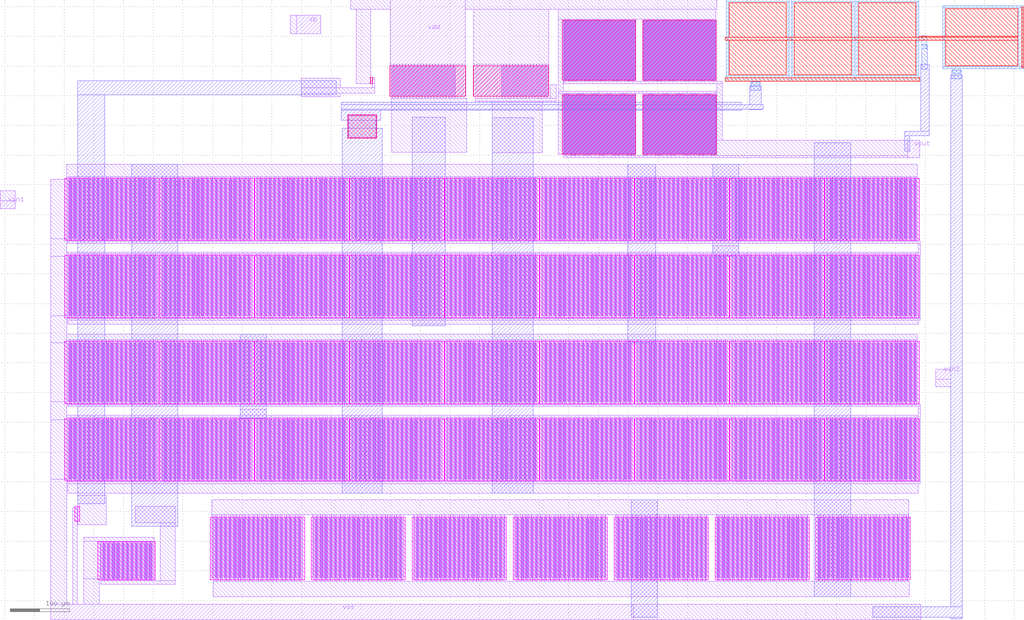
<source format=lef>
VERSION 5.7 ;
  NOWIREEXTENSIONATPIN ON ;
  DIVIDERCHAR "/" ;
  BUSBITCHARS "[]" ;
MACRO OTA_2stage
  CLASS BLOCK ;
  FOREIGN OTA_2stage ;
  ORIGIN 71.065 70.155 ;
  SIZE 45.950 BY 36.350 ;
  PIN vin1
    DIRECTION INPUT ;
    USE SIGNAL ;
    PORT
      LAYER Metal1 ;
        RECT -657.770 -190.455 -632.000 -176.505 ;
    END
  END vin1
  PIN vp
    DIRECTION INPUT ;
    USE SIGNAL ;
    PORT
      LAYER Metal1 ;
        RECT -157.970 104.405 -118.000 135.960 ;
    END
  END vp
  PIN vin2
    DIRECTION INPUT ;
    USE SIGNAL ;
    PORT
      LAYER Metal1 ;
        RECT 917.630 -477.530 943.025 -460.295 ;
    END
  END vin2
  PIN vout
    DIRECTION OUTPUT ;
    USE SIGNAL ;
    PORT
      LAYER Metal1 ;
        RECT 870.620 -104.375 890.710 -74.875 ;
    END
  END vout
  PIN vss
    DIRECTION INOUT ;
    USE GROUND ;
    PORT
      LAYER Metal1 ;
        RECT -572.210 -882.355 408.135 -856.395 ;
    END
  END vss
  PIN vdd
    DIRECTION INOUT ;
    USE POWER ;
    PORT
      LAYER Metal1 ;
        RECT -0.540 53.390 125.840 161.245 ;
    END
  END vdd
  OBS
      LAYER Nwell ;
        RECT -34.790 19.900 -30.600 30.760 ;
        RECT -1.410 -0.660 126.260 50.200 ;
        RECT 138.590 -0.660 266.260 50.200 ;
        RECT 289.200 26.105 412.870 126.965 ;
        RECT 424.200 26.105 547.870 126.965 ;
        RECT -72.565 -71.655 -23.615 -32.305 ;
        RECT 289.200 -98.895 412.870 1.965 ;
        RECT 424.200 -98.895 547.870 1.965 ;
      LAYER Pwell ;
        RECT -548.990 -243.525 -390.280 -138.790 ;
        RECT -388.990 -243.525 -230.280 -138.790 ;
        RECT -228.990 -243.525 -70.280 -138.790 ;
        RECT -68.990 -243.525 89.720 -138.790 ;
        RECT 91.010 -243.525 249.720 -138.790 ;
        RECT 251.010 -243.525 409.720 -138.790 ;
        RECT 411.010 -243.525 569.720 -138.790 ;
        RECT 571.010 -243.525 729.720 -138.790 ;
        RECT 731.010 -243.525 889.720 -138.790 ;
        RECT -548.990 -373.525 -390.280 -268.790 ;
        RECT -388.990 -373.525 -230.280 -268.790 ;
        RECT -228.990 -373.525 -70.280 -268.790 ;
        RECT -68.990 -373.525 89.720 -268.790 ;
        RECT 91.010 -373.525 249.720 -268.790 ;
        RECT 251.010 -373.525 409.720 -268.790 ;
        RECT 411.010 -373.525 569.720 -268.790 ;
        RECT 571.010 -373.525 729.720 -268.790 ;
        RECT 731.010 -373.525 889.720 -268.790 ;
        RECT -548.990 -518.525 -390.280 -413.700 ;
        RECT -388.990 -518.525 -230.280 -413.700 ;
        RECT -228.990 -518.525 -70.280 -413.700 ;
        RECT -68.990 -518.525 89.720 -413.700 ;
        RECT 91.010 -518.525 249.720 -413.700 ;
        RECT 251.010 -518.525 409.720 -413.700 ;
        RECT 411.010 -518.525 569.720 -413.700 ;
        RECT 571.010 -518.525 729.720 -413.700 ;
        RECT 731.010 -518.525 889.720 -413.700 ;
        RECT -548.990 -648.525 -390.280 -543.750 ;
        RECT -388.990 -648.525 -230.280 -543.750 ;
        RECT -228.990 -648.525 -70.280 -543.750 ;
        RECT -68.990 -648.525 89.720 -543.750 ;
        RECT 91.010 -648.525 249.720 -543.750 ;
        RECT 251.010 -648.525 409.720 -543.750 ;
        RECT 411.010 -648.525 569.720 -543.750 ;
        RECT 571.010 -648.525 729.720 -543.750 ;
        RECT 731.010 -648.525 889.720 -543.750 ;
        RECT -531.730 -716.810 -523.500 -690.985 ;
        RECT -493.095 -815.165 -396.230 -751.120 ;
        RECT -303.900 -814.690 -145.190 -710.190 ;
        RECT -133.900 -814.690 24.810 -710.190 ;
        RECT 36.100 -814.690 194.810 -710.190 ;
        RECT 206.100 -814.690 364.810 -710.190 ;
        RECT 376.100 -814.690 534.810 -710.190 ;
        RECT 546.100 -814.690 704.810 -710.190 ;
        RECT 716.100 -814.690 874.810 -710.190 ;
      LAYER Metal1 ;
        RECT -67.740 145.550 -0.540 161.245 ;
        RECT 125.840 145.550 549.305 161.245 ;
        RECT -169.365 104.405 -157.970 135.960 ;
        RECT -150.690 13.275 -85.050 29.445 ;
        RECT -57.750 20.320 -33.540 145.550 ;
        RECT 139.460 53.390 265.840 145.550 ;
        RECT -0.540 49.770 -0.160 53.390 ;
        RECT -31.400 13.275 -26.845 30.340 ;
        RECT -150.690 4.390 -26.845 13.275 ;
        RECT -150.690 -1.315 -85.050 4.390 ;
        RECT -1.330 -0.240 -0.160 49.770 ;
        RECT 1.980 -3.850 2.360 49.780 ;
        RECT 4.500 -0.240 4.880 53.390 ;
        RECT 7.020 -3.850 7.400 49.780 ;
        RECT 9.540 -0.240 9.920 53.390 ;
        RECT 12.060 -3.850 12.440 49.780 ;
        RECT 14.580 -0.240 14.960 53.390 ;
        RECT 17.100 -3.850 17.480 49.780 ;
        RECT 19.620 -0.240 20.000 53.390 ;
        RECT 22.140 -3.850 22.520 49.780 ;
        RECT 24.660 -0.240 25.040 53.390 ;
        RECT 27.180 -3.850 27.560 49.780 ;
        RECT 29.700 -0.240 30.080 53.390 ;
        RECT 32.220 -3.850 32.600 49.780 ;
        RECT 34.740 -0.240 35.120 53.390 ;
        RECT 37.260 -3.850 37.640 49.780 ;
        RECT 39.780 -0.240 40.160 53.390 ;
        RECT 42.300 -3.850 42.680 49.780 ;
        RECT 44.820 -0.240 45.200 53.390 ;
        RECT 47.340 -3.850 47.720 49.780 ;
        RECT 49.860 -0.240 50.240 53.390 ;
        RECT 52.380 -3.850 52.760 49.780 ;
        RECT 54.900 -0.240 55.280 53.390 ;
        RECT 57.420 -3.850 57.800 49.780 ;
        RECT 59.940 -0.240 60.320 53.390 ;
        RECT 62.460 -3.850 62.840 49.780 ;
        RECT 64.980 -0.240 65.360 53.390 ;
        RECT 67.500 -3.850 67.880 49.780 ;
        RECT 70.020 -0.240 70.400 53.390 ;
        RECT 72.540 -3.850 72.920 49.780 ;
        RECT 75.060 -0.240 75.440 53.390 ;
        RECT 77.580 -3.850 77.960 49.780 ;
        RECT 80.100 -0.240 80.480 53.390 ;
        RECT 82.620 -3.850 83.000 49.780 ;
        RECT 85.140 -0.240 85.520 53.390 ;
        RECT 87.660 -3.850 88.040 49.780 ;
        RECT 90.180 -0.240 90.560 53.390 ;
        RECT 92.700 -3.850 93.080 49.780 ;
        RECT 95.220 -0.240 95.600 53.390 ;
        RECT 97.740 -3.850 98.120 49.780 ;
        RECT 100.260 -0.240 100.640 53.390 ;
        RECT 102.780 -3.850 103.160 49.780 ;
        RECT 105.300 -0.240 105.680 53.390 ;
        RECT 107.820 -3.850 108.200 49.780 ;
        RECT 110.340 -0.240 110.720 53.390 ;
        RECT 112.860 -3.850 113.240 49.780 ;
        RECT 115.380 -0.240 115.760 53.390 ;
        RECT 117.900 -3.850 118.280 49.780 ;
        RECT 120.420 -0.240 120.800 53.390 ;
        RECT 122.940 -3.850 123.320 49.780 ;
        RECT 125.460 -0.240 125.840 53.390 ;
        RECT 139.460 49.770 139.840 53.390 ;
        RECT 138.670 -0.240 139.840 49.770 ;
        RECT 141.980 -3.850 142.360 49.780 ;
        RECT 144.500 -0.240 144.880 53.390 ;
        RECT 147.020 -3.850 147.400 49.780 ;
        RECT 149.540 -0.240 149.920 53.390 ;
        RECT 152.060 -3.850 152.440 49.780 ;
        RECT 154.580 -0.240 154.960 53.390 ;
        RECT 157.100 -3.850 157.480 49.780 ;
        RECT 159.620 -0.240 160.000 53.390 ;
        RECT 162.140 -3.850 162.520 49.780 ;
        RECT 164.660 -0.240 165.040 53.390 ;
        RECT 167.180 -3.850 167.560 49.780 ;
        RECT 169.700 -0.240 170.080 53.390 ;
        RECT 172.220 -3.850 172.600 49.780 ;
        RECT 174.740 -0.240 175.120 53.390 ;
        RECT 177.260 -3.850 177.640 49.780 ;
        RECT 179.780 -0.240 180.160 53.390 ;
        RECT 182.300 -3.850 182.680 49.780 ;
        RECT 184.820 -0.240 185.200 53.390 ;
        RECT 187.340 -3.850 187.720 49.780 ;
        RECT 189.860 -0.240 190.240 53.390 ;
        RECT 192.380 -3.850 192.760 49.780 ;
        RECT 194.900 -0.240 195.280 53.390 ;
        RECT 197.420 -3.850 197.800 49.780 ;
        RECT 199.940 -0.240 200.320 53.390 ;
        RECT 202.460 -3.850 202.840 49.780 ;
        RECT 204.980 -0.240 205.360 53.390 ;
        RECT 207.500 -3.850 207.880 49.780 ;
        RECT 210.020 -0.240 210.400 53.390 ;
        RECT 212.540 -3.850 212.920 49.780 ;
        RECT 215.060 -0.240 215.440 53.390 ;
        RECT 217.580 -3.850 217.960 49.780 ;
        RECT 220.100 -0.240 220.480 53.390 ;
        RECT 222.620 -3.850 223.000 49.780 ;
        RECT 225.140 -0.240 225.520 53.390 ;
        RECT 227.660 -3.850 228.040 49.780 ;
        RECT 230.180 -0.240 230.560 53.390 ;
        RECT 232.700 -3.850 233.080 49.780 ;
        RECT 235.220 -0.240 235.600 53.390 ;
        RECT 237.740 -3.850 238.120 49.780 ;
        RECT 240.260 -0.240 240.640 53.390 ;
        RECT 242.780 -3.850 243.160 49.780 ;
        RECT 245.300 -0.240 245.680 53.390 ;
        RECT 247.820 -3.850 248.200 49.780 ;
        RECT 250.340 -0.240 250.720 53.390 ;
        RECT 252.860 -3.850 253.240 49.780 ;
        RECT 255.380 -0.240 255.760 53.390 ;
        RECT 257.900 -3.850 258.280 49.780 ;
        RECT 260.420 -0.240 260.800 53.390 ;
        RECT 262.940 -3.850 263.320 49.780 ;
        RECT 265.460 -0.240 265.840 53.390 ;
        RECT 282.460 128.970 547.450 145.550 ;
        RECT 268.360 -3.850 279.100 18.760 ;
        RECT -71.640 -70.730 -24.540 -33.230 ;
        RECT 1.980 -95.175 128.360 -3.850 ;
        RECT 141.980 -8.925 279.100 -3.850 ;
        RECT 282.460 7.445 290.450 128.970 ;
        RECT 291.290 24.100 291.670 126.545 ;
        RECT 292.510 26.525 292.890 128.970 ;
        RECT 293.730 24.100 294.110 126.545 ;
        RECT 294.950 26.525 295.330 128.970 ;
        RECT 296.170 24.100 296.550 126.545 ;
        RECT 297.390 26.525 297.770 128.970 ;
        RECT 298.610 24.100 298.990 126.545 ;
        RECT 299.830 26.525 300.210 128.970 ;
        RECT 301.050 24.100 301.430 126.545 ;
        RECT 302.270 26.525 302.650 128.970 ;
        RECT 303.490 24.100 303.870 126.545 ;
        RECT 304.710 26.525 305.090 128.970 ;
        RECT 305.930 24.100 306.310 126.545 ;
        RECT 307.150 26.525 307.530 128.970 ;
        RECT 308.370 24.100 308.750 126.545 ;
        RECT 309.590 26.525 309.970 128.970 ;
        RECT 310.810 24.100 311.190 126.545 ;
        RECT 312.030 26.525 312.410 128.970 ;
        RECT 313.250 24.100 313.630 126.545 ;
        RECT 314.470 26.525 314.850 128.970 ;
        RECT 315.690 24.100 316.070 126.545 ;
        RECT 316.910 26.525 317.290 128.970 ;
        RECT 318.130 24.100 318.510 126.545 ;
        RECT 319.350 26.525 319.730 128.970 ;
        RECT 320.570 24.100 320.950 126.545 ;
        RECT 321.790 26.525 322.170 128.970 ;
        RECT 323.010 24.100 323.390 126.545 ;
        RECT 324.230 26.525 324.610 128.970 ;
        RECT 325.450 24.100 325.830 126.545 ;
        RECT 326.670 26.525 327.050 128.970 ;
        RECT 327.890 24.100 328.270 126.545 ;
        RECT 329.110 26.525 329.490 128.970 ;
        RECT 330.330 24.100 330.710 126.545 ;
        RECT 331.550 26.525 331.930 128.970 ;
        RECT 332.770 24.100 333.150 126.545 ;
        RECT 333.990 26.525 334.370 128.970 ;
        RECT 335.210 24.100 335.590 126.545 ;
        RECT 336.430 26.525 336.810 128.970 ;
        RECT 337.650 24.100 338.030 126.545 ;
        RECT 338.870 26.525 339.250 128.970 ;
        RECT 340.090 24.100 340.470 126.545 ;
        RECT 341.310 26.525 341.690 128.970 ;
        RECT 342.530 24.100 342.910 126.545 ;
        RECT 343.750 26.525 344.130 128.970 ;
        RECT 344.970 24.100 345.350 126.545 ;
        RECT 346.190 26.525 346.570 128.970 ;
        RECT 347.410 24.100 347.790 126.545 ;
        RECT 348.630 26.525 349.010 128.970 ;
        RECT 349.850 24.100 350.230 126.545 ;
        RECT 351.070 26.525 351.450 128.970 ;
        RECT 352.290 24.100 352.670 126.545 ;
        RECT 353.510 26.525 353.890 128.970 ;
        RECT 354.730 24.100 355.110 126.545 ;
        RECT 355.950 26.525 356.330 128.970 ;
        RECT 357.170 24.100 357.550 126.545 ;
        RECT 358.390 26.525 358.770 128.970 ;
        RECT 359.610 24.100 359.990 126.545 ;
        RECT 360.830 26.525 361.210 128.970 ;
        RECT 362.050 24.100 362.430 126.545 ;
        RECT 363.270 26.525 363.650 128.970 ;
        RECT 364.490 24.100 364.870 126.545 ;
        RECT 365.710 26.525 366.090 128.970 ;
        RECT 366.930 24.100 367.310 126.545 ;
        RECT 368.150 26.525 368.530 128.970 ;
        RECT 369.370 24.100 369.750 126.545 ;
        RECT 370.590 26.525 370.970 128.970 ;
        RECT 371.810 24.100 372.190 126.545 ;
        RECT 373.030 26.525 373.410 128.970 ;
        RECT 374.250 24.100 374.630 126.545 ;
        RECT 375.470 26.525 375.850 128.970 ;
        RECT 376.690 24.100 377.070 126.545 ;
        RECT 377.910 26.525 378.290 128.970 ;
        RECT 379.130 24.100 379.510 126.545 ;
        RECT 380.350 26.525 380.730 128.970 ;
        RECT 381.570 24.100 381.950 126.545 ;
        RECT 382.790 26.525 383.170 128.970 ;
        RECT 384.010 24.100 384.390 126.545 ;
        RECT 385.230 26.525 385.610 128.970 ;
        RECT 386.450 24.100 386.830 126.545 ;
        RECT 387.670 26.525 388.050 128.970 ;
        RECT 388.890 24.100 389.270 126.545 ;
        RECT 390.110 26.525 390.490 128.970 ;
        RECT 391.330 24.100 391.710 126.545 ;
        RECT 392.550 26.525 392.930 128.970 ;
        RECT 393.770 24.100 394.150 126.545 ;
        RECT 394.990 26.525 395.370 128.970 ;
        RECT 396.210 24.100 396.590 126.545 ;
        RECT 397.430 26.525 397.810 128.970 ;
        RECT 398.650 24.100 399.030 126.545 ;
        RECT 399.870 26.525 400.250 128.970 ;
        RECT 401.090 24.100 401.470 126.545 ;
        RECT 402.310 26.525 402.690 128.970 ;
        RECT 403.530 24.100 403.910 126.545 ;
        RECT 404.750 26.525 405.130 128.970 ;
        RECT 405.970 24.100 406.350 126.545 ;
        RECT 407.190 26.525 407.570 128.970 ;
        RECT 408.410 24.100 408.790 126.545 ;
        RECT 409.630 26.525 410.010 128.970 ;
        RECT 410.850 24.100 411.230 126.545 ;
        RECT 412.070 26.525 412.450 128.970 ;
        RECT 425.070 126.535 425.450 128.970 ;
        RECT 424.280 26.525 425.450 126.535 ;
        RECT 426.290 24.100 426.670 126.545 ;
        RECT 427.510 26.525 427.890 128.970 ;
        RECT 428.730 24.100 429.110 126.545 ;
        RECT 429.950 26.525 430.330 128.970 ;
        RECT 431.170 24.100 431.550 126.545 ;
        RECT 432.390 26.525 432.770 128.970 ;
        RECT 433.610 24.100 433.990 126.545 ;
        RECT 434.830 26.525 435.210 128.970 ;
        RECT 436.050 24.100 436.430 126.545 ;
        RECT 437.270 26.525 437.650 128.970 ;
        RECT 438.490 24.100 438.870 126.545 ;
        RECT 439.710 26.525 440.090 128.970 ;
        RECT 440.930 24.100 441.310 126.545 ;
        RECT 442.150 26.525 442.530 128.970 ;
        RECT 443.370 24.100 443.750 126.545 ;
        RECT 444.590 26.525 444.970 128.970 ;
        RECT 445.810 24.100 446.190 126.545 ;
        RECT 447.030 26.525 447.410 128.970 ;
        RECT 448.250 24.100 448.630 126.545 ;
        RECT 449.470 26.525 449.850 128.970 ;
        RECT 450.690 24.100 451.070 126.545 ;
        RECT 451.910 26.525 452.290 128.970 ;
        RECT 453.130 24.100 453.510 126.545 ;
        RECT 454.350 26.525 454.730 128.970 ;
        RECT 455.570 24.100 455.950 126.545 ;
        RECT 456.790 26.525 457.170 128.970 ;
        RECT 458.010 24.100 458.390 126.545 ;
        RECT 459.230 26.525 459.610 128.970 ;
        RECT 460.450 24.100 460.830 126.545 ;
        RECT 461.670 26.525 462.050 128.970 ;
        RECT 462.890 24.100 463.270 126.545 ;
        RECT 464.110 26.525 464.490 128.970 ;
        RECT 465.330 24.100 465.710 126.545 ;
        RECT 466.550 26.525 466.930 128.970 ;
        RECT 467.770 24.100 468.150 126.545 ;
        RECT 468.990 26.525 469.370 128.970 ;
        RECT 470.210 24.100 470.590 126.545 ;
        RECT 471.430 26.525 471.810 128.970 ;
        RECT 472.650 24.100 473.030 126.545 ;
        RECT 473.870 26.525 474.250 128.970 ;
        RECT 475.090 24.100 475.470 126.545 ;
        RECT 476.310 26.525 476.690 128.970 ;
        RECT 477.530 24.100 477.910 126.545 ;
        RECT 478.750 26.525 479.130 128.970 ;
        RECT 479.970 24.100 480.350 126.545 ;
        RECT 481.190 26.525 481.570 128.970 ;
        RECT 482.410 24.100 482.790 126.545 ;
        RECT 483.630 26.525 484.010 128.970 ;
        RECT 484.850 24.100 485.230 126.545 ;
        RECT 486.070 26.525 486.450 128.970 ;
        RECT 487.290 24.100 487.670 126.545 ;
        RECT 488.510 26.525 488.890 128.970 ;
        RECT 489.730 24.100 490.110 126.545 ;
        RECT 490.950 26.525 491.330 128.970 ;
        RECT 492.170 24.100 492.550 126.545 ;
        RECT 493.390 26.525 493.770 128.970 ;
        RECT 494.610 24.100 494.990 126.545 ;
        RECT 495.830 26.525 496.210 128.970 ;
        RECT 497.050 24.100 497.430 126.545 ;
        RECT 498.270 26.525 498.650 128.970 ;
        RECT 499.490 24.100 499.870 126.545 ;
        RECT 500.710 26.525 501.090 128.970 ;
        RECT 501.930 24.100 502.310 126.545 ;
        RECT 503.150 26.525 503.530 128.970 ;
        RECT 504.370 24.100 504.750 126.545 ;
        RECT 505.590 26.525 505.970 128.970 ;
        RECT 506.810 24.100 507.190 126.545 ;
        RECT 508.030 26.525 508.410 128.970 ;
        RECT 509.250 24.100 509.630 126.545 ;
        RECT 510.470 26.525 510.850 128.970 ;
        RECT 511.690 24.100 512.070 126.545 ;
        RECT 512.910 26.525 513.290 128.970 ;
        RECT 514.130 24.100 514.510 126.545 ;
        RECT 515.350 26.525 515.730 128.970 ;
        RECT 516.570 24.100 516.950 126.545 ;
        RECT 517.790 26.525 518.170 128.970 ;
        RECT 519.010 24.100 519.390 126.545 ;
        RECT 520.230 26.525 520.610 128.970 ;
        RECT 521.450 24.100 521.830 126.545 ;
        RECT 522.670 26.525 523.050 128.970 ;
        RECT 523.890 24.100 524.270 126.545 ;
        RECT 525.110 26.525 525.490 128.970 ;
        RECT 526.330 24.100 526.710 126.545 ;
        RECT 527.550 26.525 527.930 128.970 ;
        RECT 528.770 24.100 529.150 126.545 ;
        RECT 529.990 26.525 530.370 128.970 ;
        RECT 531.210 24.100 531.590 126.545 ;
        RECT 532.430 26.525 532.810 128.970 ;
        RECT 533.650 24.100 534.030 126.545 ;
        RECT 534.870 26.525 535.250 128.970 ;
        RECT 536.090 24.100 536.470 126.545 ;
        RECT 537.310 26.525 537.690 128.970 ;
        RECT 538.530 24.100 538.910 126.545 ;
        RECT 539.750 26.525 540.130 128.970 ;
        RECT 540.970 24.100 541.350 126.545 ;
        RECT 542.190 26.525 542.570 128.970 ;
        RECT 543.410 24.100 543.790 126.545 ;
        RECT 544.630 26.525 545.010 128.970 ;
        RECT 545.850 24.100 546.230 126.545 ;
        RECT 547.070 26.525 547.450 128.970 ;
        RECT 291.290 20.625 558.230 24.100 ;
        RECT 282.460 3.970 547.450 7.445 ;
        RECT 171.035 -95.645 254.970 -8.925 ;
        RECT 282.460 -98.475 290.450 3.970 ;
        RECT 291.290 -100.900 291.670 1.545 ;
        RECT 292.510 -98.475 292.890 3.970 ;
        RECT 293.730 -100.900 294.110 1.545 ;
        RECT 294.950 -98.475 295.330 3.970 ;
        RECT 296.170 -100.900 296.550 1.545 ;
        RECT 297.390 -98.475 297.770 3.970 ;
        RECT 298.610 -100.900 298.990 1.545 ;
        RECT 299.830 -98.475 300.210 3.970 ;
        RECT 301.050 -100.900 301.430 1.545 ;
        RECT 302.270 -98.475 302.650 3.970 ;
        RECT 303.490 -100.900 303.870 1.545 ;
        RECT 304.710 -98.475 305.090 3.970 ;
        RECT 305.930 -100.900 306.310 1.545 ;
        RECT 307.150 -98.475 307.530 3.970 ;
        RECT 308.370 -100.900 308.750 1.545 ;
        RECT 309.590 -98.475 309.970 3.970 ;
        RECT 310.810 -100.900 311.190 1.545 ;
        RECT 312.030 -98.475 312.410 3.970 ;
        RECT 313.250 -100.900 313.630 1.545 ;
        RECT 314.470 -98.475 314.850 3.970 ;
        RECT 315.690 -100.900 316.070 1.545 ;
        RECT 316.910 -98.475 317.290 3.970 ;
        RECT 318.130 -100.900 318.510 1.545 ;
        RECT 319.350 -98.475 319.730 3.970 ;
        RECT 320.570 -100.900 320.950 1.545 ;
        RECT 321.790 -98.475 322.170 3.970 ;
        RECT 323.010 -100.900 323.390 1.545 ;
        RECT 324.230 -98.475 324.610 3.970 ;
        RECT 325.450 -100.900 325.830 1.545 ;
        RECT 326.670 -98.475 327.050 3.970 ;
        RECT 327.890 -100.900 328.270 1.545 ;
        RECT 329.110 -98.475 329.490 3.970 ;
        RECT 330.330 -100.900 330.710 1.545 ;
        RECT 331.550 -98.475 331.930 3.970 ;
        RECT 332.770 -100.900 333.150 1.545 ;
        RECT 333.990 -98.475 334.370 3.970 ;
        RECT 335.210 -100.900 335.590 1.545 ;
        RECT 336.430 -98.475 336.810 3.970 ;
        RECT 337.650 -100.900 338.030 1.545 ;
        RECT 338.870 -98.475 339.250 3.970 ;
        RECT 340.090 -100.900 340.470 1.545 ;
        RECT 341.310 -98.475 341.690 3.970 ;
        RECT 342.530 -100.900 342.910 1.545 ;
        RECT 343.750 -98.475 344.130 3.970 ;
        RECT 344.970 -100.900 345.350 1.545 ;
        RECT 346.190 -98.475 346.570 3.970 ;
        RECT 347.410 -100.900 347.790 1.545 ;
        RECT 348.630 -98.475 349.010 3.970 ;
        RECT 349.850 -100.900 350.230 1.545 ;
        RECT 351.070 -98.475 351.450 3.970 ;
        RECT 352.290 -100.900 352.670 1.545 ;
        RECT 353.510 -98.475 353.890 3.970 ;
        RECT 354.730 -100.900 355.110 1.545 ;
        RECT 355.950 -98.475 356.330 3.970 ;
        RECT 357.170 -100.900 357.550 1.545 ;
        RECT 358.390 -98.475 358.770 3.970 ;
        RECT 359.610 -100.900 359.990 1.545 ;
        RECT 360.830 -98.475 361.210 3.970 ;
        RECT 362.050 -100.900 362.430 1.545 ;
        RECT 363.270 -98.475 363.650 3.970 ;
        RECT 364.490 -100.900 364.870 1.545 ;
        RECT 365.710 -98.475 366.090 3.970 ;
        RECT 366.930 -100.900 367.310 1.545 ;
        RECT 368.150 -98.475 368.530 3.970 ;
        RECT 369.370 -100.900 369.750 1.545 ;
        RECT 370.590 -98.475 370.970 3.970 ;
        RECT 371.810 -100.900 372.190 1.545 ;
        RECT 373.030 -98.475 373.410 3.970 ;
        RECT 374.250 -100.900 374.630 1.545 ;
        RECT 375.470 -98.475 375.850 3.970 ;
        RECT 376.690 -100.900 377.070 1.545 ;
        RECT 377.910 -98.475 378.290 3.970 ;
        RECT 379.130 -100.900 379.510 1.545 ;
        RECT 380.350 -98.475 380.730 3.970 ;
        RECT 381.570 -100.900 381.950 1.545 ;
        RECT 382.790 -98.475 383.170 3.970 ;
        RECT 384.010 -100.900 384.390 1.545 ;
        RECT 385.230 -98.475 385.610 3.970 ;
        RECT 386.450 -100.900 386.830 1.545 ;
        RECT 387.670 -98.475 388.050 3.970 ;
        RECT 388.890 -100.900 389.270 1.545 ;
        RECT 390.110 -98.475 390.490 3.970 ;
        RECT 391.330 -100.900 391.710 1.545 ;
        RECT 392.550 -98.475 392.930 3.970 ;
        RECT 393.770 -100.900 394.150 1.545 ;
        RECT 394.990 -98.475 395.370 3.970 ;
        RECT 396.210 -100.900 396.590 1.545 ;
        RECT 397.430 -98.475 397.810 3.970 ;
        RECT 398.650 -100.900 399.030 1.545 ;
        RECT 399.870 -98.475 400.250 3.970 ;
        RECT 401.090 -100.900 401.470 1.545 ;
        RECT 402.310 -98.475 402.690 3.970 ;
        RECT 403.530 -100.900 403.910 1.545 ;
        RECT 404.750 -98.475 405.130 3.970 ;
        RECT 405.970 -100.900 406.350 1.545 ;
        RECT 407.190 -98.475 407.570 3.970 ;
        RECT 408.410 -100.900 408.790 1.545 ;
        RECT 409.630 -98.475 410.010 3.970 ;
        RECT 410.850 -100.900 411.230 1.545 ;
        RECT 412.070 -98.475 412.450 3.970 ;
        RECT 425.070 1.535 425.450 3.970 ;
        RECT 424.280 -98.475 425.450 1.535 ;
        RECT 426.290 -100.900 426.670 1.545 ;
        RECT 427.510 -98.475 427.890 3.970 ;
        RECT 428.730 -100.900 429.110 1.545 ;
        RECT 429.950 -98.475 430.330 3.970 ;
        RECT 431.170 -100.900 431.550 1.545 ;
        RECT 432.390 -98.475 432.770 3.970 ;
        RECT 433.610 -100.900 433.990 1.545 ;
        RECT 434.830 -98.475 435.210 3.970 ;
        RECT 436.050 -100.900 436.430 1.545 ;
        RECT 437.270 -98.475 437.650 3.970 ;
        RECT 438.490 -100.900 438.870 1.545 ;
        RECT 439.710 -98.475 440.090 3.970 ;
        RECT 440.930 -100.900 441.310 1.545 ;
        RECT 442.150 -98.475 442.530 3.970 ;
        RECT 443.370 -100.900 443.750 1.545 ;
        RECT 444.590 -98.475 444.970 3.970 ;
        RECT 445.810 -100.900 446.190 1.545 ;
        RECT 447.030 -98.475 447.410 3.970 ;
        RECT 448.250 -100.900 448.630 1.545 ;
        RECT 449.470 -98.475 449.850 3.970 ;
        RECT 450.690 -100.900 451.070 1.545 ;
        RECT 451.910 -98.475 452.290 3.970 ;
        RECT 453.130 -100.900 453.510 1.545 ;
        RECT 454.350 -98.475 454.730 3.970 ;
        RECT 455.570 -100.900 455.950 1.545 ;
        RECT 456.790 -98.475 457.170 3.970 ;
        RECT 458.010 -100.900 458.390 1.545 ;
        RECT 459.230 -98.475 459.610 3.970 ;
        RECT 460.450 -100.900 460.830 1.545 ;
        RECT 461.670 -98.475 462.050 3.970 ;
        RECT 462.890 -100.900 463.270 1.545 ;
        RECT 464.110 -98.475 464.490 3.970 ;
        RECT 465.330 -100.900 465.710 1.545 ;
        RECT 466.550 -98.475 466.930 3.970 ;
        RECT 467.770 -100.900 468.150 1.545 ;
        RECT 468.990 -98.475 469.370 3.970 ;
        RECT 470.210 -100.900 470.590 1.545 ;
        RECT 471.430 -98.475 471.810 3.970 ;
        RECT 472.650 -100.900 473.030 1.545 ;
        RECT 473.870 -98.475 474.250 3.970 ;
        RECT 475.090 -100.900 475.470 1.545 ;
        RECT 476.310 -98.475 476.690 3.970 ;
        RECT 477.530 -100.900 477.910 1.545 ;
        RECT 478.750 -98.475 479.130 3.970 ;
        RECT 479.970 -100.900 480.350 1.545 ;
        RECT 481.190 -98.475 481.570 3.970 ;
        RECT 482.410 -100.900 482.790 1.545 ;
        RECT 483.630 -98.475 484.010 3.970 ;
        RECT 484.850 -100.900 485.230 1.545 ;
        RECT 486.070 -98.475 486.450 3.970 ;
        RECT 487.290 -100.900 487.670 1.545 ;
        RECT 488.510 -98.475 488.890 3.970 ;
        RECT 489.730 -100.900 490.110 1.545 ;
        RECT 490.950 -98.475 491.330 3.970 ;
        RECT 492.170 -100.900 492.550 1.545 ;
        RECT 493.390 -98.475 493.770 3.970 ;
        RECT 494.610 -100.900 494.990 1.545 ;
        RECT 495.830 -98.475 496.210 3.970 ;
        RECT 497.050 -100.900 497.430 1.545 ;
        RECT 498.270 -98.475 498.650 3.970 ;
        RECT 499.490 -100.900 499.870 1.545 ;
        RECT 500.710 -98.475 501.090 3.970 ;
        RECT 501.930 -100.900 502.310 1.545 ;
        RECT 503.150 -98.475 503.530 3.970 ;
        RECT 504.370 -100.900 504.750 1.545 ;
        RECT 505.590 -98.475 505.970 3.970 ;
        RECT 506.810 -100.900 507.190 1.545 ;
        RECT 508.030 -98.475 508.410 3.970 ;
        RECT 509.250 -100.900 509.630 1.545 ;
        RECT 510.470 -98.475 510.850 3.970 ;
        RECT 511.690 -100.900 512.070 1.545 ;
        RECT 512.910 -98.475 513.290 3.970 ;
        RECT 514.130 -100.900 514.510 1.545 ;
        RECT 515.350 -98.475 515.730 3.970 ;
        RECT 516.570 -100.900 516.950 1.545 ;
        RECT 517.790 -98.475 518.170 3.970 ;
        RECT 519.010 -100.900 519.390 1.545 ;
        RECT 520.230 -98.475 520.610 3.970 ;
        RECT 521.450 -100.900 521.830 1.545 ;
        RECT 522.670 -98.475 523.050 3.970 ;
        RECT 523.890 -100.900 524.270 1.545 ;
        RECT 525.110 -98.475 525.490 3.970 ;
        RECT 526.330 -100.900 526.710 1.545 ;
        RECT 527.550 -98.475 527.930 3.970 ;
        RECT 528.770 -100.900 529.150 1.545 ;
        RECT 529.990 -98.475 530.370 3.970 ;
        RECT 531.210 -100.900 531.590 1.545 ;
        RECT 532.430 -98.475 532.810 3.970 ;
        RECT 533.650 -100.900 534.030 1.545 ;
        RECT 534.870 -98.475 535.250 3.970 ;
        RECT 536.090 -100.900 536.470 1.545 ;
        RECT 537.310 -98.475 537.690 3.970 ;
        RECT 538.530 -100.900 538.910 1.545 ;
        RECT 539.750 -98.475 540.130 3.970 ;
        RECT 540.970 -100.900 541.350 1.545 ;
        RECT 542.190 -98.475 542.570 3.970 ;
        RECT 543.410 -100.900 543.790 1.545 ;
        RECT 544.630 -98.475 545.010 3.970 ;
        RECT 545.850 -100.900 546.230 1.545 ;
        RECT 547.070 -98.475 547.450 3.970 ;
        RECT 548.670 -74.875 558.230 20.625 ;
        RECT 548.670 -100.900 870.620 -74.875 ;
        RECT 291.290 -104.375 870.620 -100.900 ;
        RECT -545.580 -136.015 886.800 -115.075 ;
        RECT -657.770 -176.505 -632.000 -160.025 ;
        RECT -572.210 -240.595 -545.890 -140.595 ;
        RECT -572.210 -270.595 -545.930 -240.595 ;
        RECT -545.580 -240.605 -545.200 -136.015 ;
        RECT -544.060 -245.175 -543.680 -140.585 ;
        RECT -542.540 -240.605 -542.160 -136.015 ;
        RECT -541.020 -245.175 -540.640 -140.585 ;
        RECT -539.500 -240.605 -539.120 -136.015 ;
        RECT -537.980 -245.175 -537.600 -140.585 ;
        RECT -536.460 -240.605 -536.080 -136.015 ;
        RECT -534.940 -245.175 -534.560 -140.585 ;
        RECT -533.420 -240.605 -533.040 -136.015 ;
        RECT -531.900 -245.175 -531.520 -140.585 ;
        RECT -530.380 -240.605 -530.000 -136.015 ;
        RECT -528.860 -245.175 -528.480 -140.585 ;
        RECT -527.340 -240.605 -526.960 -136.015 ;
        RECT -525.820 -245.175 -525.440 -140.585 ;
        RECT -524.300 -240.605 -523.920 -136.015 ;
        RECT -522.780 -245.175 -522.400 -140.585 ;
        RECT -521.260 -240.605 -520.880 -136.015 ;
        RECT -519.740 -245.175 -519.360 -140.585 ;
        RECT -518.220 -240.605 -517.840 -136.015 ;
        RECT -516.700 -245.175 -516.320 -140.585 ;
        RECT -515.180 -240.605 -514.800 -136.015 ;
        RECT -513.660 -245.175 -513.280 -140.585 ;
        RECT -512.140 -240.605 -511.760 -136.015 ;
        RECT -510.620 -245.175 -510.240 -140.585 ;
        RECT -509.100 -240.605 -508.720 -136.015 ;
        RECT -507.580 -245.175 -507.200 -140.585 ;
        RECT -506.060 -240.605 -505.680 -136.015 ;
        RECT -504.540 -245.175 -504.160 -140.585 ;
        RECT -503.020 -240.605 -502.640 -136.015 ;
        RECT -501.500 -245.175 -501.120 -140.585 ;
        RECT -499.980 -240.605 -499.600 -136.015 ;
        RECT -498.460 -245.175 -498.080 -140.585 ;
        RECT -496.940 -240.605 -496.560 -136.015 ;
        RECT -495.420 -245.175 -495.040 -140.585 ;
        RECT -493.900 -240.605 -493.520 -136.015 ;
        RECT -492.380 -245.175 -492.000 -140.585 ;
        RECT -490.860 -240.605 -490.480 -136.015 ;
        RECT -489.340 -245.175 -488.960 -140.585 ;
        RECT -487.820 -240.605 -487.440 -136.015 ;
        RECT -486.300 -245.175 -485.920 -140.585 ;
        RECT -484.780 -240.605 -484.400 -136.015 ;
        RECT -483.260 -245.175 -482.880 -140.585 ;
        RECT -481.740 -240.605 -481.360 -136.015 ;
        RECT -480.220 -245.175 -479.840 -140.585 ;
        RECT -478.700 -240.605 -478.320 -136.015 ;
        RECT -477.180 -245.175 -476.800 -140.585 ;
        RECT -475.660 -240.605 -475.280 -136.015 ;
        RECT -474.140 -245.175 -473.760 -140.585 ;
        RECT -472.620 -240.605 -472.240 -136.015 ;
        RECT -471.100 -245.175 -470.720 -140.585 ;
        RECT -469.580 -240.605 -469.200 -136.015 ;
        RECT -468.060 -245.175 -467.680 -140.585 ;
        RECT -466.540 -240.605 -466.160 -136.015 ;
        RECT -465.020 -245.175 -464.640 -140.585 ;
        RECT -463.500 -240.605 -463.120 -136.015 ;
        RECT -461.980 -245.175 -461.600 -140.585 ;
        RECT -460.460 -240.605 -460.080 -136.015 ;
        RECT -458.940 -245.175 -458.560 -140.585 ;
        RECT -457.420 -240.605 -457.040 -136.015 ;
        RECT -455.900 -245.175 -455.520 -140.585 ;
        RECT -454.380 -240.605 -454.000 -136.015 ;
        RECT -452.860 -245.175 -452.480 -140.585 ;
        RECT -451.340 -240.605 -450.960 -136.015 ;
        RECT -449.820 -245.175 -449.440 -140.585 ;
        RECT -448.300 -240.605 -447.920 -136.015 ;
        RECT -446.780 -245.175 -446.400 -140.585 ;
        RECT -445.260 -240.605 -444.880 -136.015 ;
        RECT -443.740 -245.175 -443.360 -140.585 ;
        RECT -442.220 -240.605 -441.840 -136.015 ;
        RECT -440.700 -245.175 -440.320 -140.585 ;
        RECT -439.180 -240.605 -438.800 -136.015 ;
        RECT -437.660 -245.175 -437.280 -140.585 ;
        RECT -436.140 -240.605 -435.760 -136.015 ;
        RECT -434.620 -245.175 -434.240 -140.585 ;
        RECT -433.100 -240.605 -432.720 -136.015 ;
        RECT -431.580 -245.175 -431.200 -140.585 ;
        RECT -430.060 -240.605 -429.680 -136.015 ;
        RECT -428.540 -245.175 -428.160 -140.585 ;
        RECT -427.020 -240.605 -426.640 -136.015 ;
        RECT -425.500 -245.175 -425.120 -140.585 ;
        RECT -423.980 -240.605 -423.600 -136.015 ;
        RECT -422.460 -245.175 -422.080 -140.585 ;
        RECT -420.940 -240.605 -420.560 -136.015 ;
        RECT -419.420 -245.175 -419.040 -140.585 ;
        RECT -417.900 -240.605 -417.520 -136.015 ;
        RECT -416.380 -245.175 -416.000 -140.585 ;
        RECT -414.860 -240.605 -414.480 -136.015 ;
        RECT -413.340 -245.175 -412.960 -140.585 ;
        RECT -411.820 -240.605 -411.440 -136.015 ;
        RECT -410.300 -245.175 -409.920 -140.585 ;
        RECT -408.780 -240.605 -408.400 -136.015 ;
        RECT -407.260 -245.175 -406.880 -140.585 ;
        RECT -405.740 -240.605 -405.360 -136.015 ;
        RECT -404.220 -245.175 -403.840 -140.585 ;
        RECT -402.700 -240.605 -402.320 -136.015 ;
        RECT -401.180 -245.175 -400.800 -140.585 ;
        RECT -399.660 -240.605 -399.280 -136.015 ;
        RECT -398.140 -245.175 -397.760 -140.585 ;
        RECT -396.620 -240.605 -396.240 -136.015 ;
        RECT -395.100 -245.175 -394.720 -140.585 ;
        RECT -393.580 -240.605 -393.200 -136.015 ;
        RECT -385.580 -140.595 -385.200 -136.015 ;
        RECT -386.370 -240.605 -385.200 -140.595 ;
        RECT -384.060 -245.175 -383.680 -140.585 ;
        RECT -382.540 -240.605 -382.160 -136.015 ;
        RECT -381.020 -245.175 -380.640 -140.585 ;
        RECT -379.500 -240.605 -379.120 -136.015 ;
        RECT -377.980 -245.175 -377.600 -140.585 ;
        RECT -376.460 -240.605 -376.080 -136.015 ;
        RECT -374.940 -245.175 -374.560 -140.585 ;
        RECT -373.420 -240.605 -373.040 -136.015 ;
        RECT -371.900 -245.175 -371.520 -140.585 ;
        RECT -370.380 -240.605 -370.000 -136.015 ;
        RECT -368.860 -245.175 -368.480 -140.585 ;
        RECT -367.340 -240.605 -366.960 -136.015 ;
        RECT -365.820 -245.175 -365.440 -140.585 ;
        RECT -364.300 -240.605 -363.920 -136.015 ;
        RECT -362.780 -245.175 -362.400 -140.585 ;
        RECT -361.260 -240.605 -360.880 -136.015 ;
        RECT -359.740 -245.175 -359.360 -140.585 ;
        RECT -358.220 -240.605 -357.840 -136.015 ;
        RECT -356.700 -245.175 -356.320 -140.585 ;
        RECT -355.180 -240.605 -354.800 -136.015 ;
        RECT -353.660 -245.175 -353.280 -140.585 ;
        RECT -352.140 -240.605 -351.760 -136.015 ;
        RECT -350.620 -245.175 -350.240 -140.585 ;
        RECT -349.100 -240.605 -348.720 -136.015 ;
        RECT -347.580 -245.175 -347.200 -140.585 ;
        RECT -346.060 -240.605 -345.680 -136.015 ;
        RECT -344.540 -245.175 -344.160 -140.585 ;
        RECT -343.020 -240.605 -342.640 -136.015 ;
        RECT -341.500 -245.175 -341.120 -140.585 ;
        RECT -339.980 -240.605 -339.600 -136.015 ;
        RECT -338.460 -245.175 -338.080 -140.585 ;
        RECT -336.940 -240.605 -336.560 -136.015 ;
        RECT -335.420 -245.175 -335.040 -140.585 ;
        RECT -333.900 -240.605 -333.520 -136.015 ;
        RECT -332.380 -245.175 -332.000 -140.585 ;
        RECT -330.860 -240.605 -330.480 -136.015 ;
        RECT -329.340 -245.175 -328.960 -140.585 ;
        RECT -327.820 -240.605 -327.440 -136.015 ;
        RECT -326.300 -245.175 -325.920 -140.585 ;
        RECT -324.780 -240.605 -324.400 -136.015 ;
        RECT -323.260 -245.175 -322.880 -140.585 ;
        RECT -321.740 -240.605 -321.360 -136.015 ;
        RECT -320.220 -245.175 -319.840 -140.585 ;
        RECT -318.700 -240.605 -318.320 -136.015 ;
        RECT -317.180 -245.175 -316.800 -140.585 ;
        RECT -315.660 -240.605 -315.280 -136.015 ;
        RECT -314.140 -245.175 -313.760 -140.585 ;
        RECT -312.620 -240.605 -312.240 -136.015 ;
        RECT -311.100 -245.175 -310.720 -140.585 ;
        RECT -309.580 -240.605 -309.200 -136.015 ;
        RECT -308.060 -245.175 -307.680 -140.585 ;
        RECT -306.540 -240.605 -306.160 -136.015 ;
        RECT -305.020 -245.175 -304.640 -140.585 ;
        RECT -303.500 -240.605 -303.120 -136.015 ;
        RECT -301.980 -245.175 -301.600 -140.585 ;
        RECT -300.460 -240.605 -300.080 -136.015 ;
        RECT -298.940 -245.175 -298.560 -140.585 ;
        RECT -297.420 -240.605 -297.040 -136.015 ;
        RECT -295.900 -245.175 -295.520 -140.585 ;
        RECT -294.380 -240.605 -294.000 -136.015 ;
        RECT -292.860 -245.175 -292.480 -140.585 ;
        RECT -291.340 -240.605 -290.960 -136.015 ;
        RECT -289.820 -245.175 -289.440 -140.585 ;
        RECT -288.300 -240.605 -287.920 -136.015 ;
        RECT -286.780 -245.175 -286.400 -140.585 ;
        RECT -285.260 -240.605 -284.880 -136.015 ;
        RECT -283.740 -245.175 -283.360 -140.585 ;
        RECT -282.220 -240.605 -281.840 -136.015 ;
        RECT -280.700 -245.175 -280.320 -140.585 ;
        RECT -279.180 -240.605 -278.800 -136.015 ;
        RECT -277.660 -245.175 -277.280 -140.585 ;
        RECT -276.140 -240.605 -275.760 -136.015 ;
        RECT -274.620 -245.175 -274.240 -140.585 ;
        RECT -273.100 -240.605 -272.720 -136.015 ;
        RECT -271.580 -245.175 -271.200 -140.585 ;
        RECT -270.060 -240.605 -269.680 -136.015 ;
        RECT -268.540 -245.175 -268.160 -140.585 ;
        RECT -267.020 -240.605 -266.640 -136.015 ;
        RECT -265.500 -245.175 -265.120 -140.585 ;
        RECT -263.980 -240.605 -263.600 -136.015 ;
        RECT -262.460 -245.175 -262.080 -140.585 ;
        RECT -260.940 -240.605 -260.560 -136.015 ;
        RECT -259.420 -245.175 -259.040 -140.585 ;
        RECT -257.900 -240.605 -257.520 -136.015 ;
        RECT -256.380 -245.175 -256.000 -140.585 ;
        RECT -254.860 -240.605 -254.480 -136.015 ;
        RECT -253.340 -245.175 -252.960 -140.585 ;
        RECT -251.820 -240.605 -251.440 -136.015 ;
        RECT -250.300 -245.175 -249.920 -140.585 ;
        RECT -248.780 -240.605 -248.400 -136.015 ;
        RECT -247.260 -245.175 -246.880 -140.585 ;
        RECT -245.740 -240.605 -245.360 -136.015 ;
        RECT -244.220 -245.175 -243.840 -140.585 ;
        RECT -242.700 -240.605 -242.320 -136.015 ;
        RECT -241.180 -245.175 -240.800 -140.585 ;
        RECT -239.660 -240.605 -239.280 -136.015 ;
        RECT -238.140 -245.175 -237.760 -140.585 ;
        RECT -236.620 -240.605 -236.240 -136.015 ;
        RECT -235.100 -245.175 -234.720 -140.585 ;
        RECT -233.580 -240.605 -233.200 -136.015 ;
        RECT -225.580 -140.595 -225.200 -136.015 ;
        RECT -226.370 -240.605 -225.200 -140.595 ;
        RECT -224.060 -245.175 -223.680 -140.585 ;
        RECT -222.540 -240.605 -222.160 -136.015 ;
        RECT -221.020 -245.175 -220.640 -140.585 ;
        RECT -219.500 -240.605 -219.120 -136.015 ;
        RECT -217.980 -245.175 -217.600 -140.585 ;
        RECT -216.460 -240.605 -216.080 -136.015 ;
        RECT -214.940 -245.175 -214.560 -140.585 ;
        RECT -213.420 -240.605 -213.040 -136.015 ;
        RECT -211.900 -245.175 -211.520 -140.585 ;
        RECT -210.380 -240.605 -210.000 -136.015 ;
        RECT -208.860 -245.175 -208.480 -140.585 ;
        RECT -207.340 -240.605 -206.960 -136.015 ;
        RECT -205.820 -245.175 -205.440 -140.585 ;
        RECT -204.300 -240.605 -203.920 -136.015 ;
        RECT -202.780 -245.175 -202.400 -140.585 ;
        RECT -201.260 -240.605 -200.880 -136.015 ;
        RECT -199.740 -245.175 -199.360 -140.585 ;
        RECT -198.220 -240.605 -197.840 -136.015 ;
        RECT -196.700 -245.175 -196.320 -140.585 ;
        RECT -195.180 -240.605 -194.800 -136.015 ;
        RECT -193.660 -245.175 -193.280 -140.585 ;
        RECT -192.140 -240.605 -191.760 -136.015 ;
        RECT -190.620 -245.175 -190.240 -140.585 ;
        RECT -189.100 -240.605 -188.720 -136.015 ;
        RECT -187.580 -245.175 -187.200 -140.585 ;
        RECT -186.060 -240.605 -185.680 -136.015 ;
        RECT -184.540 -245.175 -184.160 -140.585 ;
        RECT -183.020 -240.605 -182.640 -136.015 ;
        RECT -181.500 -245.175 -181.120 -140.585 ;
        RECT -179.980 -240.605 -179.600 -136.015 ;
        RECT -178.460 -245.175 -178.080 -140.585 ;
        RECT -176.940 -240.605 -176.560 -136.015 ;
        RECT -175.420 -245.175 -175.040 -140.585 ;
        RECT -173.900 -240.605 -173.520 -136.015 ;
        RECT -172.380 -245.175 -172.000 -140.585 ;
        RECT -170.860 -240.605 -170.480 -136.015 ;
        RECT -169.340 -245.175 -168.960 -140.585 ;
        RECT -167.820 -240.605 -167.440 -136.015 ;
        RECT -166.300 -245.175 -165.920 -140.585 ;
        RECT -164.780 -240.605 -164.400 -136.015 ;
        RECT -163.260 -245.175 -162.880 -140.585 ;
        RECT -161.740 -240.605 -161.360 -136.015 ;
        RECT -160.220 -245.175 -159.840 -140.585 ;
        RECT -158.700 -240.605 -158.320 -136.015 ;
        RECT -157.180 -245.175 -156.800 -140.585 ;
        RECT -155.660 -240.605 -155.280 -136.015 ;
        RECT -154.140 -245.175 -153.760 -140.585 ;
        RECT -152.620 -240.605 -152.240 -136.015 ;
        RECT -151.100 -245.175 -150.720 -140.585 ;
        RECT -149.580 -240.605 -149.200 -136.015 ;
        RECT -148.060 -245.175 -147.680 -140.585 ;
        RECT -146.540 -240.605 -146.160 -136.015 ;
        RECT -145.020 -245.175 -144.640 -140.585 ;
        RECT -143.500 -240.605 -143.120 -136.015 ;
        RECT -141.980 -245.175 -141.600 -140.585 ;
        RECT -140.460 -240.605 -140.080 -136.015 ;
        RECT -138.940 -245.175 -138.560 -140.585 ;
        RECT -137.420 -240.605 -137.040 -136.015 ;
        RECT -135.900 -245.175 -135.520 -140.585 ;
        RECT -134.380 -240.605 -134.000 -136.015 ;
        RECT -132.860 -245.175 -132.480 -140.585 ;
        RECT -131.340 -240.605 -130.960 -136.015 ;
        RECT -129.820 -245.175 -129.440 -140.585 ;
        RECT -128.300 -240.605 -127.920 -136.015 ;
        RECT -126.780 -245.175 -126.400 -140.585 ;
        RECT -125.260 -240.605 -124.880 -136.015 ;
        RECT -123.740 -245.175 -123.360 -140.585 ;
        RECT -122.220 -240.605 -121.840 -136.015 ;
        RECT -120.700 -245.175 -120.320 -140.585 ;
        RECT -119.180 -240.605 -118.800 -136.015 ;
        RECT -117.660 -245.175 -117.280 -140.585 ;
        RECT -116.140 -240.605 -115.760 -136.015 ;
        RECT -114.620 -245.175 -114.240 -140.585 ;
        RECT -113.100 -240.605 -112.720 -136.015 ;
        RECT -111.580 -245.175 -111.200 -140.585 ;
        RECT -110.060 -240.605 -109.680 -136.015 ;
        RECT -108.540 -245.175 -108.160 -140.585 ;
        RECT -107.020 -240.605 -106.640 -136.015 ;
        RECT -105.500 -245.175 -105.120 -140.585 ;
        RECT -103.980 -240.605 -103.600 -136.015 ;
        RECT -102.460 -245.175 -102.080 -140.585 ;
        RECT -100.940 -240.605 -100.560 -136.015 ;
        RECT -99.420 -245.175 -99.040 -140.585 ;
        RECT -97.900 -240.605 -97.520 -136.015 ;
        RECT -96.380 -245.175 -96.000 -140.585 ;
        RECT -94.860 -240.605 -94.480 -136.015 ;
        RECT -93.340 -245.175 -92.960 -140.585 ;
        RECT -91.820 -240.605 -91.440 -136.015 ;
        RECT -90.300 -245.175 -89.920 -140.585 ;
        RECT -88.780 -240.605 -88.400 -136.015 ;
        RECT -87.260 -245.175 -86.880 -140.585 ;
        RECT -85.740 -240.605 -85.360 -136.015 ;
        RECT -84.220 -245.175 -83.840 -140.585 ;
        RECT -82.700 -240.605 -82.320 -136.015 ;
        RECT -81.180 -245.175 -80.800 -140.585 ;
        RECT -79.660 -240.605 -79.280 -136.015 ;
        RECT -78.140 -245.175 -77.760 -140.585 ;
        RECT -76.620 -240.605 -76.240 -136.015 ;
        RECT -75.100 -245.175 -74.720 -140.585 ;
        RECT -73.580 -240.605 -73.200 -136.015 ;
        RECT -65.580 -140.595 -65.200 -136.015 ;
        RECT -66.370 -240.605 -65.200 -140.595 ;
        RECT -64.060 -245.175 -63.680 -140.585 ;
        RECT -62.540 -240.605 -62.160 -136.015 ;
        RECT -61.020 -245.175 -60.640 -140.585 ;
        RECT -59.500 -240.605 -59.120 -136.015 ;
        RECT -57.980 -245.175 -57.600 -140.585 ;
        RECT -56.460 -240.605 -56.080 -136.015 ;
        RECT -54.940 -245.175 -54.560 -140.585 ;
        RECT -53.420 -240.605 -53.040 -136.015 ;
        RECT -51.900 -245.175 -51.520 -140.585 ;
        RECT -50.380 -240.605 -50.000 -136.015 ;
        RECT -48.860 -245.175 -48.480 -140.585 ;
        RECT -47.340 -240.605 -46.960 -136.015 ;
        RECT -45.820 -245.175 -45.440 -140.585 ;
        RECT -44.300 -240.605 -43.920 -136.015 ;
        RECT -42.780 -245.175 -42.400 -140.585 ;
        RECT -41.260 -240.605 -40.880 -136.015 ;
        RECT -39.740 -245.175 -39.360 -140.585 ;
        RECT -38.220 -240.605 -37.840 -136.015 ;
        RECT -36.700 -245.175 -36.320 -140.585 ;
        RECT -35.180 -240.605 -34.800 -136.015 ;
        RECT -33.660 -245.175 -33.280 -140.585 ;
        RECT -32.140 -240.605 -31.760 -136.015 ;
        RECT -30.620 -245.175 -30.240 -140.585 ;
        RECT -29.100 -240.605 -28.720 -136.015 ;
        RECT -27.580 -245.175 -27.200 -140.585 ;
        RECT -26.060 -240.605 -25.680 -136.015 ;
        RECT -24.540 -245.175 -24.160 -140.585 ;
        RECT -23.020 -240.605 -22.640 -136.015 ;
        RECT -21.500 -245.175 -21.120 -140.585 ;
        RECT -19.980 -240.605 -19.600 -136.015 ;
        RECT -18.460 -245.175 -18.080 -140.585 ;
        RECT -16.940 -240.605 -16.560 -136.015 ;
        RECT -15.420 -245.175 -15.040 -140.585 ;
        RECT -13.900 -240.605 -13.520 -136.015 ;
        RECT -12.380 -245.175 -12.000 -140.585 ;
        RECT -10.860 -240.605 -10.480 -136.015 ;
        RECT -9.340 -245.175 -8.960 -140.585 ;
        RECT -7.820 -240.605 -7.440 -136.015 ;
        RECT -6.300 -245.175 -5.920 -140.585 ;
        RECT -4.780 -240.605 -4.400 -136.015 ;
        RECT -3.260 -245.175 -2.880 -140.585 ;
        RECT -1.740 -240.605 -1.360 -136.015 ;
        RECT -0.220 -245.175 0.160 -140.585 ;
        RECT 1.300 -240.605 1.680 -136.015 ;
        RECT 2.820 -245.175 3.200 -140.585 ;
        RECT 4.340 -240.605 4.720 -136.015 ;
        RECT 5.860 -245.175 6.240 -140.585 ;
        RECT 7.380 -240.605 7.760 -136.015 ;
        RECT 8.900 -245.175 9.280 -140.585 ;
        RECT 10.420 -240.605 10.800 -136.015 ;
        RECT 11.940 -245.175 12.320 -140.585 ;
        RECT 13.460 -240.605 13.840 -136.015 ;
        RECT 14.980 -245.175 15.360 -140.585 ;
        RECT 16.500 -240.605 16.880 -136.015 ;
        RECT 18.020 -245.175 18.400 -140.585 ;
        RECT 19.540 -240.605 19.920 -136.015 ;
        RECT 21.060 -245.175 21.440 -140.585 ;
        RECT 22.580 -240.605 22.960 -136.015 ;
        RECT 24.100 -245.175 24.480 -140.585 ;
        RECT 25.620 -240.605 26.000 -136.015 ;
        RECT 27.140 -245.175 27.520 -140.585 ;
        RECT 28.660 -240.605 29.040 -136.015 ;
        RECT 30.180 -245.175 30.560 -140.585 ;
        RECT 31.700 -240.605 32.080 -136.015 ;
        RECT 33.220 -245.175 33.600 -140.585 ;
        RECT 34.740 -240.605 35.120 -136.015 ;
        RECT 36.260 -245.175 36.640 -140.585 ;
        RECT 37.780 -240.605 38.160 -136.015 ;
        RECT 39.300 -245.175 39.680 -140.585 ;
        RECT 40.820 -240.605 41.200 -136.015 ;
        RECT 42.340 -245.175 42.720 -140.585 ;
        RECT 43.860 -240.605 44.240 -136.015 ;
        RECT 45.380 -245.175 45.760 -140.585 ;
        RECT 46.900 -240.605 47.280 -136.015 ;
        RECT 48.420 -245.175 48.800 -140.585 ;
        RECT 49.940 -240.605 50.320 -136.015 ;
        RECT 51.460 -245.175 51.840 -140.585 ;
        RECT 52.980 -240.605 53.360 -136.015 ;
        RECT 54.500 -245.175 54.880 -140.585 ;
        RECT 56.020 -240.605 56.400 -136.015 ;
        RECT 57.540 -245.175 57.920 -140.585 ;
        RECT 59.060 -240.605 59.440 -136.015 ;
        RECT 60.580 -245.175 60.960 -140.585 ;
        RECT 62.100 -240.605 62.480 -136.015 ;
        RECT 63.620 -245.175 64.000 -140.585 ;
        RECT 65.140 -240.605 65.520 -136.015 ;
        RECT 66.660 -245.175 67.040 -140.585 ;
        RECT 68.180 -240.605 68.560 -136.015 ;
        RECT 69.700 -245.175 70.080 -140.585 ;
        RECT 71.220 -240.605 71.600 -136.015 ;
        RECT 72.740 -245.175 73.120 -140.585 ;
        RECT 74.260 -240.605 74.640 -136.015 ;
        RECT 75.780 -245.175 76.160 -140.585 ;
        RECT 77.300 -240.605 77.680 -136.015 ;
        RECT 78.820 -245.175 79.200 -140.585 ;
        RECT 80.340 -240.605 80.720 -136.015 ;
        RECT 81.860 -245.175 82.240 -140.585 ;
        RECT 83.380 -240.605 83.760 -136.015 ;
        RECT 84.900 -245.175 85.280 -140.585 ;
        RECT 86.420 -240.605 86.800 -136.015 ;
        RECT 94.420 -140.595 94.800 -136.015 ;
        RECT 93.630 -240.605 94.800 -140.595 ;
        RECT 95.940 -245.175 96.320 -140.585 ;
        RECT 97.460 -240.605 97.840 -136.015 ;
        RECT 98.980 -245.175 99.360 -140.585 ;
        RECT 100.500 -240.605 100.880 -136.015 ;
        RECT 102.020 -245.175 102.400 -140.585 ;
        RECT 103.540 -240.605 103.920 -136.015 ;
        RECT 105.060 -245.175 105.440 -140.585 ;
        RECT 106.580 -240.605 106.960 -136.015 ;
        RECT 108.100 -245.175 108.480 -140.585 ;
        RECT 109.620 -240.605 110.000 -136.015 ;
        RECT 111.140 -245.175 111.520 -140.585 ;
        RECT 112.660 -240.605 113.040 -136.015 ;
        RECT 114.180 -245.175 114.560 -140.585 ;
        RECT 115.700 -240.605 116.080 -136.015 ;
        RECT 117.220 -245.175 117.600 -140.585 ;
        RECT 118.740 -240.605 119.120 -136.015 ;
        RECT 120.260 -245.175 120.640 -140.585 ;
        RECT 121.780 -240.605 122.160 -136.015 ;
        RECT 123.300 -245.175 123.680 -140.585 ;
        RECT 124.820 -240.605 125.200 -136.015 ;
        RECT 126.340 -245.175 126.720 -140.585 ;
        RECT 127.860 -240.605 128.240 -136.015 ;
        RECT 129.380 -245.175 129.760 -140.585 ;
        RECT 130.900 -240.605 131.280 -136.015 ;
        RECT 132.420 -245.175 132.800 -140.585 ;
        RECT 133.940 -240.605 134.320 -136.015 ;
        RECT 135.460 -245.175 135.840 -140.585 ;
        RECT 136.980 -240.605 137.360 -136.015 ;
        RECT 138.500 -245.175 138.880 -140.585 ;
        RECT 140.020 -240.605 140.400 -136.015 ;
        RECT 141.540 -245.175 141.920 -140.585 ;
        RECT 143.060 -240.605 143.440 -136.015 ;
        RECT 144.580 -245.175 144.960 -140.585 ;
        RECT 146.100 -240.605 146.480 -136.015 ;
        RECT 147.620 -245.175 148.000 -140.585 ;
        RECT 149.140 -240.605 149.520 -136.015 ;
        RECT 150.660 -245.175 151.040 -140.585 ;
        RECT 152.180 -240.605 152.560 -136.015 ;
        RECT 153.700 -245.175 154.080 -140.585 ;
        RECT 155.220 -240.605 155.600 -136.015 ;
        RECT 156.740 -245.175 157.120 -140.585 ;
        RECT 158.260 -240.605 158.640 -136.015 ;
        RECT 159.780 -245.175 160.160 -140.585 ;
        RECT 161.300 -240.605 161.680 -136.015 ;
        RECT 162.820 -245.175 163.200 -140.585 ;
        RECT 164.340 -240.605 164.720 -136.015 ;
        RECT 165.860 -245.175 166.240 -140.585 ;
        RECT 167.380 -240.605 167.760 -136.015 ;
        RECT 168.900 -245.175 169.280 -140.585 ;
        RECT 170.420 -240.605 170.800 -136.015 ;
        RECT 171.940 -245.175 172.320 -140.585 ;
        RECT 173.460 -240.605 173.840 -136.015 ;
        RECT 174.980 -245.175 175.360 -140.585 ;
        RECT 176.500 -240.605 176.880 -136.015 ;
        RECT 178.020 -245.175 178.400 -140.585 ;
        RECT 179.540 -240.605 179.920 -136.015 ;
        RECT 181.060 -245.175 181.440 -140.585 ;
        RECT 182.580 -240.605 182.960 -136.015 ;
        RECT 184.100 -245.175 184.480 -140.585 ;
        RECT 185.620 -240.605 186.000 -136.015 ;
        RECT 187.140 -245.175 187.520 -140.585 ;
        RECT 188.660 -240.605 189.040 -136.015 ;
        RECT 190.180 -245.175 190.560 -140.585 ;
        RECT 191.700 -240.605 192.080 -136.015 ;
        RECT 193.220 -245.175 193.600 -140.585 ;
        RECT 194.740 -240.605 195.120 -136.015 ;
        RECT 196.260 -245.175 196.640 -140.585 ;
        RECT 197.780 -240.605 198.160 -136.015 ;
        RECT 199.300 -245.175 199.680 -140.585 ;
        RECT 200.820 -240.605 201.200 -136.015 ;
        RECT 202.340 -245.175 202.720 -140.585 ;
        RECT 203.860 -240.605 204.240 -136.015 ;
        RECT 205.380 -245.175 205.760 -140.585 ;
        RECT 206.900 -240.605 207.280 -136.015 ;
        RECT 208.420 -245.175 208.800 -140.585 ;
        RECT 209.940 -240.605 210.320 -136.015 ;
        RECT 211.460 -245.175 211.840 -140.585 ;
        RECT 212.980 -240.605 213.360 -136.015 ;
        RECT 214.500 -245.175 214.880 -140.585 ;
        RECT 216.020 -240.605 216.400 -136.015 ;
        RECT 217.540 -245.175 217.920 -140.585 ;
        RECT 219.060 -240.605 219.440 -136.015 ;
        RECT 220.580 -245.175 220.960 -140.585 ;
        RECT 222.100 -240.605 222.480 -136.015 ;
        RECT 223.620 -245.175 224.000 -140.585 ;
        RECT 225.140 -240.605 225.520 -136.015 ;
        RECT 226.660 -245.175 227.040 -140.585 ;
        RECT 228.180 -240.605 228.560 -136.015 ;
        RECT 229.700 -245.175 230.080 -140.585 ;
        RECT 231.220 -240.605 231.600 -136.015 ;
        RECT 232.740 -245.175 233.120 -140.585 ;
        RECT 234.260 -240.605 234.640 -136.015 ;
        RECT 235.780 -245.175 236.160 -140.585 ;
        RECT 237.300 -240.605 237.680 -136.015 ;
        RECT 238.820 -245.175 239.200 -140.585 ;
        RECT 240.340 -240.605 240.720 -136.015 ;
        RECT 241.860 -245.175 242.240 -140.585 ;
        RECT 243.380 -240.605 243.760 -136.015 ;
        RECT 244.900 -245.175 245.280 -140.585 ;
        RECT 246.420 -240.605 246.800 -136.015 ;
        RECT 254.420 -140.595 254.800 -136.015 ;
        RECT 253.630 -240.605 254.800 -140.595 ;
        RECT 255.940 -245.175 256.320 -140.585 ;
        RECT 257.460 -240.605 257.840 -136.015 ;
        RECT 258.980 -245.175 259.360 -140.585 ;
        RECT 260.500 -240.605 260.880 -136.015 ;
        RECT 262.020 -245.175 262.400 -140.585 ;
        RECT 263.540 -240.605 263.920 -136.015 ;
        RECT 265.060 -245.175 265.440 -140.585 ;
        RECT 266.580 -240.605 266.960 -136.015 ;
        RECT 268.100 -245.175 268.480 -140.585 ;
        RECT 269.620 -240.605 270.000 -136.015 ;
        RECT 271.140 -245.175 271.520 -140.585 ;
        RECT 272.660 -240.605 273.040 -136.015 ;
        RECT 274.180 -245.175 274.560 -140.585 ;
        RECT 275.700 -240.605 276.080 -136.015 ;
        RECT 277.220 -245.175 277.600 -140.585 ;
        RECT 278.740 -240.605 279.120 -136.015 ;
        RECT 280.260 -245.175 280.640 -140.585 ;
        RECT 281.780 -240.605 282.160 -136.015 ;
        RECT 283.300 -245.175 283.680 -140.585 ;
        RECT 284.820 -240.605 285.200 -136.015 ;
        RECT 286.340 -245.175 286.720 -140.585 ;
        RECT 287.860 -240.605 288.240 -136.015 ;
        RECT 289.380 -245.175 289.760 -140.585 ;
        RECT 290.900 -240.605 291.280 -136.015 ;
        RECT 292.420 -245.175 292.800 -140.585 ;
        RECT 293.940 -240.605 294.320 -136.015 ;
        RECT 295.460 -245.175 295.840 -140.585 ;
        RECT 296.980 -240.605 297.360 -136.015 ;
        RECT 298.500 -245.175 298.880 -140.585 ;
        RECT 300.020 -240.605 300.400 -136.015 ;
        RECT 301.540 -245.175 301.920 -140.585 ;
        RECT 303.060 -240.605 303.440 -136.015 ;
        RECT 304.580 -245.175 304.960 -140.585 ;
        RECT 306.100 -240.605 306.480 -136.015 ;
        RECT 307.620 -245.175 308.000 -140.585 ;
        RECT 309.140 -240.605 309.520 -136.015 ;
        RECT 310.660 -245.175 311.040 -140.585 ;
        RECT 312.180 -240.605 312.560 -136.015 ;
        RECT 313.700 -245.175 314.080 -140.585 ;
        RECT 315.220 -240.605 315.600 -136.015 ;
        RECT 316.740 -245.175 317.120 -140.585 ;
        RECT 318.260 -240.605 318.640 -136.015 ;
        RECT 319.780 -245.175 320.160 -140.585 ;
        RECT 321.300 -240.605 321.680 -136.015 ;
        RECT 322.820 -245.175 323.200 -140.585 ;
        RECT 324.340 -240.605 324.720 -136.015 ;
        RECT 325.860 -245.175 326.240 -140.585 ;
        RECT 327.380 -240.605 327.760 -136.015 ;
        RECT 328.900 -245.175 329.280 -140.585 ;
        RECT 330.420 -240.605 330.800 -136.015 ;
        RECT 331.940 -245.175 332.320 -140.585 ;
        RECT 333.460 -240.605 333.840 -136.015 ;
        RECT 334.980 -245.175 335.360 -140.585 ;
        RECT 336.500 -240.605 336.880 -136.015 ;
        RECT 338.020 -245.175 338.400 -140.585 ;
        RECT 339.540 -240.605 339.920 -136.015 ;
        RECT 341.060 -245.175 341.440 -140.585 ;
        RECT 342.580 -240.605 342.960 -136.015 ;
        RECT 344.100 -245.175 344.480 -140.585 ;
        RECT 345.620 -240.605 346.000 -136.015 ;
        RECT 347.140 -245.175 347.520 -140.585 ;
        RECT 348.660 -240.605 349.040 -136.015 ;
        RECT 350.180 -245.175 350.560 -140.585 ;
        RECT 351.700 -240.605 352.080 -136.015 ;
        RECT 353.220 -245.175 353.600 -140.585 ;
        RECT 354.740 -240.605 355.120 -136.015 ;
        RECT 356.260 -245.175 356.640 -140.585 ;
        RECT 357.780 -240.605 358.160 -136.015 ;
        RECT 359.300 -245.175 359.680 -140.585 ;
        RECT 360.820 -240.605 361.200 -136.015 ;
        RECT 362.340 -245.175 362.720 -140.585 ;
        RECT 363.860 -240.605 364.240 -136.015 ;
        RECT 365.380 -245.175 365.760 -140.585 ;
        RECT 366.900 -240.605 367.280 -136.015 ;
        RECT 368.420 -245.175 368.800 -140.585 ;
        RECT 369.940 -240.605 370.320 -136.015 ;
        RECT 371.460 -245.175 371.840 -140.585 ;
        RECT 372.980 -240.605 373.360 -136.015 ;
        RECT 374.500 -245.175 374.880 -140.585 ;
        RECT 376.020 -240.605 376.400 -136.015 ;
        RECT 377.540 -245.175 377.920 -140.585 ;
        RECT 379.060 -240.605 379.440 -136.015 ;
        RECT 380.580 -245.175 380.960 -140.585 ;
        RECT 382.100 -240.605 382.480 -136.015 ;
        RECT 383.620 -245.175 384.000 -140.585 ;
        RECT 385.140 -240.605 385.520 -136.015 ;
        RECT 386.660 -245.175 387.040 -140.585 ;
        RECT 388.180 -240.605 388.560 -136.015 ;
        RECT 389.700 -245.175 390.080 -140.585 ;
        RECT 391.220 -240.605 391.600 -136.015 ;
        RECT 392.740 -245.175 393.120 -140.585 ;
        RECT 394.260 -240.605 394.640 -136.015 ;
        RECT 395.780 -245.175 396.160 -140.585 ;
        RECT 397.300 -240.605 397.680 -136.015 ;
        RECT 398.820 -245.175 399.200 -140.585 ;
        RECT 400.340 -240.605 400.720 -136.015 ;
        RECT 401.860 -245.175 402.240 -140.585 ;
        RECT 403.380 -240.605 403.760 -136.015 ;
        RECT 404.900 -245.175 405.280 -140.585 ;
        RECT 406.420 -240.605 406.800 -136.015 ;
        RECT 414.420 -140.595 414.800 -136.015 ;
        RECT 413.630 -240.605 414.800 -140.595 ;
        RECT 415.940 -245.175 416.320 -140.585 ;
        RECT 417.460 -240.605 417.840 -136.015 ;
        RECT 418.980 -245.175 419.360 -140.585 ;
        RECT 420.500 -240.605 420.880 -136.015 ;
        RECT 422.020 -245.175 422.400 -140.585 ;
        RECT 423.540 -240.605 423.920 -136.015 ;
        RECT 425.060 -245.175 425.440 -140.585 ;
        RECT 426.580 -240.605 426.960 -136.015 ;
        RECT 428.100 -245.175 428.480 -140.585 ;
        RECT 429.620 -240.605 430.000 -136.015 ;
        RECT 431.140 -245.175 431.520 -140.585 ;
        RECT 432.660 -240.605 433.040 -136.015 ;
        RECT 434.180 -245.175 434.560 -140.585 ;
        RECT 435.700 -240.605 436.080 -136.015 ;
        RECT 437.220 -245.175 437.600 -140.585 ;
        RECT 438.740 -240.605 439.120 -136.015 ;
        RECT 440.260 -245.175 440.640 -140.585 ;
        RECT 441.780 -240.605 442.160 -136.015 ;
        RECT 443.300 -245.175 443.680 -140.585 ;
        RECT 444.820 -240.605 445.200 -136.015 ;
        RECT 446.340 -245.175 446.720 -140.585 ;
        RECT 447.860 -240.605 448.240 -136.015 ;
        RECT 449.380 -245.175 449.760 -140.585 ;
        RECT 450.900 -240.605 451.280 -136.015 ;
        RECT 452.420 -245.175 452.800 -140.585 ;
        RECT 453.940 -240.605 454.320 -136.015 ;
        RECT 455.460 -245.175 455.840 -140.585 ;
        RECT 456.980 -240.605 457.360 -136.015 ;
        RECT 458.500 -245.175 458.880 -140.585 ;
        RECT 460.020 -240.605 460.400 -136.015 ;
        RECT 461.540 -245.175 461.920 -140.585 ;
        RECT 463.060 -240.605 463.440 -136.015 ;
        RECT 464.580 -245.175 464.960 -140.585 ;
        RECT 466.100 -240.605 466.480 -136.015 ;
        RECT 467.620 -245.175 468.000 -140.585 ;
        RECT 469.140 -240.605 469.520 -136.015 ;
        RECT 470.660 -245.175 471.040 -140.585 ;
        RECT 472.180 -240.605 472.560 -136.015 ;
        RECT 473.700 -245.175 474.080 -140.585 ;
        RECT 475.220 -240.605 475.600 -136.015 ;
        RECT 476.740 -245.175 477.120 -140.585 ;
        RECT 478.260 -240.605 478.640 -136.015 ;
        RECT 479.780 -245.175 480.160 -140.585 ;
        RECT 481.300 -240.605 481.680 -136.015 ;
        RECT 482.820 -245.175 483.200 -140.585 ;
        RECT 484.340 -240.605 484.720 -136.015 ;
        RECT 485.860 -245.175 486.240 -140.585 ;
        RECT 487.380 -240.605 487.760 -136.015 ;
        RECT 488.900 -245.175 489.280 -140.585 ;
        RECT 490.420 -240.605 490.800 -136.015 ;
        RECT 491.940 -245.175 492.320 -140.585 ;
        RECT 493.460 -240.605 493.840 -136.015 ;
        RECT 494.980 -245.175 495.360 -140.585 ;
        RECT 496.500 -240.605 496.880 -136.015 ;
        RECT 498.020 -245.175 498.400 -140.585 ;
        RECT 499.540 -240.605 499.920 -136.015 ;
        RECT 501.060 -245.175 501.440 -140.585 ;
        RECT 502.580 -240.605 502.960 -136.015 ;
        RECT 504.100 -245.175 504.480 -140.585 ;
        RECT 505.620 -240.605 506.000 -136.015 ;
        RECT 507.140 -245.175 507.520 -140.585 ;
        RECT 508.660 -240.605 509.040 -136.015 ;
        RECT 510.180 -245.175 510.560 -140.585 ;
        RECT 511.700 -240.605 512.080 -136.015 ;
        RECT 513.220 -245.175 513.600 -140.585 ;
        RECT 514.740 -240.605 515.120 -136.015 ;
        RECT 516.260 -245.175 516.640 -140.585 ;
        RECT 517.780 -240.605 518.160 -136.015 ;
        RECT 519.300 -245.175 519.680 -140.585 ;
        RECT 520.820 -240.605 521.200 -136.015 ;
        RECT 522.340 -245.175 522.720 -140.585 ;
        RECT 523.860 -240.605 524.240 -136.015 ;
        RECT 525.380 -245.175 525.760 -140.585 ;
        RECT 526.900 -240.605 527.280 -136.015 ;
        RECT 528.420 -245.175 528.800 -140.585 ;
        RECT 529.940 -240.605 530.320 -136.015 ;
        RECT 531.460 -245.175 531.840 -140.585 ;
        RECT 532.980 -240.605 533.360 -136.015 ;
        RECT 534.500 -245.175 534.880 -140.585 ;
        RECT 536.020 -240.605 536.400 -136.015 ;
        RECT 537.540 -245.175 537.920 -140.585 ;
        RECT 539.060 -240.605 539.440 -136.015 ;
        RECT 540.580 -245.175 540.960 -140.585 ;
        RECT 542.100 -240.605 542.480 -136.015 ;
        RECT 543.620 -245.175 544.000 -140.585 ;
        RECT 545.140 -240.605 545.520 -136.015 ;
        RECT 546.660 -245.175 547.040 -140.585 ;
        RECT 548.180 -240.605 548.560 -136.015 ;
        RECT 549.700 -245.175 550.080 -140.585 ;
        RECT 551.220 -240.605 551.600 -136.015 ;
        RECT 552.740 -245.175 553.120 -140.585 ;
        RECT 554.260 -240.605 554.640 -136.015 ;
        RECT 555.780 -245.175 556.160 -140.585 ;
        RECT 557.300 -240.605 557.680 -136.015 ;
        RECT 558.820 -245.175 559.200 -140.585 ;
        RECT 560.340 -240.605 560.720 -136.015 ;
        RECT 561.860 -245.175 562.240 -140.585 ;
        RECT 563.380 -240.605 563.760 -136.015 ;
        RECT 564.900 -245.175 565.280 -140.585 ;
        RECT 566.420 -240.605 566.800 -136.015 ;
        RECT 574.420 -140.595 574.800 -136.015 ;
        RECT 573.630 -240.605 574.800 -140.595 ;
        RECT 575.940 -245.175 576.320 -140.585 ;
        RECT 577.460 -240.605 577.840 -136.015 ;
        RECT 578.980 -245.175 579.360 -140.585 ;
        RECT 580.500 -240.605 580.880 -136.015 ;
        RECT 582.020 -245.175 582.400 -140.585 ;
        RECT 583.540 -240.605 583.920 -136.015 ;
        RECT 585.060 -245.175 585.440 -140.585 ;
        RECT 586.580 -240.605 586.960 -136.015 ;
        RECT 588.100 -245.175 588.480 -140.585 ;
        RECT 589.620 -240.605 590.000 -136.015 ;
        RECT 591.140 -245.175 591.520 -140.585 ;
        RECT 592.660 -240.605 593.040 -136.015 ;
        RECT 594.180 -245.175 594.560 -140.585 ;
        RECT 595.700 -240.605 596.080 -136.015 ;
        RECT 597.220 -245.175 597.600 -140.585 ;
        RECT 598.740 -240.605 599.120 -136.015 ;
        RECT 600.260 -245.175 600.640 -140.585 ;
        RECT 601.780 -240.605 602.160 -136.015 ;
        RECT 603.300 -245.175 603.680 -140.585 ;
        RECT 604.820 -240.605 605.200 -136.015 ;
        RECT 606.340 -245.175 606.720 -140.585 ;
        RECT 607.860 -240.605 608.240 -136.015 ;
        RECT 609.380 -245.175 609.760 -140.585 ;
        RECT 610.900 -240.605 611.280 -136.015 ;
        RECT 612.420 -245.175 612.800 -140.585 ;
        RECT 613.940 -240.605 614.320 -136.015 ;
        RECT 615.460 -245.175 615.840 -140.585 ;
        RECT 616.980 -240.605 617.360 -136.015 ;
        RECT 618.500 -245.175 618.880 -140.585 ;
        RECT 620.020 -240.605 620.400 -136.015 ;
        RECT 621.540 -245.175 621.920 -140.585 ;
        RECT 623.060 -240.605 623.440 -136.015 ;
        RECT 624.580 -245.175 624.960 -140.585 ;
        RECT 626.100 -240.605 626.480 -136.015 ;
        RECT 627.620 -245.175 628.000 -140.585 ;
        RECT 629.140 -240.605 629.520 -136.015 ;
        RECT 630.660 -245.175 631.040 -140.585 ;
        RECT 632.180 -240.605 632.560 -136.015 ;
        RECT 633.700 -245.175 634.080 -140.585 ;
        RECT 635.220 -240.605 635.600 -136.015 ;
        RECT 636.740 -245.175 637.120 -140.585 ;
        RECT 638.260 -240.605 638.640 -136.015 ;
        RECT 639.780 -245.175 640.160 -140.585 ;
        RECT 641.300 -240.605 641.680 -136.015 ;
        RECT 642.820 -245.175 643.200 -140.585 ;
        RECT 644.340 -240.605 644.720 -136.015 ;
        RECT 645.860 -245.175 646.240 -140.585 ;
        RECT 647.380 -240.605 647.760 -136.015 ;
        RECT 648.900 -245.175 649.280 -140.585 ;
        RECT 650.420 -240.605 650.800 -136.015 ;
        RECT 651.940 -245.175 652.320 -140.585 ;
        RECT 653.460 -240.605 653.840 -136.015 ;
        RECT 654.980 -245.175 655.360 -140.585 ;
        RECT 656.500 -240.605 656.880 -136.015 ;
        RECT 658.020 -245.175 658.400 -140.585 ;
        RECT 659.540 -240.605 659.920 -136.015 ;
        RECT 661.060 -245.175 661.440 -140.585 ;
        RECT 662.580 -240.605 662.960 -136.015 ;
        RECT 664.100 -245.175 664.480 -140.585 ;
        RECT 665.620 -240.605 666.000 -136.015 ;
        RECT 667.140 -245.175 667.520 -140.585 ;
        RECT 668.660 -240.605 669.040 -136.015 ;
        RECT 670.180 -245.175 670.560 -140.585 ;
        RECT 671.700 -240.605 672.080 -136.015 ;
        RECT 673.220 -245.175 673.600 -140.585 ;
        RECT 674.740 -240.605 675.120 -136.015 ;
        RECT 676.260 -245.175 676.640 -140.585 ;
        RECT 677.780 -240.605 678.160 -136.015 ;
        RECT 679.300 -245.175 679.680 -140.585 ;
        RECT 680.820 -240.605 681.200 -136.015 ;
        RECT 682.340 -245.175 682.720 -140.585 ;
        RECT 683.860 -240.605 684.240 -136.015 ;
        RECT 685.380 -245.175 685.760 -140.585 ;
        RECT 686.900 -240.605 687.280 -136.015 ;
        RECT 688.420 -245.175 688.800 -140.585 ;
        RECT 689.940 -240.605 690.320 -136.015 ;
        RECT 691.460 -245.175 691.840 -140.585 ;
        RECT 692.980 -240.605 693.360 -136.015 ;
        RECT 694.500 -245.175 694.880 -140.585 ;
        RECT 696.020 -240.605 696.400 -136.015 ;
        RECT 697.540 -245.175 697.920 -140.585 ;
        RECT 699.060 -240.605 699.440 -136.015 ;
        RECT 700.580 -245.175 700.960 -140.585 ;
        RECT 702.100 -240.605 702.480 -136.015 ;
        RECT 703.620 -245.175 704.000 -140.585 ;
        RECT 705.140 -240.605 705.520 -136.015 ;
        RECT 706.660 -245.175 707.040 -140.585 ;
        RECT 708.180 -240.605 708.560 -136.015 ;
        RECT 709.700 -245.175 710.080 -140.585 ;
        RECT 711.220 -240.605 711.600 -136.015 ;
        RECT 712.740 -245.175 713.120 -140.585 ;
        RECT 714.260 -240.605 714.640 -136.015 ;
        RECT 715.780 -245.175 716.160 -140.585 ;
        RECT 717.300 -240.605 717.680 -136.015 ;
        RECT 718.820 -245.175 719.200 -140.585 ;
        RECT 720.340 -240.605 720.720 -136.015 ;
        RECT 721.860 -245.175 722.240 -140.585 ;
        RECT 723.380 -240.605 723.760 -136.015 ;
        RECT 724.900 -245.175 725.280 -140.585 ;
        RECT 726.420 -240.605 726.800 -136.015 ;
        RECT 734.420 -140.595 734.800 -136.015 ;
        RECT 733.630 -240.605 734.800 -140.595 ;
        RECT 735.940 -245.175 736.320 -140.585 ;
        RECT 737.460 -240.605 737.840 -136.015 ;
        RECT 738.980 -245.175 739.360 -140.585 ;
        RECT 740.500 -240.605 740.880 -136.015 ;
        RECT 742.020 -245.175 742.400 -140.585 ;
        RECT 743.540 -240.605 743.920 -136.015 ;
        RECT 745.060 -245.175 745.440 -140.585 ;
        RECT 746.580 -240.605 746.960 -136.015 ;
        RECT 748.100 -245.175 748.480 -140.585 ;
        RECT 749.620 -240.605 750.000 -136.015 ;
        RECT 751.140 -245.175 751.520 -140.585 ;
        RECT 752.660 -240.605 753.040 -136.015 ;
        RECT 754.180 -245.175 754.560 -140.585 ;
        RECT 755.700 -240.605 756.080 -136.015 ;
        RECT 757.220 -245.175 757.600 -140.585 ;
        RECT 758.740 -240.605 759.120 -136.015 ;
        RECT 760.260 -245.175 760.640 -140.585 ;
        RECT 761.780 -240.605 762.160 -136.015 ;
        RECT 763.300 -245.175 763.680 -140.585 ;
        RECT 764.820 -240.605 765.200 -136.015 ;
        RECT 766.340 -245.175 766.720 -140.585 ;
        RECT 767.860 -240.605 768.240 -136.015 ;
        RECT 769.380 -245.175 769.760 -140.585 ;
        RECT 770.900 -240.605 771.280 -136.015 ;
        RECT 772.420 -245.175 772.800 -140.585 ;
        RECT 773.940 -240.605 774.320 -136.015 ;
        RECT 775.460 -245.175 775.840 -140.585 ;
        RECT 776.980 -240.605 777.360 -136.015 ;
        RECT 778.500 -245.175 778.880 -140.585 ;
        RECT 780.020 -240.605 780.400 -136.015 ;
        RECT 781.540 -245.175 781.920 -140.585 ;
        RECT 783.060 -240.605 783.440 -136.015 ;
        RECT 784.580 -245.175 784.960 -140.585 ;
        RECT 786.100 -240.605 786.480 -136.015 ;
        RECT 787.620 -245.175 788.000 -140.585 ;
        RECT 789.140 -240.605 789.520 -136.015 ;
        RECT 790.660 -245.175 791.040 -140.585 ;
        RECT 792.180 -240.605 792.560 -136.015 ;
        RECT 793.700 -245.175 794.080 -140.585 ;
        RECT 795.220 -240.605 795.600 -136.015 ;
        RECT 796.740 -245.175 797.120 -140.585 ;
        RECT 798.260 -240.605 798.640 -136.015 ;
        RECT 799.780 -245.175 800.160 -140.585 ;
        RECT 801.300 -240.605 801.680 -136.015 ;
        RECT 802.820 -245.175 803.200 -140.585 ;
        RECT 804.340 -240.605 804.720 -136.015 ;
        RECT 805.860 -245.175 806.240 -140.585 ;
        RECT 807.380 -240.605 807.760 -136.015 ;
        RECT 808.900 -245.175 809.280 -140.585 ;
        RECT 810.420 -240.605 810.800 -136.015 ;
        RECT 811.940 -245.175 812.320 -140.585 ;
        RECT 813.460 -240.605 813.840 -136.015 ;
        RECT 814.980 -245.175 815.360 -140.585 ;
        RECT 816.500 -240.605 816.880 -136.015 ;
        RECT 818.020 -245.175 818.400 -140.585 ;
        RECT 819.540 -240.605 819.920 -136.015 ;
        RECT 821.060 -245.175 821.440 -140.585 ;
        RECT 822.580 -240.605 822.960 -136.015 ;
        RECT 824.100 -245.175 824.480 -140.585 ;
        RECT 825.620 -240.605 826.000 -136.015 ;
        RECT 827.140 -245.175 827.520 -140.585 ;
        RECT 828.660 -240.605 829.040 -136.015 ;
        RECT 830.180 -245.175 830.560 -140.585 ;
        RECT 831.700 -240.605 832.080 -136.015 ;
        RECT 833.220 -245.175 833.600 -140.585 ;
        RECT 834.740 -240.605 835.120 -136.015 ;
        RECT 836.260 -245.175 836.640 -140.585 ;
        RECT 837.780 -240.605 838.160 -136.015 ;
        RECT 839.300 -245.175 839.680 -140.585 ;
        RECT 840.820 -240.605 841.200 -136.015 ;
        RECT 842.340 -245.175 842.720 -140.585 ;
        RECT 843.860 -240.605 844.240 -136.015 ;
        RECT 845.380 -245.175 845.760 -140.585 ;
        RECT 846.900 -240.605 847.280 -136.015 ;
        RECT 848.420 -245.175 848.800 -140.585 ;
        RECT 849.940 -240.605 850.320 -136.015 ;
        RECT 851.460 -245.175 851.840 -140.585 ;
        RECT 852.980 -240.605 853.360 -136.015 ;
        RECT 854.500 -245.175 854.880 -140.585 ;
        RECT 856.020 -240.605 856.400 -136.015 ;
        RECT 857.540 -245.175 857.920 -140.585 ;
        RECT 859.060 -240.605 859.440 -136.015 ;
        RECT 860.580 -245.175 860.960 -140.585 ;
        RECT 862.100 -240.605 862.480 -136.015 ;
        RECT 863.620 -245.175 864.000 -140.585 ;
        RECT 865.140 -240.605 865.520 -136.015 ;
        RECT 866.660 -245.175 867.040 -140.585 ;
        RECT 868.180 -240.605 868.560 -136.015 ;
        RECT 869.700 -245.175 870.080 -140.585 ;
        RECT 871.220 -240.605 871.600 -136.015 ;
        RECT 872.740 -245.175 873.120 -140.585 ;
        RECT 874.260 -240.605 874.640 -136.015 ;
        RECT 875.780 -245.175 876.160 -140.585 ;
        RECT 877.300 -240.605 877.680 -136.015 ;
        RECT 878.820 -245.175 879.200 -140.585 ;
        RECT 880.340 -240.605 880.720 -136.015 ;
        RECT 881.860 -245.175 882.240 -140.585 ;
        RECT 883.380 -240.605 883.760 -136.015 ;
        RECT 884.900 -245.175 885.280 -140.585 ;
        RECT 886.420 -240.605 886.800 -136.015 ;
        RECT -544.060 -248.010 891.540 -245.175 ;
        RECT 542.480 -263.180 585.980 -252.860 ;
        RECT -545.580 -266.015 886.800 -263.180 ;
        RECT -572.210 -370.595 -545.890 -270.595 ;
        RECT -572.210 -415.595 -545.930 -370.595 ;
        RECT -545.580 -370.605 -545.200 -266.015 ;
        RECT -544.060 -375.175 -543.680 -270.585 ;
        RECT -542.540 -370.605 -542.160 -266.015 ;
        RECT -541.020 -375.175 -540.640 -270.585 ;
        RECT -539.500 -370.605 -539.120 -266.015 ;
        RECT -537.980 -375.175 -537.600 -270.585 ;
        RECT -536.460 -370.605 -536.080 -266.015 ;
        RECT -534.940 -375.175 -534.560 -270.585 ;
        RECT -533.420 -370.605 -533.040 -266.015 ;
        RECT -531.900 -375.175 -531.520 -270.585 ;
        RECT -530.380 -370.605 -530.000 -266.015 ;
        RECT -528.860 -375.175 -528.480 -270.585 ;
        RECT -527.340 -370.605 -526.960 -266.015 ;
        RECT -525.820 -375.175 -525.440 -270.585 ;
        RECT -524.300 -370.605 -523.920 -266.015 ;
        RECT -522.780 -375.175 -522.400 -270.585 ;
        RECT -521.260 -370.605 -520.880 -266.015 ;
        RECT -519.740 -375.175 -519.360 -270.585 ;
        RECT -518.220 -370.605 -517.840 -266.015 ;
        RECT -516.700 -375.175 -516.320 -270.585 ;
        RECT -515.180 -370.605 -514.800 -266.015 ;
        RECT -513.660 -375.175 -513.280 -270.585 ;
        RECT -512.140 -370.605 -511.760 -266.015 ;
        RECT -510.620 -375.175 -510.240 -270.585 ;
        RECT -509.100 -370.605 -508.720 -266.015 ;
        RECT -507.580 -375.175 -507.200 -270.585 ;
        RECT -506.060 -370.605 -505.680 -266.015 ;
        RECT -504.540 -375.175 -504.160 -270.585 ;
        RECT -503.020 -370.605 -502.640 -266.015 ;
        RECT -501.500 -375.175 -501.120 -270.585 ;
        RECT -499.980 -370.605 -499.600 -266.015 ;
        RECT -498.460 -375.175 -498.080 -270.585 ;
        RECT -496.940 -370.605 -496.560 -266.015 ;
        RECT -495.420 -375.175 -495.040 -270.585 ;
        RECT -493.900 -370.605 -493.520 -266.015 ;
        RECT -492.380 -375.175 -492.000 -270.585 ;
        RECT -490.860 -370.605 -490.480 -266.015 ;
        RECT -489.340 -375.175 -488.960 -270.585 ;
        RECT -487.820 -370.605 -487.440 -266.015 ;
        RECT -486.300 -375.175 -485.920 -270.585 ;
        RECT -484.780 -370.605 -484.400 -266.015 ;
        RECT -483.260 -375.175 -482.880 -270.585 ;
        RECT -481.740 -370.605 -481.360 -266.015 ;
        RECT -480.220 -375.175 -479.840 -270.585 ;
        RECT -478.700 -370.605 -478.320 -266.015 ;
        RECT -477.180 -375.175 -476.800 -270.585 ;
        RECT -475.660 -370.605 -475.280 -266.015 ;
        RECT -474.140 -375.175 -473.760 -270.585 ;
        RECT -472.620 -370.605 -472.240 -266.015 ;
        RECT -471.100 -375.175 -470.720 -270.585 ;
        RECT -469.580 -370.605 -469.200 -266.015 ;
        RECT -468.060 -375.175 -467.680 -270.585 ;
        RECT -466.540 -370.605 -466.160 -266.015 ;
        RECT -465.020 -375.175 -464.640 -270.585 ;
        RECT -463.500 -370.605 -463.120 -266.015 ;
        RECT -461.980 -375.175 -461.600 -270.585 ;
        RECT -460.460 -370.605 -460.080 -266.015 ;
        RECT -458.940 -375.175 -458.560 -270.585 ;
        RECT -457.420 -370.605 -457.040 -266.015 ;
        RECT -455.900 -375.175 -455.520 -270.585 ;
        RECT -454.380 -370.605 -454.000 -266.015 ;
        RECT -452.860 -375.175 -452.480 -270.585 ;
        RECT -451.340 -370.605 -450.960 -266.015 ;
        RECT -449.820 -375.175 -449.440 -270.585 ;
        RECT -448.300 -370.605 -447.920 -266.015 ;
        RECT -446.780 -375.175 -446.400 -270.585 ;
        RECT -445.260 -370.605 -444.880 -266.015 ;
        RECT -443.740 -375.175 -443.360 -270.585 ;
        RECT -442.220 -370.605 -441.840 -266.015 ;
        RECT -440.700 -375.175 -440.320 -270.585 ;
        RECT -439.180 -370.605 -438.800 -266.015 ;
        RECT -437.660 -375.175 -437.280 -270.585 ;
        RECT -436.140 -370.605 -435.760 -266.015 ;
        RECT -434.620 -375.175 -434.240 -270.585 ;
        RECT -433.100 -370.605 -432.720 -266.015 ;
        RECT -431.580 -375.175 -431.200 -270.585 ;
        RECT -430.060 -370.605 -429.680 -266.015 ;
        RECT -428.540 -375.175 -428.160 -270.585 ;
        RECT -427.020 -370.605 -426.640 -266.015 ;
        RECT -425.500 -375.175 -425.120 -270.585 ;
        RECT -423.980 -370.605 -423.600 -266.015 ;
        RECT -422.460 -375.175 -422.080 -270.585 ;
        RECT -420.940 -370.605 -420.560 -266.015 ;
        RECT -419.420 -375.175 -419.040 -270.585 ;
        RECT -417.900 -370.605 -417.520 -266.015 ;
        RECT -416.380 -375.175 -416.000 -270.585 ;
        RECT -414.860 -370.605 -414.480 -266.015 ;
        RECT -413.340 -375.175 -412.960 -270.585 ;
        RECT -411.820 -370.605 -411.440 -266.015 ;
        RECT -410.300 -375.175 -409.920 -270.585 ;
        RECT -408.780 -370.605 -408.400 -266.015 ;
        RECT -407.260 -375.175 -406.880 -270.585 ;
        RECT -405.740 -370.605 -405.360 -266.015 ;
        RECT -404.220 -375.175 -403.840 -270.585 ;
        RECT -402.700 -370.605 -402.320 -266.015 ;
        RECT -401.180 -375.175 -400.800 -270.585 ;
        RECT -399.660 -370.605 -399.280 -266.015 ;
        RECT -398.140 -375.175 -397.760 -270.585 ;
        RECT -396.620 -370.605 -396.240 -266.015 ;
        RECT -395.100 -375.175 -394.720 -270.585 ;
        RECT -393.580 -370.605 -393.200 -266.015 ;
        RECT -385.580 -270.595 -385.200 -266.015 ;
        RECT -386.370 -370.605 -385.200 -270.595 ;
        RECT -384.060 -375.175 -383.680 -270.585 ;
        RECT -382.540 -370.605 -382.160 -266.015 ;
        RECT -381.020 -375.175 -380.640 -270.585 ;
        RECT -379.500 -370.605 -379.120 -266.015 ;
        RECT -377.980 -375.175 -377.600 -270.585 ;
        RECT -376.460 -370.605 -376.080 -266.015 ;
        RECT -374.940 -375.175 -374.560 -270.585 ;
        RECT -373.420 -370.605 -373.040 -266.015 ;
        RECT -371.900 -375.175 -371.520 -270.585 ;
        RECT -370.380 -370.605 -370.000 -266.015 ;
        RECT -368.860 -375.175 -368.480 -270.585 ;
        RECT -367.340 -370.605 -366.960 -266.015 ;
        RECT -365.820 -375.175 -365.440 -270.585 ;
        RECT -364.300 -370.605 -363.920 -266.015 ;
        RECT -362.780 -375.175 -362.400 -270.585 ;
        RECT -361.260 -370.605 -360.880 -266.015 ;
        RECT -359.740 -375.175 -359.360 -270.585 ;
        RECT -358.220 -370.605 -357.840 -266.015 ;
        RECT -356.700 -375.175 -356.320 -270.585 ;
        RECT -355.180 -370.605 -354.800 -266.015 ;
        RECT -353.660 -375.175 -353.280 -270.585 ;
        RECT -352.140 -370.605 -351.760 -266.015 ;
        RECT -350.620 -375.175 -350.240 -270.585 ;
        RECT -349.100 -370.605 -348.720 -266.015 ;
        RECT -347.580 -375.175 -347.200 -270.585 ;
        RECT -346.060 -370.605 -345.680 -266.015 ;
        RECT -344.540 -375.175 -344.160 -270.585 ;
        RECT -343.020 -370.605 -342.640 -266.015 ;
        RECT -341.500 -375.175 -341.120 -270.585 ;
        RECT -339.980 -370.605 -339.600 -266.015 ;
        RECT -338.460 -375.175 -338.080 -270.585 ;
        RECT -336.940 -370.605 -336.560 -266.015 ;
        RECT -335.420 -375.175 -335.040 -270.585 ;
        RECT -333.900 -370.605 -333.520 -266.015 ;
        RECT -332.380 -375.175 -332.000 -270.585 ;
        RECT -330.860 -370.605 -330.480 -266.015 ;
        RECT -329.340 -375.175 -328.960 -270.585 ;
        RECT -327.820 -370.605 -327.440 -266.015 ;
        RECT -326.300 -375.175 -325.920 -270.585 ;
        RECT -324.780 -370.605 -324.400 -266.015 ;
        RECT -323.260 -375.175 -322.880 -270.585 ;
        RECT -321.740 -370.605 -321.360 -266.015 ;
        RECT -320.220 -375.175 -319.840 -270.585 ;
        RECT -318.700 -370.605 -318.320 -266.015 ;
        RECT -317.180 -375.175 -316.800 -270.585 ;
        RECT -315.660 -370.605 -315.280 -266.015 ;
        RECT -314.140 -375.175 -313.760 -270.585 ;
        RECT -312.620 -370.605 -312.240 -266.015 ;
        RECT -311.100 -375.175 -310.720 -270.585 ;
        RECT -309.580 -370.605 -309.200 -266.015 ;
        RECT -308.060 -375.175 -307.680 -270.585 ;
        RECT -306.540 -370.605 -306.160 -266.015 ;
        RECT -305.020 -375.175 -304.640 -270.585 ;
        RECT -303.500 -370.605 -303.120 -266.015 ;
        RECT -301.980 -375.175 -301.600 -270.585 ;
        RECT -300.460 -370.605 -300.080 -266.015 ;
        RECT -298.940 -375.175 -298.560 -270.585 ;
        RECT -297.420 -370.605 -297.040 -266.015 ;
        RECT -295.900 -375.175 -295.520 -270.585 ;
        RECT -294.380 -370.605 -294.000 -266.015 ;
        RECT -292.860 -375.175 -292.480 -270.585 ;
        RECT -291.340 -370.605 -290.960 -266.015 ;
        RECT -289.820 -375.175 -289.440 -270.585 ;
        RECT -288.300 -370.605 -287.920 -266.015 ;
        RECT -286.780 -375.175 -286.400 -270.585 ;
        RECT -285.260 -370.605 -284.880 -266.015 ;
        RECT -283.740 -375.175 -283.360 -270.585 ;
        RECT -282.220 -370.605 -281.840 -266.015 ;
        RECT -280.700 -375.175 -280.320 -270.585 ;
        RECT -279.180 -370.605 -278.800 -266.015 ;
        RECT -277.660 -375.175 -277.280 -270.585 ;
        RECT -276.140 -370.605 -275.760 -266.015 ;
        RECT -274.620 -375.175 -274.240 -270.585 ;
        RECT -273.100 -370.605 -272.720 -266.015 ;
        RECT -271.580 -375.175 -271.200 -270.585 ;
        RECT -270.060 -370.605 -269.680 -266.015 ;
        RECT -268.540 -375.175 -268.160 -270.585 ;
        RECT -267.020 -370.605 -266.640 -266.015 ;
        RECT -265.500 -375.175 -265.120 -270.585 ;
        RECT -263.980 -370.605 -263.600 -266.015 ;
        RECT -262.460 -375.175 -262.080 -270.585 ;
        RECT -260.940 -370.605 -260.560 -266.015 ;
        RECT -259.420 -375.175 -259.040 -270.585 ;
        RECT -257.900 -370.605 -257.520 -266.015 ;
        RECT -256.380 -375.175 -256.000 -270.585 ;
        RECT -254.860 -370.605 -254.480 -266.015 ;
        RECT -253.340 -375.175 -252.960 -270.585 ;
        RECT -251.820 -370.605 -251.440 -266.015 ;
        RECT -250.300 -375.175 -249.920 -270.585 ;
        RECT -248.780 -370.605 -248.400 -266.015 ;
        RECT -247.260 -375.175 -246.880 -270.585 ;
        RECT -245.740 -370.605 -245.360 -266.015 ;
        RECT -244.220 -375.175 -243.840 -270.585 ;
        RECT -242.700 -370.605 -242.320 -266.015 ;
        RECT -241.180 -375.175 -240.800 -270.585 ;
        RECT -239.660 -370.605 -239.280 -266.015 ;
        RECT -238.140 -375.175 -237.760 -270.585 ;
        RECT -236.620 -370.605 -236.240 -266.015 ;
        RECT -235.100 -375.175 -234.720 -270.585 ;
        RECT -233.580 -370.605 -233.200 -266.015 ;
        RECT -225.580 -270.595 -225.200 -266.015 ;
        RECT -226.370 -370.605 -225.200 -270.595 ;
        RECT -224.060 -375.175 -223.680 -270.585 ;
        RECT -222.540 -370.605 -222.160 -266.015 ;
        RECT -221.020 -375.175 -220.640 -270.585 ;
        RECT -219.500 -370.605 -219.120 -266.015 ;
        RECT -217.980 -375.175 -217.600 -270.585 ;
        RECT -216.460 -370.605 -216.080 -266.015 ;
        RECT -214.940 -375.175 -214.560 -270.585 ;
        RECT -213.420 -370.605 -213.040 -266.015 ;
        RECT -211.900 -375.175 -211.520 -270.585 ;
        RECT -210.380 -370.605 -210.000 -266.015 ;
        RECT -208.860 -375.175 -208.480 -270.585 ;
        RECT -207.340 -370.605 -206.960 -266.015 ;
        RECT -205.820 -375.175 -205.440 -270.585 ;
        RECT -204.300 -370.605 -203.920 -266.015 ;
        RECT -202.780 -375.175 -202.400 -270.585 ;
        RECT -201.260 -370.605 -200.880 -266.015 ;
        RECT -199.740 -375.175 -199.360 -270.585 ;
        RECT -198.220 -370.605 -197.840 -266.015 ;
        RECT -196.700 -375.175 -196.320 -270.585 ;
        RECT -195.180 -370.605 -194.800 -266.015 ;
        RECT -193.660 -375.175 -193.280 -270.585 ;
        RECT -192.140 -370.605 -191.760 -266.015 ;
        RECT -190.620 -375.175 -190.240 -270.585 ;
        RECT -189.100 -370.605 -188.720 -266.015 ;
        RECT -187.580 -375.175 -187.200 -270.585 ;
        RECT -186.060 -370.605 -185.680 -266.015 ;
        RECT -184.540 -375.175 -184.160 -270.585 ;
        RECT -183.020 -370.605 -182.640 -266.015 ;
        RECT -181.500 -375.175 -181.120 -270.585 ;
        RECT -179.980 -370.605 -179.600 -266.015 ;
        RECT -178.460 -375.175 -178.080 -270.585 ;
        RECT -176.940 -370.605 -176.560 -266.015 ;
        RECT -175.420 -375.175 -175.040 -270.585 ;
        RECT -173.900 -370.605 -173.520 -266.015 ;
        RECT -172.380 -375.175 -172.000 -270.585 ;
        RECT -170.860 -370.605 -170.480 -266.015 ;
        RECT -169.340 -375.175 -168.960 -270.585 ;
        RECT -167.820 -370.605 -167.440 -266.015 ;
        RECT -166.300 -375.175 -165.920 -270.585 ;
        RECT -164.780 -370.605 -164.400 -266.015 ;
        RECT -163.260 -375.175 -162.880 -270.585 ;
        RECT -161.740 -370.605 -161.360 -266.015 ;
        RECT -160.220 -375.175 -159.840 -270.585 ;
        RECT -158.700 -370.605 -158.320 -266.015 ;
        RECT -157.180 -375.175 -156.800 -270.585 ;
        RECT -155.660 -370.605 -155.280 -266.015 ;
        RECT -154.140 -375.175 -153.760 -270.585 ;
        RECT -152.620 -370.605 -152.240 -266.015 ;
        RECT -151.100 -375.175 -150.720 -270.585 ;
        RECT -149.580 -370.605 -149.200 -266.015 ;
        RECT -148.060 -375.175 -147.680 -270.585 ;
        RECT -146.540 -370.605 -146.160 -266.015 ;
        RECT -145.020 -375.175 -144.640 -270.585 ;
        RECT -143.500 -370.605 -143.120 -266.015 ;
        RECT -141.980 -375.175 -141.600 -270.585 ;
        RECT -140.460 -370.605 -140.080 -266.015 ;
        RECT -138.940 -375.175 -138.560 -270.585 ;
        RECT -137.420 -370.605 -137.040 -266.015 ;
        RECT -135.900 -375.175 -135.520 -270.585 ;
        RECT -134.380 -370.605 -134.000 -266.015 ;
        RECT -132.860 -375.175 -132.480 -270.585 ;
        RECT -131.340 -370.605 -130.960 -266.015 ;
        RECT -129.820 -375.175 -129.440 -270.585 ;
        RECT -128.300 -370.605 -127.920 -266.015 ;
        RECT -126.780 -375.175 -126.400 -270.585 ;
        RECT -125.260 -370.605 -124.880 -266.015 ;
        RECT -123.740 -375.175 -123.360 -270.585 ;
        RECT -122.220 -370.605 -121.840 -266.015 ;
        RECT -120.700 -375.175 -120.320 -270.585 ;
        RECT -119.180 -370.605 -118.800 -266.015 ;
        RECT -117.660 -375.175 -117.280 -270.585 ;
        RECT -116.140 -370.605 -115.760 -266.015 ;
        RECT -114.620 -375.175 -114.240 -270.585 ;
        RECT -113.100 -370.605 -112.720 -266.015 ;
        RECT -111.580 -375.175 -111.200 -270.585 ;
        RECT -110.060 -370.605 -109.680 -266.015 ;
        RECT -108.540 -375.175 -108.160 -270.585 ;
        RECT -107.020 -370.605 -106.640 -266.015 ;
        RECT -105.500 -375.175 -105.120 -270.585 ;
        RECT -103.980 -370.605 -103.600 -266.015 ;
        RECT -102.460 -375.175 -102.080 -270.585 ;
        RECT -100.940 -370.605 -100.560 -266.015 ;
        RECT -99.420 -375.175 -99.040 -270.585 ;
        RECT -97.900 -370.605 -97.520 -266.015 ;
        RECT -96.380 -375.175 -96.000 -270.585 ;
        RECT -94.860 -370.605 -94.480 -266.015 ;
        RECT -93.340 -375.175 -92.960 -270.585 ;
        RECT -91.820 -370.605 -91.440 -266.015 ;
        RECT -90.300 -375.175 -89.920 -270.585 ;
        RECT -88.780 -370.605 -88.400 -266.015 ;
        RECT -87.260 -375.175 -86.880 -270.585 ;
        RECT -85.740 -370.605 -85.360 -266.015 ;
        RECT -84.220 -375.175 -83.840 -270.585 ;
        RECT -82.700 -370.605 -82.320 -266.015 ;
        RECT -81.180 -375.175 -80.800 -270.585 ;
        RECT -79.660 -370.605 -79.280 -266.015 ;
        RECT -78.140 -375.175 -77.760 -270.585 ;
        RECT -76.620 -370.605 -76.240 -266.015 ;
        RECT -75.100 -375.175 -74.720 -270.585 ;
        RECT -73.580 -370.605 -73.200 -266.015 ;
        RECT -65.580 -270.595 -65.200 -266.015 ;
        RECT -66.370 -370.605 -65.200 -270.595 ;
        RECT -64.060 -375.175 -63.680 -270.585 ;
        RECT -62.540 -370.605 -62.160 -266.015 ;
        RECT -61.020 -375.175 -60.640 -270.585 ;
        RECT -59.500 -370.605 -59.120 -266.015 ;
        RECT -57.980 -375.175 -57.600 -270.585 ;
        RECT -56.460 -370.605 -56.080 -266.015 ;
        RECT -54.940 -375.175 -54.560 -270.585 ;
        RECT -53.420 -370.605 -53.040 -266.015 ;
        RECT -51.900 -375.175 -51.520 -270.585 ;
        RECT -50.380 -370.605 -50.000 -266.015 ;
        RECT -48.860 -375.175 -48.480 -270.585 ;
        RECT -47.340 -370.605 -46.960 -266.015 ;
        RECT -45.820 -375.175 -45.440 -270.585 ;
        RECT -44.300 -370.605 -43.920 -266.015 ;
        RECT -42.780 -375.175 -42.400 -270.585 ;
        RECT -41.260 -370.605 -40.880 -266.015 ;
        RECT -39.740 -375.175 -39.360 -270.585 ;
        RECT -38.220 -370.605 -37.840 -266.015 ;
        RECT -36.700 -375.175 -36.320 -270.585 ;
        RECT -35.180 -370.605 -34.800 -266.015 ;
        RECT -33.660 -375.175 -33.280 -270.585 ;
        RECT -32.140 -370.605 -31.760 -266.015 ;
        RECT -30.620 -375.175 -30.240 -270.585 ;
        RECT -29.100 -370.605 -28.720 -266.015 ;
        RECT -27.580 -375.175 -27.200 -270.585 ;
        RECT -26.060 -370.605 -25.680 -266.015 ;
        RECT -24.540 -375.175 -24.160 -270.585 ;
        RECT -23.020 -370.605 -22.640 -266.015 ;
        RECT -21.500 -375.175 -21.120 -270.585 ;
        RECT -19.980 -370.605 -19.600 -266.015 ;
        RECT -18.460 -375.175 -18.080 -270.585 ;
        RECT -16.940 -370.605 -16.560 -266.015 ;
        RECT -15.420 -375.175 -15.040 -270.585 ;
        RECT -13.900 -370.605 -13.520 -266.015 ;
        RECT -12.380 -375.175 -12.000 -270.585 ;
        RECT -10.860 -370.605 -10.480 -266.015 ;
        RECT -9.340 -375.175 -8.960 -270.585 ;
        RECT -7.820 -370.605 -7.440 -266.015 ;
        RECT -6.300 -375.175 -5.920 -270.585 ;
        RECT -4.780 -370.605 -4.400 -266.015 ;
        RECT -3.260 -375.175 -2.880 -270.585 ;
        RECT -1.740 -370.605 -1.360 -266.015 ;
        RECT -0.220 -375.175 0.160 -270.585 ;
        RECT 1.300 -370.605 1.680 -266.015 ;
        RECT 2.820 -375.175 3.200 -270.585 ;
        RECT 4.340 -370.605 4.720 -266.015 ;
        RECT 5.860 -375.175 6.240 -270.585 ;
        RECT 7.380 -370.605 7.760 -266.015 ;
        RECT 8.900 -375.175 9.280 -270.585 ;
        RECT 10.420 -370.605 10.800 -266.015 ;
        RECT 11.940 -375.175 12.320 -270.585 ;
        RECT 13.460 -370.605 13.840 -266.015 ;
        RECT 14.980 -375.175 15.360 -270.585 ;
        RECT 16.500 -370.605 16.880 -266.015 ;
        RECT 18.020 -375.175 18.400 -270.585 ;
        RECT 19.540 -370.605 19.920 -266.015 ;
        RECT 21.060 -375.175 21.440 -270.585 ;
        RECT 22.580 -370.605 22.960 -266.015 ;
        RECT 24.100 -375.175 24.480 -270.585 ;
        RECT 25.620 -370.605 26.000 -266.015 ;
        RECT 27.140 -375.175 27.520 -270.585 ;
        RECT 28.660 -370.605 29.040 -266.015 ;
        RECT 30.180 -375.175 30.560 -270.585 ;
        RECT 31.700 -370.605 32.080 -266.015 ;
        RECT 33.220 -375.175 33.600 -270.585 ;
        RECT 34.740 -370.605 35.120 -266.015 ;
        RECT 36.260 -375.175 36.640 -270.585 ;
        RECT 37.780 -370.605 38.160 -266.015 ;
        RECT 39.300 -375.175 39.680 -270.585 ;
        RECT 40.820 -370.605 41.200 -266.015 ;
        RECT 42.340 -375.175 42.720 -270.585 ;
        RECT 43.860 -370.605 44.240 -266.015 ;
        RECT 45.380 -375.175 45.760 -270.585 ;
        RECT 46.900 -370.605 47.280 -266.015 ;
        RECT 48.420 -375.175 48.800 -270.585 ;
        RECT 49.940 -370.605 50.320 -266.015 ;
        RECT 51.460 -375.175 51.840 -270.585 ;
        RECT 52.980 -370.605 53.360 -266.015 ;
        RECT 54.500 -375.175 54.880 -270.585 ;
        RECT 56.020 -370.605 56.400 -266.015 ;
        RECT 57.540 -375.175 57.920 -270.585 ;
        RECT 59.060 -370.605 59.440 -266.015 ;
        RECT 60.580 -375.175 60.960 -270.585 ;
        RECT 62.100 -370.605 62.480 -266.015 ;
        RECT 63.620 -375.175 64.000 -270.585 ;
        RECT 65.140 -370.605 65.520 -266.015 ;
        RECT 66.660 -375.175 67.040 -270.585 ;
        RECT 68.180 -370.605 68.560 -266.015 ;
        RECT 69.700 -375.175 70.080 -270.585 ;
        RECT 71.220 -370.605 71.600 -266.015 ;
        RECT 72.740 -375.175 73.120 -270.585 ;
        RECT 74.260 -370.605 74.640 -266.015 ;
        RECT 75.780 -375.175 76.160 -270.585 ;
        RECT 77.300 -370.605 77.680 -266.015 ;
        RECT 78.820 -375.175 79.200 -270.585 ;
        RECT 80.340 -370.605 80.720 -266.015 ;
        RECT 81.860 -375.175 82.240 -270.585 ;
        RECT 83.380 -370.605 83.760 -266.015 ;
        RECT 84.900 -375.175 85.280 -270.585 ;
        RECT 86.420 -370.605 86.800 -266.015 ;
        RECT 94.420 -270.595 94.800 -266.015 ;
        RECT 93.630 -370.605 94.800 -270.595 ;
        RECT 95.940 -375.175 96.320 -270.585 ;
        RECT 97.460 -370.605 97.840 -266.015 ;
        RECT 98.980 -375.175 99.360 -270.585 ;
        RECT 100.500 -370.605 100.880 -266.015 ;
        RECT 102.020 -375.175 102.400 -270.585 ;
        RECT 103.540 -370.605 103.920 -266.015 ;
        RECT 105.060 -375.175 105.440 -270.585 ;
        RECT 106.580 -370.605 106.960 -266.015 ;
        RECT 108.100 -375.175 108.480 -270.585 ;
        RECT 109.620 -370.605 110.000 -266.015 ;
        RECT 111.140 -375.175 111.520 -270.585 ;
        RECT 112.660 -370.605 113.040 -266.015 ;
        RECT 114.180 -375.175 114.560 -270.585 ;
        RECT 115.700 -370.605 116.080 -266.015 ;
        RECT 117.220 -375.175 117.600 -270.585 ;
        RECT 118.740 -370.605 119.120 -266.015 ;
        RECT 120.260 -375.175 120.640 -270.585 ;
        RECT 121.780 -370.605 122.160 -266.015 ;
        RECT 123.300 -375.175 123.680 -270.585 ;
        RECT 124.820 -370.605 125.200 -266.015 ;
        RECT 126.340 -375.175 126.720 -270.585 ;
        RECT 127.860 -370.605 128.240 -266.015 ;
        RECT 129.380 -375.175 129.760 -270.585 ;
        RECT 130.900 -370.605 131.280 -266.015 ;
        RECT 132.420 -375.175 132.800 -270.585 ;
        RECT 133.940 -370.605 134.320 -266.015 ;
        RECT 135.460 -375.175 135.840 -270.585 ;
        RECT 136.980 -370.605 137.360 -266.015 ;
        RECT 138.500 -375.175 138.880 -270.585 ;
        RECT 140.020 -370.605 140.400 -266.015 ;
        RECT 141.540 -375.175 141.920 -270.585 ;
        RECT 143.060 -370.605 143.440 -266.015 ;
        RECT 144.580 -375.175 144.960 -270.585 ;
        RECT 146.100 -370.605 146.480 -266.015 ;
        RECT 147.620 -375.175 148.000 -270.585 ;
        RECT 149.140 -370.605 149.520 -266.015 ;
        RECT 150.660 -375.175 151.040 -270.585 ;
        RECT 152.180 -370.605 152.560 -266.015 ;
        RECT 153.700 -375.175 154.080 -270.585 ;
        RECT 155.220 -370.605 155.600 -266.015 ;
        RECT 156.740 -375.175 157.120 -270.585 ;
        RECT 158.260 -370.605 158.640 -266.015 ;
        RECT 159.780 -375.175 160.160 -270.585 ;
        RECT 161.300 -370.605 161.680 -266.015 ;
        RECT 162.820 -375.175 163.200 -270.585 ;
        RECT 164.340 -370.605 164.720 -266.015 ;
        RECT 165.860 -375.175 166.240 -270.585 ;
        RECT 167.380 -370.605 167.760 -266.015 ;
        RECT 168.900 -375.175 169.280 -270.585 ;
        RECT 170.420 -370.605 170.800 -266.015 ;
        RECT 171.940 -375.175 172.320 -270.585 ;
        RECT 173.460 -370.605 173.840 -266.015 ;
        RECT 174.980 -375.175 175.360 -270.585 ;
        RECT 176.500 -370.605 176.880 -266.015 ;
        RECT 178.020 -375.175 178.400 -270.585 ;
        RECT 179.540 -370.605 179.920 -266.015 ;
        RECT 181.060 -375.175 181.440 -270.585 ;
        RECT 182.580 -370.605 182.960 -266.015 ;
        RECT 184.100 -375.175 184.480 -270.585 ;
        RECT 185.620 -370.605 186.000 -266.015 ;
        RECT 187.140 -375.175 187.520 -270.585 ;
        RECT 188.660 -370.605 189.040 -266.015 ;
        RECT 190.180 -375.175 190.560 -270.585 ;
        RECT 191.700 -370.605 192.080 -266.015 ;
        RECT 193.220 -375.175 193.600 -270.585 ;
        RECT 194.740 -370.605 195.120 -266.015 ;
        RECT 196.260 -375.175 196.640 -270.585 ;
        RECT 197.780 -370.605 198.160 -266.015 ;
        RECT 199.300 -375.175 199.680 -270.585 ;
        RECT 200.820 -370.605 201.200 -266.015 ;
        RECT 202.340 -375.175 202.720 -270.585 ;
        RECT 203.860 -370.605 204.240 -266.015 ;
        RECT 205.380 -375.175 205.760 -270.585 ;
        RECT 206.900 -370.605 207.280 -266.015 ;
        RECT 208.420 -375.175 208.800 -270.585 ;
        RECT 209.940 -370.605 210.320 -266.015 ;
        RECT 211.460 -375.175 211.840 -270.585 ;
        RECT 212.980 -370.605 213.360 -266.015 ;
        RECT 214.500 -375.175 214.880 -270.585 ;
        RECT 216.020 -370.605 216.400 -266.015 ;
        RECT 217.540 -375.175 217.920 -270.585 ;
        RECT 219.060 -370.605 219.440 -266.015 ;
        RECT 220.580 -375.175 220.960 -270.585 ;
        RECT 222.100 -370.605 222.480 -266.015 ;
        RECT 223.620 -375.175 224.000 -270.585 ;
        RECT 225.140 -370.605 225.520 -266.015 ;
        RECT 226.660 -375.175 227.040 -270.585 ;
        RECT 228.180 -370.605 228.560 -266.015 ;
        RECT 229.700 -375.175 230.080 -270.585 ;
        RECT 231.220 -370.605 231.600 -266.015 ;
        RECT 232.740 -375.175 233.120 -270.585 ;
        RECT 234.260 -370.605 234.640 -266.015 ;
        RECT 235.780 -375.175 236.160 -270.585 ;
        RECT 237.300 -370.605 237.680 -266.015 ;
        RECT 238.820 -375.175 239.200 -270.585 ;
        RECT 240.340 -370.605 240.720 -266.015 ;
        RECT 241.860 -375.175 242.240 -270.585 ;
        RECT 243.380 -370.605 243.760 -266.015 ;
        RECT 244.900 -375.175 245.280 -270.585 ;
        RECT 246.420 -370.605 246.800 -266.015 ;
        RECT 254.420 -270.595 254.800 -266.015 ;
        RECT 253.630 -370.605 254.800 -270.595 ;
        RECT 255.940 -375.175 256.320 -270.585 ;
        RECT 257.460 -370.605 257.840 -266.015 ;
        RECT 258.980 -375.175 259.360 -270.585 ;
        RECT 260.500 -370.605 260.880 -266.015 ;
        RECT 262.020 -375.175 262.400 -270.585 ;
        RECT 263.540 -370.605 263.920 -266.015 ;
        RECT 265.060 -375.175 265.440 -270.585 ;
        RECT 266.580 -370.605 266.960 -266.015 ;
        RECT 268.100 -375.175 268.480 -270.585 ;
        RECT 269.620 -370.605 270.000 -266.015 ;
        RECT 271.140 -375.175 271.520 -270.585 ;
        RECT 272.660 -370.605 273.040 -266.015 ;
        RECT 274.180 -375.175 274.560 -270.585 ;
        RECT 275.700 -370.605 276.080 -266.015 ;
        RECT 277.220 -375.175 277.600 -270.585 ;
        RECT 278.740 -370.605 279.120 -266.015 ;
        RECT 280.260 -375.175 280.640 -270.585 ;
        RECT 281.780 -370.605 282.160 -266.015 ;
        RECT 283.300 -375.175 283.680 -270.585 ;
        RECT 284.820 -370.605 285.200 -266.015 ;
        RECT 286.340 -375.175 286.720 -270.585 ;
        RECT 287.860 -370.605 288.240 -266.015 ;
        RECT 289.380 -375.175 289.760 -270.585 ;
        RECT 290.900 -370.605 291.280 -266.015 ;
        RECT 292.420 -375.175 292.800 -270.585 ;
        RECT 293.940 -370.605 294.320 -266.015 ;
        RECT 295.460 -375.175 295.840 -270.585 ;
        RECT 296.980 -370.605 297.360 -266.015 ;
        RECT 298.500 -375.175 298.880 -270.585 ;
        RECT 300.020 -370.605 300.400 -266.015 ;
        RECT 301.540 -375.175 301.920 -270.585 ;
        RECT 303.060 -370.605 303.440 -266.015 ;
        RECT 304.580 -375.175 304.960 -270.585 ;
        RECT 306.100 -370.605 306.480 -266.015 ;
        RECT 307.620 -375.175 308.000 -270.585 ;
        RECT 309.140 -370.605 309.520 -266.015 ;
        RECT 310.660 -375.175 311.040 -270.585 ;
        RECT 312.180 -370.605 312.560 -266.015 ;
        RECT 313.700 -375.175 314.080 -270.585 ;
        RECT 315.220 -370.605 315.600 -266.015 ;
        RECT 316.740 -375.175 317.120 -270.585 ;
        RECT 318.260 -370.605 318.640 -266.015 ;
        RECT 319.780 -375.175 320.160 -270.585 ;
        RECT 321.300 -370.605 321.680 -266.015 ;
        RECT 322.820 -375.175 323.200 -270.585 ;
        RECT 324.340 -370.605 324.720 -266.015 ;
        RECT 325.860 -375.175 326.240 -270.585 ;
        RECT 327.380 -370.605 327.760 -266.015 ;
        RECT 328.900 -375.175 329.280 -270.585 ;
        RECT 330.420 -370.605 330.800 -266.015 ;
        RECT 331.940 -375.175 332.320 -270.585 ;
        RECT 333.460 -370.605 333.840 -266.015 ;
        RECT 334.980 -375.175 335.360 -270.585 ;
        RECT 336.500 -370.605 336.880 -266.015 ;
        RECT 338.020 -375.175 338.400 -270.585 ;
        RECT 339.540 -370.605 339.920 -266.015 ;
        RECT 341.060 -375.175 341.440 -270.585 ;
        RECT 342.580 -370.605 342.960 -266.015 ;
        RECT 344.100 -375.175 344.480 -270.585 ;
        RECT 345.620 -370.605 346.000 -266.015 ;
        RECT 347.140 -375.175 347.520 -270.585 ;
        RECT 348.660 -370.605 349.040 -266.015 ;
        RECT 350.180 -375.175 350.560 -270.585 ;
        RECT 351.700 -370.605 352.080 -266.015 ;
        RECT 353.220 -375.175 353.600 -270.585 ;
        RECT 354.740 -370.605 355.120 -266.015 ;
        RECT 356.260 -375.175 356.640 -270.585 ;
        RECT 357.780 -370.605 358.160 -266.015 ;
        RECT 359.300 -375.175 359.680 -270.585 ;
        RECT 360.820 -370.605 361.200 -266.015 ;
        RECT 362.340 -375.175 362.720 -270.585 ;
        RECT 363.860 -370.605 364.240 -266.015 ;
        RECT 365.380 -375.175 365.760 -270.585 ;
        RECT 366.900 -370.605 367.280 -266.015 ;
        RECT 368.420 -375.175 368.800 -270.585 ;
        RECT 369.940 -370.605 370.320 -266.015 ;
        RECT 371.460 -375.175 371.840 -270.585 ;
        RECT 372.980 -370.605 373.360 -266.015 ;
        RECT 374.500 -375.175 374.880 -270.585 ;
        RECT 376.020 -370.605 376.400 -266.015 ;
        RECT 377.540 -375.175 377.920 -270.585 ;
        RECT 379.060 -370.605 379.440 -266.015 ;
        RECT 380.580 -375.175 380.960 -270.585 ;
        RECT 382.100 -370.605 382.480 -266.015 ;
        RECT 383.620 -375.175 384.000 -270.585 ;
        RECT 385.140 -370.605 385.520 -266.015 ;
        RECT 386.660 -375.175 387.040 -270.585 ;
        RECT 388.180 -370.605 388.560 -266.015 ;
        RECT 389.700 -375.175 390.080 -270.585 ;
        RECT 391.220 -370.605 391.600 -266.015 ;
        RECT 392.740 -375.175 393.120 -270.585 ;
        RECT 394.260 -370.605 394.640 -266.015 ;
        RECT 395.780 -375.175 396.160 -270.585 ;
        RECT 397.300 -370.605 397.680 -266.015 ;
        RECT 398.820 -375.175 399.200 -270.585 ;
        RECT 400.340 -370.605 400.720 -266.015 ;
        RECT 401.860 -375.175 402.240 -270.585 ;
        RECT 403.380 -370.605 403.760 -266.015 ;
        RECT 404.900 -375.175 405.280 -270.585 ;
        RECT 406.420 -370.605 406.800 -266.015 ;
        RECT 414.420 -270.595 414.800 -266.015 ;
        RECT 413.630 -370.605 414.800 -270.595 ;
        RECT 415.940 -375.175 416.320 -270.585 ;
        RECT 417.460 -370.605 417.840 -266.015 ;
        RECT 418.980 -375.175 419.360 -270.585 ;
        RECT 420.500 -370.605 420.880 -266.015 ;
        RECT 422.020 -375.175 422.400 -270.585 ;
        RECT 423.540 -370.605 423.920 -266.015 ;
        RECT 425.060 -375.175 425.440 -270.585 ;
        RECT 426.580 -370.605 426.960 -266.015 ;
        RECT 428.100 -375.175 428.480 -270.585 ;
        RECT 429.620 -370.605 430.000 -266.015 ;
        RECT 431.140 -375.175 431.520 -270.585 ;
        RECT 432.660 -370.605 433.040 -266.015 ;
        RECT 434.180 -375.175 434.560 -270.585 ;
        RECT 435.700 -370.605 436.080 -266.015 ;
        RECT 437.220 -375.175 437.600 -270.585 ;
        RECT 438.740 -370.605 439.120 -266.015 ;
        RECT 440.260 -375.175 440.640 -270.585 ;
        RECT 441.780 -370.605 442.160 -266.015 ;
        RECT 443.300 -375.175 443.680 -270.585 ;
        RECT 444.820 -370.605 445.200 -266.015 ;
        RECT 446.340 -375.175 446.720 -270.585 ;
        RECT 447.860 -370.605 448.240 -266.015 ;
        RECT 449.380 -375.175 449.760 -270.585 ;
        RECT 450.900 -370.605 451.280 -266.015 ;
        RECT 452.420 -375.175 452.800 -270.585 ;
        RECT 453.940 -370.605 454.320 -266.015 ;
        RECT 455.460 -375.175 455.840 -270.585 ;
        RECT 456.980 -370.605 457.360 -266.015 ;
        RECT 458.500 -375.175 458.880 -270.585 ;
        RECT 460.020 -370.605 460.400 -266.015 ;
        RECT 461.540 -375.175 461.920 -270.585 ;
        RECT 463.060 -370.605 463.440 -266.015 ;
        RECT 464.580 -375.175 464.960 -270.585 ;
        RECT 466.100 -370.605 466.480 -266.015 ;
        RECT 467.620 -375.175 468.000 -270.585 ;
        RECT 469.140 -370.605 469.520 -266.015 ;
        RECT 470.660 -375.175 471.040 -270.585 ;
        RECT 472.180 -370.605 472.560 -266.015 ;
        RECT 473.700 -375.175 474.080 -270.585 ;
        RECT 475.220 -370.605 475.600 -266.015 ;
        RECT 476.740 -375.175 477.120 -270.585 ;
        RECT 478.260 -370.605 478.640 -266.015 ;
        RECT 479.780 -375.175 480.160 -270.585 ;
        RECT 481.300 -370.605 481.680 -266.015 ;
        RECT 482.820 -375.175 483.200 -270.585 ;
        RECT 484.340 -370.605 484.720 -266.015 ;
        RECT 485.860 -375.175 486.240 -270.585 ;
        RECT 487.380 -370.605 487.760 -266.015 ;
        RECT 488.900 -375.175 489.280 -270.585 ;
        RECT 490.420 -370.605 490.800 -266.015 ;
        RECT 491.940 -375.175 492.320 -270.585 ;
        RECT 493.460 -370.605 493.840 -266.015 ;
        RECT 494.980 -375.175 495.360 -270.585 ;
        RECT 496.500 -370.605 496.880 -266.015 ;
        RECT 498.020 -375.175 498.400 -270.585 ;
        RECT 499.540 -370.605 499.920 -266.015 ;
        RECT 501.060 -375.175 501.440 -270.585 ;
        RECT 502.580 -370.605 502.960 -266.015 ;
        RECT 504.100 -375.175 504.480 -270.585 ;
        RECT 505.620 -370.605 506.000 -266.015 ;
        RECT 507.140 -375.175 507.520 -270.585 ;
        RECT 508.660 -370.605 509.040 -266.015 ;
        RECT 510.180 -375.175 510.560 -270.585 ;
        RECT 511.700 -370.605 512.080 -266.015 ;
        RECT 513.220 -375.175 513.600 -270.585 ;
        RECT 514.740 -370.605 515.120 -266.015 ;
        RECT 516.260 -375.175 516.640 -270.585 ;
        RECT 517.780 -370.605 518.160 -266.015 ;
        RECT 519.300 -375.175 519.680 -270.585 ;
        RECT 520.820 -370.605 521.200 -266.015 ;
        RECT 522.340 -375.175 522.720 -270.585 ;
        RECT 523.860 -370.605 524.240 -266.015 ;
        RECT 525.380 -375.175 525.760 -270.585 ;
        RECT 526.900 -370.605 527.280 -266.015 ;
        RECT 528.420 -375.175 528.800 -270.585 ;
        RECT 529.940 -370.605 530.320 -266.015 ;
        RECT 531.460 -375.175 531.840 -270.585 ;
        RECT 532.980 -370.605 533.360 -266.015 ;
        RECT 534.500 -375.175 534.880 -270.585 ;
        RECT 536.020 -370.605 536.400 -266.015 ;
        RECT 537.540 -375.175 537.920 -270.585 ;
        RECT 539.060 -370.605 539.440 -266.015 ;
        RECT 540.580 -375.175 540.960 -270.585 ;
        RECT 542.100 -370.605 542.480 -266.015 ;
        RECT 543.620 -375.175 544.000 -270.585 ;
        RECT 545.140 -370.605 545.520 -266.015 ;
        RECT 546.660 -375.175 547.040 -270.585 ;
        RECT 548.180 -370.605 548.560 -266.015 ;
        RECT 549.700 -375.175 550.080 -270.585 ;
        RECT 551.220 -370.605 551.600 -266.015 ;
        RECT 552.740 -375.175 553.120 -270.585 ;
        RECT 554.260 -370.605 554.640 -266.015 ;
        RECT 555.780 -375.175 556.160 -270.585 ;
        RECT 557.300 -370.605 557.680 -266.015 ;
        RECT 558.820 -375.175 559.200 -270.585 ;
        RECT 560.340 -370.605 560.720 -266.015 ;
        RECT 561.860 -375.175 562.240 -270.585 ;
        RECT 563.380 -370.605 563.760 -266.015 ;
        RECT 564.900 -375.175 565.280 -270.585 ;
        RECT 566.420 -370.605 566.800 -266.015 ;
        RECT 574.420 -270.595 574.800 -266.015 ;
        RECT 573.630 -370.605 574.800 -270.595 ;
        RECT 575.940 -375.175 576.320 -270.585 ;
        RECT 577.460 -370.605 577.840 -266.015 ;
        RECT 578.980 -375.175 579.360 -270.585 ;
        RECT 580.500 -370.605 580.880 -266.015 ;
        RECT 582.020 -375.175 582.400 -270.585 ;
        RECT 583.540 -370.605 583.920 -266.015 ;
        RECT 585.060 -375.175 585.440 -270.585 ;
        RECT 586.580 -370.605 586.960 -266.015 ;
        RECT 588.100 -375.175 588.480 -270.585 ;
        RECT 589.620 -370.605 590.000 -266.015 ;
        RECT 591.140 -375.175 591.520 -270.585 ;
        RECT 592.660 -370.605 593.040 -266.015 ;
        RECT 594.180 -375.175 594.560 -270.585 ;
        RECT 595.700 -370.605 596.080 -266.015 ;
        RECT 597.220 -375.175 597.600 -270.585 ;
        RECT 598.740 -370.605 599.120 -266.015 ;
        RECT 600.260 -375.175 600.640 -270.585 ;
        RECT 601.780 -370.605 602.160 -266.015 ;
        RECT 603.300 -375.175 603.680 -270.585 ;
        RECT 604.820 -370.605 605.200 -266.015 ;
        RECT 606.340 -375.175 606.720 -270.585 ;
        RECT 607.860 -370.605 608.240 -266.015 ;
        RECT 609.380 -375.175 609.760 -270.585 ;
        RECT 610.900 -370.605 611.280 -266.015 ;
        RECT 612.420 -375.175 612.800 -270.585 ;
        RECT 613.940 -370.605 614.320 -266.015 ;
        RECT 615.460 -375.175 615.840 -270.585 ;
        RECT 616.980 -370.605 617.360 -266.015 ;
        RECT 618.500 -375.175 618.880 -270.585 ;
        RECT 620.020 -370.605 620.400 -266.015 ;
        RECT 621.540 -375.175 621.920 -270.585 ;
        RECT 623.060 -370.605 623.440 -266.015 ;
        RECT 624.580 -375.175 624.960 -270.585 ;
        RECT 626.100 -370.605 626.480 -266.015 ;
        RECT 627.620 -375.175 628.000 -270.585 ;
        RECT 629.140 -370.605 629.520 -266.015 ;
        RECT 630.660 -375.175 631.040 -270.585 ;
        RECT 632.180 -370.605 632.560 -266.015 ;
        RECT 633.700 -375.175 634.080 -270.585 ;
        RECT 635.220 -370.605 635.600 -266.015 ;
        RECT 636.740 -375.175 637.120 -270.585 ;
        RECT 638.260 -370.605 638.640 -266.015 ;
        RECT 639.780 -375.175 640.160 -270.585 ;
        RECT 641.300 -370.605 641.680 -266.015 ;
        RECT 642.820 -375.175 643.200 -270.585 ;
        RECT 644.340 -370.605 644.720 -266.015 ;
        RECT 645.860 -375.175 646.240 -270.585 ;
        RECT 647.380 -370.605 647.760 -266.015 ;
        RECT 648.900 -375.175 649.280 -270.585 ;
        RECT 650.420 -370.605 650.800 -266.015 ;
        RECT 651.940 -375.175 652.320 -270.585 ;
        RECT 653.460 -370.605 653.840 -266.015 ;
        RECT 654.980 -375.175 655.360 -270.585 ;
        RECT 656.500 -370.605 656.880 -266.015 ;
        RECT 658.020 -375.175 658.400 -270.585 ;
        RECT 659.540 -370.605 659.920 -266.015 ;
        RECT 661.060 -375.175 661.440 -270.585 ;
        RECT 662.580 -370.605 662.960 -266.015 ;
        RECT 664.100 -375.175 664.480 -270.585 ;
        RECT 665.620 -370.605 666.000 -266.015 ;
        RECT 667.140 -375.175 667.520 -270.585 ;
        RECT 668.660 -370.605 669.040 -266.015 ;
        RECT 670.180 -375.175 670.560 -270.585 ;
        RECT 671.700 -370.605 672.080 -266.015 ;
        RECT 673.220 -375.175 673.600 -270.585 ;
        RECT 674.740 -370.605 675.120 -266.015 ;
        RECT 676.260 -375.175 676.640 -270.585 ;
        RECT 677.780 -370.605 678.160 -266.015 ;
        RECT 679.300 -375.175 679.680 -270.585 ;
        RECT 680.820 -370.605 681.200 -266.015 ;
        RECT 682.340 -375.175 682.720 -270.585 ;
        RECT 683.860 -370.605 684.240 -266.015 ;
        RECT 685.380 -375.175 685.760 -270.585 ;
        RECT 686.900 -370.605 687.280 -266.015 ;
        RECT 688.420 -375.175 688.800 -270.585 ;
        RECT 689.940 -370.605 690.320 -266.015 ;
        RECT 691.460 -375.175 691.840 -270.585 ;
        RECT 692.980 -370.605 693.360 -266.015 ;
        RECT 694.500 -375.175 694.880 -270.585 ;
        RECT 696.020 -370.605 696.400 -266.015 ;
        RECT 697.540 -375.175 697.920 -270.585 ;
        RECT 699.060 -370.605 699.440 -266.015 ;
        RECT 700.580 -375.175 700.960 -270.585 ;
        RECT 702.100 -370.605 702.480 -266.015 ;
        RECT 703.620 -375.175 704.000 -270.585 ;
        RECT 705.140 -370.605 705.520 -266.015 ;
        RECT 706.660 -375.175 707.040 -270.585 ;
        RECT 708.180 -370.605 708.560 -266.015 ;
        RECT 709.700 -375.175 710.080 -270.585 ;
        RECT 711.220 -370.605 711.600 -266.015 ;
        RECT 712.740 -375.175 713.120 -270.585 ;
        RECT 714.260 -370.605 714.640 -266.015 ;
        RECT 715.780 -375.175 716.160 -270.585 ;
        RECT 717.300 -370.605 717.680 -266.015 ;
        RECT 718.820 -375.175 719.200 -270.585 ;
        RECT 720.340 -370.605 720.720 -266.015 ;
        RECT 721.860 -375.175 722.240 -270.585 ;
        RECT 723.380 -370.605 723.760 -266.015 ;
        RECT 724.900 -375.175 725.280 -270.585 ;
        RECT 726.420 -370.605 726.800 -266.015 ;
        RECT 734.420 -270.595 734.800 -266.015 ;
        RECT 733.630 -370.605 734.800 -270.595 ;
        RECT 735.940 -375.175 736.320 -270.585 ;
        RECT 737.460 -370.605 737.840 -266.015 ;
        RECT 738.980 -375.175 739.360 -270.585 ;
        RECT 740.500 -370.605 740.880 -266.015 ;
        RECT 742.020 -375.175 742.400 -270.585 ;
        RECT 743.540 -370.605 743.920 -266.015 ;
        RECT 745.060 -375.175 745.440 -270.585 ;
        RECT 746.580 -370.605 746.960 -266.015 ;
        RECT 748.100 -375.175 748.480 -270.585 ;
        RECT 749.620 -370.605 750.000 -266.015 ;
        RECT 751.140 -375.175 751.520 -270.585 ;
        RECT 752.660 -370.605 753.040 -266.015 ;
        RECT 754.180 -375.175 754.560 -270.585 ;
        RECT 755.700 -370.605 756.080 -266.015 ;
        RECT 757.220 -375.175 757.600 -270.585 ;
        RECT 758.740 -370.605 759.120 -266.015 ;
        RECT 760.260 -375.175 760.640 -270.585 ;
        RECT 761.780 -370.605 762.160 -266.015 ;
        RECT 763.300 -375.175 763.680 -270.585 ;
        RECT 764.820 -370.605 765.200 -266.015 ;
        RECT 766.340 -375.175 766.720 -270.585 ;
        RECT 767.860 -370.605 768.240 -266.015 ;
        RECT 769.380 -375.175 769.760 -270.585 ;
        RECT 770.900 -370.605 771.280 -266.015 ;
        RECT 772.420 -375.175 772.800 -270.585 ;
        RECT 773.940 -370.605 774.320 -266.015 ;
        RECT 775.460 -375.175 775.840 -270.585 ;
        RECT 776.980 -370.605 777.360 -266.015 ;
        RECT 778.500 -375.175 778.880 -270.585 ;
        RECT 780.020 -370.605 780.400 -266.015 ;
        RECT 781.540 -375.175 781.920 -270.585 ;
        RECT 783.060 -370.605 783.440 -266.015 ;
        RECT 784.580 -375.175 784.960 -270.585 ;
        RECT 786.100 -370.605 786.480 -266.015 ;
        RECT 787.620 -375.175 788.000 -270.585 ;
        RECT 789.140 -370.605 789.520 -266.015 ;
        RECT 790.660 -375.175 791.040 -270.585 ;
        RECT 792.180 -370.605 792.560 -266.015 ;
        RECT 793.700 -375.175 794.080 -270.585 ;
        RECT 795.220 -370.605 795.600 -266.015 ;
        RECT 796.740 -375.175 797.120 -270.585 ;
        RECT 798.260 -370.605 798.640 -266.015 ;
        RECT 799.780 -375.175 800.160 -270.585 ;
        RECT 801.300 -370.605 801.680 -266.015 ;
        RECT 802.820 -375.175 803.200 -270.585 ;
        RECT 804.340 -370.605 804.720 -266.015 ;
        RECT 805.860 -375.175 806.240 -270.585 ;
        RECT 807.380 -370.605 807.760 -266.015 ;
        RECT 808.900 -375.175 809.280 -270.585 ;
        RECT 810.420 -370.605 810.800 -266.015 ;
        RECT 811.940 -375.175 812.320 -270.585 ;
        RECT 813.460 -370.605 813.840 -266.015 ;
        RECT 814.980 -375.175 815.360 -270.585 ;
        RECT 816.500 -370.605 816.880 -266.015 ;
        RECT 818.020 -375.175 818.400 -270.585 ;
        RECT 819.540 -370.605 819.920 -266.015 ;
        RECT 821.060 -375.175 821.440 -270.585 ;
        RECT 822.580 -370.605 822.960 -266.015 ;
        RECT 824.100 -375.175 824.480 -270.585 ;
        RECT 825.620 -370.605 826.000 -266.015 ;
        RECT 827.140 -375.175 827.520 -270.585 ;
        RECT 828.660 -370.605 829.040 -266.015 ;
        RECT 830.180 -375.175 830.560 -270.585 ;
        RECT 831.700 -370.605 832.080 -266.015 ;
        RECT 833.220 -375.175 833.600 -270.585 ;
        RECT 834.740 -370.605 835.120 -266.015 ;
        RECT 836.260 -375.175 836.640 -270.585 ;
        RECT 837.780 -370.605 838.160 -266.015 ;
        RECT 839.300 -375.175 839.680 -270.585 ;
        RECT 840.820 -370.605 841.200 -266.015 ;
        RECT 842.340 -375.175 842.720 -270.585 ;
        RECT 843.860 -370.605 844.240 -266.015 ;
        RECT 845.380 -375.175 845.760 -270.585 ;
        RECT 846.900 -370.605 847.280 -266.015 ;
        RECT 848.420 -375.175 848.800 -270.585 ;
        RECT 849.940 -370.605 850.320 -266.015 ;
        RECT 851.460 -375.175 851.840 -270.585 ;
        RECT 852.980 -370.605 853.360 -266.015 ;
        RECT 854.500 -375.175 854.880 -270.585 ;
        RECT 856.020 -370.605 856.400 -266.015 ;
        RECT 857.540 -375.175 857.920 -270.585 ;
        RECT 859.060 -370.605 859.440 -266.015 ;
        RECT 860.580 -375.175 860.960 -270.585 ;
        RECT 862.100 -370.605 862.480 -266.015 ;
        RECT 863.620 -375.175 864.000 -270.585 ;
        RECT 865.140 -370.605 865.520 -266.015 ;
        RECT 866.660 -375.175 867.040 -270.585 ;
        RECT 868.180 -370.605 868.560 -266.015 ;
        RECT 869.700 -375.175 870.080 -270.585 ;
        RECT 871.220 -370.605 871.600 -266.015 ;
        RECT 872.740 -375.175 873.120 -270.585 ;
        RECT 874.260 -370.605 874.640 -266.015 ;
        RECT 875.780 -375.175 876.160 -270.585 ;
        RECT 877.300 -370.605 877.680 -266.015 ;
        RECT 878.820 -375.175 879.200 -270.585 ;
        RECT 880.340 -370.605 880.720 -266.015 ;
        RECT 881.860 -375.175 882.240 -270.585 ;
        RECT 883.380 -370.605 883.760 -266.015 ;
        RECT 884.900 -375.175 885.280 -270.585 ;
        RECT 886.420 -370.605 886.800 -266.015 ;
        RECT 888.320 -375.175 891.540 -248.010 ;
        RECT -544.060 -378.010 891.540 -375.175 ;
        RECT -544.060 -384.605 888.320 -378.010 ;
        RECT -545.580 -411.015 886.800 -401.350 ;
        RECT -572.210 -515.595 -545.890 -415.595 ;
        RECT -572.210 -545.595 -545.930 -515.595 ;
        RECT -545.580 -515.605 -545.200 -411.015 ;
        RECT -544.060 -520.175 -543.680 -415.585 ;
        RECT -542.540 -515.605 -542.160 -411.015 ;
        RECT -541.020 -520.175 -540.640 -415.585 ;
        RECT -539.500 -515.605 -539.120 -411.015 ;
        RECT -537.980 -520.175 -537.600 -415.585 ;
        RECT -536.460 -515.605 -536.080 -411.015 ;
        RECT -534.940 -520.175 -534.560 -415.585 ;
        RECT -533.420 -515.605 -533.040 -411.015 ;
        RECT -531.900 -520.175 -531.520 -415.585 ;
        RECT -530.380 -515.605 -530.000 -411.015 ;
        RECT -528.860 -520.175 -528.480 -415.585 ;
        RECT -527.340 -515.605 -526.960 -411.015 ;
        RECT -525.820 -520.175 -525.440 -415.585 ;
        RECT -524.300 -515.605 -523.920 -411.015 ;
        RECT -522.780 -520.175 -522.400 -415.585 ;
        RECT -521.260 -515.605 -520.880 -411.015 ;
        RECT -519.740 -520.175 -519.360 -415.585 ;
        RECT -518.220 -515.605 -517.840 -411.015 ;
        RECT -516.700 -520.175 -516.320 -415.585 ;
        RECT -515.180 -515.605 -514.800 -411.015 ;
        RECT -513.660 -520.175 -513.280 -415.585 ;
        RECT -512.140 -515.605 -511.760 -411.015 ;
        RECT -510.620 -520.175 -510.240 -415.585 ;
        RECT -509.100 -515.605 -508.720 -411.015 ;
        RECT -507.580 -520.175 -507.200 -415.585 ;
        RECT -506.060 -515.605 -505.680 -411.015 ;
        RECT -504.540 -520.175 -504.160 -415.585 ;
        RECT -503.020 -515.605 -502.640 -411.015 ;
        RECT -501.500 -520.175 -501.120 -415.585 ;
        RECT -499.980 -515.605 -499.600 -411.015 ;
        RECT -498.460 -520.175 -498.080 -415.585 ;
        RECT -496.940 -515.605 -496.560 -411.015 ;
        RECT -495.420 -520.175 -495.040 -415.585 ;
        RECT -493.900 -515.605 -493.520 -411.015 ;
        RECT -492.380 -520.175 -492.000 -415.585 ;
        RECT -490.860 -515.605 -490.480 -411.015 ;
        RECT -489.340 -520.175 -488.960 -415.585 ;
        RECT -487.820 -515.605 -487.440 -411.015 ;
        RECT -486.300 -520.175 -485.920 -415.585 ;
        RECT -484.780 -515.605 -484.400 -411.015 ;
        RECT -483.260 -520.175 -482.880 -415.585 ;
        RECT -481.740 -515.605 -481.360 -411.015 ;
        RECT -480.220 -520.175 -479.840 -415.585 ;
        RECT -478.700 -515.605 -478.320 -411.015 ;
        RECT -477.180 -520.175 -476.800 -415.585 ;
        RECT -475.660 -515.605 -475.280 -411.015 ;
        RECT -474.140 -520.175 -473.760 -415.585 ;
        RECT -472.620 -515.605 -472.240 -411.015 ;
        RECT -471.100 -520.175 -470.720 -415.585 ;
        RECT -469.580 -515.605 -469.200 -411.015 ;
        RECT -468.060 -520.175 -467.680 -415.585 ;
        RECT -466.540 -515.605 -466.160 -411.015 ;
        RECT -465.020 -520.175 -464.640 -415.585 ;
        RECT -463.500 -515.605 -463.120 -411.015 ;
        RECT -461.980 -520.175 -461.600 -415.585 ;
        RECT -460.460 -515.605 -460.080 -411.015 ;
        RECT -458.940 -520.175 -458.560 -415.585 ;
        RECT -457.420 -515.605 -457.040 -411.015 ;
        RECT -455.900 -520.175 -455.520 -415.585 ;
        RECT -454.380 -515.605 -454.000 -411.015 ;
        RECT -452.860 -520.175 -452.480 -415.585 ;
        RECT -451.340 -515.605 -450.960 -411.015 ;
        RECT -449.820 -520.175 -449.440 -415.585 ;
        RECT -448.300 -515.605 -447.920 -411.015 ;
        RECT -446.780 -520.175 -446.400 -415.585 ;
        RECT -445.260 -515.605 -444.880 -411.015 ;
        RECT -443.740 -520.175 -443.360 -415.585 ;
        RECT -442.220 -515.605 -441.840 -411.015 ;
        RECT -440.700 -520.175 -440.320 -415.585 ;
        RECT -439.180 -515.605 -438.800 -411.015 ;
        RECT -437.660 -520.175 -437.280 -415.585 ;
        RECT -436.140 -515.605 -435.760 -411.015 ;
        RECT -434.620 -520.175 -434.240 -415.585 ;
        RECT -433.100 -515.605 -432.720 -411.015 ;
        RECT -431.580 -520.175 -431.200 -415.585 ;
        RECT -430.060 -515.605 -429.680 -411.015 ;
        RECT -428.540 -520.175 -428.160 -415.585 ;
        RECT -427.020 -515.605 -426.640 -411.015 ;
        RECT -425.500 -520.175 -425.120 -415.585 ;
        RECT -423.980 -515.605 -423.600 -411.015 ;
        RECT -422.460 -520.175 -422.080 -415.585 ;
        RECT -420.940 -515.605 -420.560 -411.015 ;
        RECT -419.420 -520.175 -419.040 -415.585 ;
        RECT -417.900 -515.605 -417.520 -411.015 ;
        RECT -416.380 -520.175 -416.000 -415.585 ;
        RECT -414.860 -515.605 -414.480 -411.015 ;
        RECT -413.340 -520.175 -412.960 -415.585 ;
        RECT -411.820 -515.605 -411.440 -411.015 ;
        RECT -410.300 -520.175 -409.920 -415.585 ;
        RECT -408.780 -515.605 -408.400 -411.015 ;
        RECT -407.260 -520.175 -406.880 -415.585 ;
        RECT -405.740 -515.605 -405.360 -411.015 ;
        RECT -404.220 -520.175 -403.840 -415.585 ;
        RECT -402.700 -515.605 -402.320 -411.015 ;
        RECT -401.180 -520.175 -400.800 -415.585 ;
        RECT -399.660 -515.605 -399.280 -411.015 ;
        RECT -398.140 -520.175 -397.760 -415.585 ;
        RECT -396.620 -515.605 -396.240 -411.015 ;
        RECT -395.100 -520.175 -394.720 -415.585 ;
        RECT -393.580 -515.605 -393.200 -411.015 ;
        RECT -385.580 -415.595 -385.200 -411.015 ;
        RECT -386.370 -515.605 -385.200 -415.595 ;
        RECT -384.060 -520.175 -383.680 -415.585 ;
        RECT -382.540 -515.605 -382.160 -411.015 ;
        RECT -381.020 -520.175 -380.640 -415.585 ;
        RECT -379.500 -515.605 -379.120 -411.015 ;
        RECT -377.980 -520.175 -377.600 -415.585 ;
        RECT -376.460 -515.605 -376.080 -411.015 ;
        RECT -374.940 -520.175 -374.560 -415.585 ;
        RECT -373.420 -515.605 -373.040 -411.015 ;
        RECT -371.900 -520.175 -371.520 -415.585 ;
        RECT -370.380 -515.605 -370.000 -411.015 ;
        RECT -368.860 -520.175 -368.480 -415.585 ;
        RECT -367.340 -515.605 -366.960 -411.015 ;
        RECT -365.820 -520.175 -365.440 -415.585 ;
        RECT -364.300 -515.605 -363.920 -411.015 ;
        RECT -362.780 -520.175 -362.400 -415.585 ;
        RECT -361.260 -515.605 -360.880 -411.015 ;
        RECT -359.740 -520.175 -359.360 -415.585 ;
        RECT -358.220 -515.605 -357.840 -411.015 ;
        RECT -356.700 -520.175 -356.320 -415.585 ;
        RECT -355.180 -515.605 -354.800 -411.015 ;
        RECT -353.660 -520.175 -353.280 -415.585 ;
        RECT -352.140 -515.605 -351.760 -411.015 ;
        RECT -350.620 -520.175 -350.240 -415.585 ;
        RECT -349.100 -515.605 -348.720 -411.015 ;
        RECT -347.580 -520.175 -347.200 -415.585 ;
        RECT -346.060 -515.605 -345.680 -411.015 ;
        RECT -344.540 -520.175 -344.160 -415.585 ;
        RECT -343.020 -515.605 -342.640 -411.015 ;
        RECT -341.500 -520.175 -341.120 -415.585 ;
        RECT -339.980 -515.605 -339.600 -411.015 ;
        RECT -338.460 -520.175 -338.080 -415.585 ;
        RECT -336.940 -515.605 -336.560 -411.015 ;
        RECT -335.420 -520.175 -335.040 -415.585 ;
        RECT -333.900 -515.605 -333.520 -411.015 ;
        RECT -332.380 -520.175 -332.000 -415.585 ;
        RECT -330.860 -515.605 -330.480 -411.015 ;
        RECT -329.340 -520.175 -328.960 -415.585 ;
        RECT -327.820 -515.605 -327.440 -411.015 ;
        RECT -326.300 -520.175 -325.920 -415.585 ;
        RECT -324.780 -515.605 -324.400 -411.015 ;
        RECT -323.260 -520.175 -322.880 -415.585 ;
        RECT -321.740 -515.605 -321.360 -411.015 ;
        RECT -320.220 -520.175 -319.840 -415.585 ;
        RECT -318.700 -515.605 -318.320 -411.015 ;
        RECT -317.180 -520.175 -316.800 -415.585 ;
        RECT -315.660 -515.605 -315.280 -411.015 ;
        RECT -314.140 -520.175 -313.760 -415.585 ;
        RECT -312.620 -515.605 -312.240 -411.015 ;
        RECT -311.100 -520.175 -310.720 -415.585 ;
        RECT -309.580 -515.605 -309.200 -411.015 ;
        RECT -308.060 -520.175 -307.680 -415.585 ;
        RECT -306.540 -515.605 -306.160 -411.015 ;
        RECT -305.020 -520.175 -304.640 -415.585 ;
        RECT -303.500 -515.605 -303.120 -411.015 ;
        RECT -301.980 -520.175 -301.600 -415.585 ;
        RECT -300.460 -515.605 -300.080 -411.015 ;
        RECT -298.940 -520.175 -298.560 -415.585 ;
        RECT -297.420 -515.605 -297.040 -411.015 ;
        RECT -295.900 -520.175 -295.520 -415.585 ;
        RECT -294.380 -515.605 -294.000 -411.015 ;
        RECT -292.860 -520.175 -292.480 -415.585 ;
        RECT -291.340 -515.605 -290.960 -411.015 ;
        RECT -289.820 -520.175 -289.440 -415.585 ;
        RECT -288.300 -515.605 -287.920 -411.015 ;
        RECT -286.780 -520.175 -286.400 -415.585 ;
        RECT -285.260 -515.605 -284.880 -411.015 ;
        RECT -283.740 -520.175 -283.360 -415.585 ;
        RECT -282.220 -515.605 -281.840 -411.015 ;
        RECT -280.700 -520.175 -280.320 -415.585 ;
        RECT -279.180 -515.605 -278.800 -411.015 ;
        RECT -277.660 -520.175 -277.280 -415.585 ;
        RECT -276.140 -515.605 -275.760 -411.015 ;
        RECT -274.620 -520.175 -274.240 -415.585 ;
        RECT -273.100 -515.605 -272.720 -411.015 ;
        RECT -271.580 -520.175 -271.200 -415.585 ;
        RECT -270.060 -515.605 -269.680 -411.015 ;
        RECT -268.540 -520.175 -268.160 -415.585 ;
        RECT -267.020 -515.605 -266.640 -411.015 ;
        RECT -265.500 -520.175 -265.120 -415.585 ;
        RECT -263.980 -515.605 -263.600 -411.015 ;
        RECT -262.460 -520.175 -262.080 -415.585 ;
        RECT -260.940 -515.605 -260.560 -411.015 ;
        RECT -259.420 -520.175 -259.040 -415.585 ;
        RECT -257.900 -515.605 -257.520 -411.015 ;
        RECT -256.380 -520.175 -256.000 -415.585 ;
        RECT -254.860 -515.605 -254.480 -411.015 ;
        RECT -253.340 -520.175 -252.960 -415.585 ;
        RECT -251.820 -515.605 -251.440 -411.015 ;
        RECT -250.300 -520.175 -249.920 -415.585 ;
        RECT -248.780 -515.605 -248.400 -411.015 ;
        RECT -247.260 -520.175 -246.880 -415.585 ;
        RECT -245.740 -515.605 -245.360 -411.015 ;
        RECT -244.220 -520.175 -243.840 -415.585 ;
        RECT -242.700 -515.605 -242.320 -411.015 ;
        RECT -241.180 -520.175 -240.800 -415.585 ;
        RECT -239.660 -515.605 -239.280 -411.015 ;
        RECT -238.140 -520.175 -237.760 -415.585 ;
        RECT -236.620 -515.605 -236.240 -411.015 ;
        RECT -235.100 -520.175 -234.720 -415.585 ;
        RECT -233.580 -515.605 -233.200 -411.015 ;
        RECT -225.580 -415.595 -225.200 -411.015 ;
        RECT -226.370 -515.605 -225.200 -415.595 ;
        RECT -224.060 -520.175 -223.680 -415.585 ;
        RECT -222.540 -515.605 -222.160 -411.015 ;
        RECT -221.020 -520.175 -220.640 -415.585 ;
        RECT -219.500 -515.605 -219.120 -411.015 ;
        RECT -217.980 -520.175 -217.600 -415.585 ;
        RECT -216.460 -515.605 -216.080 -411.015 ;
        RECT -214.940 -520.175 -214.560 -415.585 ;
        RECT -213.420 -515.605 -213.040 -411.015 ;
        RECT -211.900 -520.175 -211.520 -415.585 ;
        RECT -210.380 -515.605 -210.000 -411.015 ;
        RECT -208.860 -520.175 -208.480 -415.585 ;
        RECT -207.340 -515.605 -206.960 -411.015 ;
        RECT -205.820 -520.175 -205.440 -415.585 ;
        RECT -204.300 -515.605 -203.920 -411.015 ;
        RECT -202.780 -520.175 -202.400 -415.585 ;
        RECT -201.260 -515.605 -200.880 -411.015 ;
        RECT -199.740 -520.175 -199.360 -415.585 ;
        RECT -198.220 -515.605 -197.840 -411.015 ;
        RECT -196.700 -520.175 -196.320 -415.585 ;
        RECT -195.180 -515.605 -194.800 -411.015 ;
        RECT -193.660 -520.175 -193.280 -415.585 ;
        RECT -192.140 -515.605 -191.760 -411.015 ;
        RECT -190.620 -520.175 -190.240 -415.585 ;
        RECT -189.100 -515.605 -188.720 -411.015 ;
        RECT -187.580 -520.175 -187.200 -415.585 ;
        RECT -186.060 -515.605 -185.680 -411.015 ;
        RECT -184.540 -520.175 -184.160 -415.585 ;
        RECT -183.020 -515.605 -182.640 -411.015 ;
        RECT -181.500 -520.175 -181.120 -415.585 ;
        RECT -179.980 -515.605 -179.600 -411.015 ;
        RECT -178.460 -520.175 -178.080 -415.585 ;
        RECT -176.940 -515.605 -176.560 -411.015 ;
        RECT -175.420 -520.175 -175.040 -415.585 ;
        RECT -173.900 -515.605 -173.520 -411.015 ;
        RECT -172.380 -520.175 -172.000 -415.585 ;
        RECT -170.860 -515.605 -170.480 -411.015 ;
        RECT -169.340 -520.175 -168.960 -415.585 ;
        RECT -167.820 -515.605 -167.440 -411.015 ;
        RECT -166.300 -520.175 -165.920 -415.585 ;
        RECT -164.780 -515.605 -164.400 -411.015 ;
        RECT -163.260 -520.175 -162.880 -415.585 ;
        RECT -161.740 -515.605 -161.360 -411.015 ;
        RECT -160.220 -520.175 -159.840 -415.585 ;
        RECT -158.700 -515.605 -158.320 -411.015 ;
        RECT -157.180 -520.175 -156.800 -415.585 ;
        RECT -155.660 -515.605 -155.280 -411.015 ;
        RECT -154.140 -520.175 -153.760 -415.585 ;
        RECT -152.620 -515.605 -152.240 -411.015 ;
        RECT -151.100 -520.175 -150.720 -415.585 ;
        RECT -149.580 -515.605 -149.200 -411.015 ;
        RECT -148.060 -520.175 -147.680 -415.585 ;
        RECT -146.540 -515.605 -146.160 -411.015 ;
        RECT -145.020 -520.175 -144.640 -415.585 ;
        RECT -143.500 -515.605 -143.120 -411.015 ;
        RECT -141.980 -520.175 -141.600 -415.585 ;
        RECT -140.460 -515.605 -140.080 -411.015 ;
        RECT -138.940 -520.175 -138.560 -415.585 ;
        RECT -137.420 -515.605 -137.040 -411.015 ;
        RECT -135.900 -520.175 -135.520 -415.585 ;
        RECT -134.380 -515.605 -134.000 -411.015 ;
        RECT -132.860 -520.175 -132.480 -415.585 ;
        RECT -131.340 -515.605 -130.960 -411.015 ;
        RECT -129.820 -520.175 -129.440 -415.585 ;
        RECT -128.300 -515.605 -127.920 -411.015 ;
        RECT -126.780 -520.175 -126.400 -415.585 ;
        RECT -125.260 -515.605 -124.880 -411.015 ;
        RECT -123.740 -520.175 -123.360 -415.585 ;
        RECT -122.220 -515.605 -121.840 -411.015 ;
        RECT -120.700 -520.175 -120.320 -415.585 ;
        RECT -119.180 -515.605 -118.800 -411.015 ;
        RECT -117.660 -520.175 -117.280 -415.585 ;
        RECT -116.140 -515.605 -115.760 -411.015 ;
        RECT -114.620 -520.175 -114.240 -415.585 ;
        RECT -113.100 -515.605 -112.720 -411.015 ;
        RECT -111.580 -520.175 -111.200 -415.585 ;
        RECT -110.060 -515.605 -109.680 -411.015 ;
        RECT -108.540 -520.175 -108.160 -415.585 ;
        RECT -107.020 -515.605 -106.640 -411.015 ;
        RECT -105.500 -520.175 -105.120 -415.585 ;
        RECT -103.980 -515.605 -103.600 -411.015 ;
        RECT -102.460 -520.175 -102.080 -415.585 ;
        RECT -100.940 -515.605 -100.560 -411.015 ;
        RECT -99.420 -520.175 -99.040 -415.585 ;
        RECT -97.900 -515.605 -97.520 -411.015 ;
        RECT -96.380 -520.175 -96.000 -415.585 ;
        RECT -94.860 -515.605 -94.480 -411.015 ;
        RECT -93.340 -520.175 -92.960 -415.585 ;
        RECT -91.820 -515.605 -91.440 -411.015 ;
        RECT -90.300 -520.175 -89.920 -415.585 ;
        RECT -88.780 -515.605 -88.400 -411.015 ;
        RECT -87.260 -520.175 -86.880 -415.585 ;
        RECT -85.740 -515.605 -85.360 -411.015 ;
        RECT -84.220 -520.175 -83.840 -415.585 ;
        RECT -82.700 -515.605 -82.320 -411.015 ;
        RECT -81.180 -520.175 -80.800 -415.585 ;
        RECT -79.660 -515.605 -79.280 -411.015 ;
        RECT -78.140 -520.175 -77.760 -415.585 ;
        RECT -76.620 -515.605 -76.240 -411.015 ;
        RECT -75.100 -520.175 -74.720 -415.585 ;
        RECT -73.580 -515.605 -73.200 -411.015 ;
        RECT -65.580 -415.595 -65.200 -411.015 ;
        RECT -66.370 -515.605 -65.200 -415.595 ;
        RECT -64.060 -520.175 -63.680 -415.585 ;
        RECT -62.540 -515.605 -62.160 -411.015 ;
        RECT -61.020 -520.175 -60.640 -415.585 ;
        RECT -59.500 -515.605 -59.120 -411.015 ;
        RECT -57.980 -520.175 -57.600 -415.585 ;
        RECT -56.460 -515.605 -56.080 -411.015 ;
        RECT -54.940 -520.175 -54.560 -415.585 ;
        RECT -53.420 -515.605 -53.040 -411.015 ;
        RECT -51.900 -520.175 -51.520 -415.585 ;
        RECT -50.380 -515.605 -50.000 -411.015 ;
        RECT -48.860 -520.175 -48.480 -415.585 ;
        RECT -47.340 -515.605 -46.960 -411.015 ;
        RECT -45.820 -520.175 -45.440 -415.585 ;
        RECT -44.300 -515.605 -43.920 -411.015 ;
        RECT -42.780 -520.175 -42.400 -415.585 ;
        RECT -41.260 -515.605 -40.880 -411.015 ;
        RECT -39.740 -520.175 -39.360 -415.585 ;
        RECT -38.220 -515.605 -37.840 -411.015 ;
        RECT -36.700 -520.175 -36.320 -415.585 ;
        RECT -35.180 -515.605 -34.800 -411.015 ;
        RECT -33.660 -520.175 -33.280 -415.585 ;
        RECT -32.140 -515.605 -31.760 -411.015 ;
        RECT -30.620 -520.175 -30.240 -415.585 ;
        RECT -29.100 -515.605 -28.720 -411.015 ;
        RECT -27.580 -520.175 -27.200 -415.585 ;
        RECT -26.060 -515.605 -25.680 -411.015 ;
        RECT -24.540 -520.175 -24.160 -415.585 ;
        RECT -23.020 -515.605 -22.640 -411.015 ;
        RECT -21.500 -520.175 -21.120 -415.585 ;
        RECT -19.980 -515.605 -19.600 -411.015 ;
        RECT -18.460 -520.175 -18.080 -415.585 ;
        RECT -16.940 -515.605 -16.560 -411.015 ;
        RECT -15.420 -520.175 -15.040 -415.585 ;
        RECT -13.900 -515.605 -13.520 -411.015 ;
        RECT -12.380 -520.175 -12.000 -415.585 ;
        RECT -10.860 -515.605 -10.480 -411.015 ;
        RECT -9.340 -520.175 -8.960 -415.585 ;
        RECT -7.820 -515.605 -7.440 -411.015 ;
        RECT -6.300 -520.175 -5.920 -415.585 ;
        RECT -4.780 -515.605 -4.400 -411.015 ;
        RECT -3.260 -520.175 -2.880 -415.585 ;
        RECT -1.740 -515.605 -1.360 -411.015 ;
        RECT -0.220 -520.175 0.160 -415.585 ;
        RECT 1.300 -515.605 1.680 -411.015 ;
        RECT 2.820 -520.175 3.200 -415.585 ;
        RECT 4.340 -515.605 4.720 -411.015 ;
        RECT 5.860 -520.175 6.240 -415.585 ;
        RECT 7.380 -515.605 7.760 -411.015 ;
        RECT 8.900 -520.175 9.280 -415.585 ;
        RECT 10.420 -515.605 10.800 -411.015 ;
        RECT 11.940 -520.175 12.320 -415.585 ;
        RECT 13.460 -515.605 13.840 -411.015 ;
        RECT 14.980 -520.175 15.360 -415.585 ;
        RECT 16.500 -515.605 16.880 -411.015 ;
        RECT 18.020 -520.175 18.400 -415.585 ;
        RECT 19.540 -515.605 19.920 -411.015 ;
        RECT 21.060 -520.175 21.440 -415.585 ;
        RECT 22.580 -515.605 22.960 -411.015 ;
        RECT 24.100 -520.175 24.480 -415.585 ;
        RECT 25.620 -515.605 26.000 -411.015 ;
        RECT 27.140 -520.175 27.520 -415.585 ;
        RECT 28.660 -515.605 29.040 -411.015 ;
        RECT 30.180 -520.175 30.560 -415.585 ;
        RECT 31.700 -515.605 32.080 -411.015 ;
        RECT 33.220 -520.175 33.600 -415.585 ;
        RECT 34.740 -515.605 35.120 -411.015 ;
        RECT 36.260 -520.175 36.640 -415.585 ;
        RECT 37.780 -515.605 38.160 -411.015 ;
        RECT 39.300 -520.175 39.680 -415.585 ;
        RECT 40.820 -515.605 41.200 -411.015 ;
        RECT 42.340 -520.175 42.720 -415.585 ;
        RECT 43.860 -515.605 44.240 -411.015 ;
        RECT 45.380 -520.175 45.760 -415.585 ;
        RECT 46.900 -515.605 47.280 -411.015 ;
        RECT 48.420 -520.175 48.800 -415.585 ;
        RECT 49.940 -515.605 50.320 -411.015 ;
        RECT 51.460 -520.175 51.840 -415.585 ;
        RECT 52.980 -515.605 53.360 -411.015 ;
        RECT 54.500 -520.175 54.880 -415.585 ;
        RECT 56.020 -515.605 56.400 -411.015 ;
        RECT 57.540 -520.175 57.920 -415.585 ;
        RECT 59.060 -515.605 59.440 -411.015 ;
        RECT 60.580 -520.175 60.960 -415.585 ;
        RECT 62.100 -515.605 62.480 -411.015 ;
        RECT 63.620 -520.175 64.000 -415.585 ;
        RECT 65.140 -515.605 65.520 -411.015 ;
        RECT 66.660 -520.175 67.040 -415.585 ;
        RECT 68.180 -515.605 68.560 -411.015 ;
        RECT 69.700 -520.175 70.080 -415.585 ;
        RECT 71.220 -515.605 71.600 -411.015 ;
        RECT 72.740 -520.175 73.120 -415.585 ;
        RECT 74.260 -515.605 74.640 -411.015 ;
        RECT 75.780 -520.175 76.160 -415.585 ;
        RECT 77.300 -515.605 77.680 -411.015 ;
        RECT 78.820 -520.175 79.200 -415.585 ;
        RECT 80.340 -515.605 80.720 -411.015 ;
        RECT 81.860 -520.175 82.240 -415.585 ;
        RECT 83.380 -515.605 83.760 -411.015 ;
        RECT 84.900 -520.175 85.280 -415.585 ;
        RECT 86.420 -515.605 86.800 -411.015 ;
        RECT 94.420 -415.595 94.800 -411.015 ;
        RECT 93.630 -515.605 94.800 -415.595 ;
        RECT 95.940 -520.175 96.320 -415.585 ;
        RECT 97.460 -515.605 97.840 -411.015 ;
        RECT 98.980 -520.175 99.360 -415.585 ;
        RECT 100.500 -515.605 100.880 -411.015 ;
        RECT 102.020 -520.175 102.400 -415.585 ;
        RECT 103.540 -515.605 103.920 -411.015 ;
        RECT 105.060 -520.175 105.440 -415.585 ;
        RECT 106.580 -515.605 106.960 -411.015 ;
        RECT 108.100 -520.175 108.480 -415.585 ;
        RECT 109.620 -515.605 110.000 -411.015 ;
        RECT 111.140 -520.175 111.520 -415.585 ;
        RECT 112.660 -515.605 113.040 -411.015 ;
        RECT 114.180 -520.175 114.560 -415.585 ;
        RECT 115.700 -515.605 116.080 -411.015 ;
        RECT 117.220 -520.175 117.600 -415.585 ;
        RECT 118.740 -515.605 119.120 -411.015 ;
        RECT 120.260 -520.175 120.640 -415.585 ;
        RECT 121.780 -515.605 122.160 -411.015 ;
        RECT 123.300 -520.175 123.680 -415.585 ;
        RECT 124.820 -515.605 125.200 -411.015 ;
        RECT 126.340 -520.175 126.720 -415.585 ;
        RECT 127.860 -515.605 128.240 -411.015 ;
        RECT 129.380 -520.175 129.760 -415.585 ;
        RECT 130.900 -515.605 131.280 -411.015 ;
        RECT 132.420 -520.175 132.800 -415.585 ;
        RECT 133.940 -515.605 134.320 -411.015 ;
        RECT 135.460 -520.175 135.840 -415.585 ;
        RECT 136.980 -515.605 137.360 -411.015 ;
        RECT 138.500 -520.175 138.880 -415.585 ;
        RECT 140.020 -515.605 140.400 -411.015 ;
        RECT 141.540 -520.175 141.920 -415.585 ;
        RECT 143.060 -515.605 143.440 -411.015 ;
        RECT 144.580 -520.175 144.960 -415.585 ;
        RECT 146.100 -515.605 146.480 -411.015 ;
        RECT 147.620 -520.175 148.000 -415.585 ;
        RECT 149.140 -515.605 149.520 -411.015 ;
        RECT 150.660 -520.175 151.040 -415.585 ;
        RECT 152.180 -515.605 152.560 -411.015 ;
        RECT 153.700 -520.175 154.080 -415.585 ;
        RECT 155.220 -515.605 155.600 -411.015 ;
        RECT 156.740 -520.175 157.120 -415.585 ;
        RECT 158.260 -515.605 158.640 -411.015 ;
        RECT 159.780 -520.175 160.160 -415.585 ;
        RECT 161.300 -515.605 161.680 -411.015 ;
        RECT 162.820 -520.175 163.200 -415.585 ;
        RECT 164.340 -515.605 164.720 -411.015 ;
        RECT 165.860 -520.175 166.240 -415.585 ;
        RECT 167.380 -515.605 167.760 -411.015 ;
        RECT 168.900 -520.175 169.280 -415.585 ;
        RECT 170.420 -515.605 170.800 -411.015 ;
        RECT 171.940 -520.175 172.320 -415.585 ;
        RECT 173.460 -515.605 173.840 -411.015 ;
        RECT 174.980 -520.175 175.360 -415.585 ;
        RECT 176.500 -515.605 176.880 -411.015 ;
        RECT 178.020 -520.175 178.400 -415.585 ;
        RECT 179.540 -515.605 179.920 -411.015 ;
        RECT 181.060 -520.175 181.440 -415.585 ;
        RECT 182.580 -515.605 182.960 -411.015 ;
        RECT 184.100 -520.175 184.480 -415.585 ;
        RECT 185.620 -515.605 186.000 -411.015 ;
        RECT 187.140 -520.175 187.520 -415.585 ;
        RECT 188.660 -515.605 189.040 -411.015 ;
        RECT 190.180 -520.175 190.560 -415.585 ;
        RECT 191.700 -515.605 192.080 -411.015 ;
        RECT 193.220 -520.175 193.600 -415.585 ;
        RECT 194.740 -515.605 195.120 -411.015 ;
        RECT 196.260 -520.175 196.640 -415.585 ;
        RECT 197.780 -515.605 198.160 -411.015 ;
        RECT 199.300 -520.175 199.680 -415.585 ;
        RECT 200.820 -515.605 201.200 -411.015 ;
        RECT 202.340 -520.175 202.720 -415.585 ;
        RECT 203.860 -515.605 204.240 -411.015 ;
        RECT 205.380 -520.175 205.760 -415.585 ;
        RECT 206.900 -515.605 207.280 -411.015 ;
        RECT 208.420 -520.175 208.800 -415.585 ;
        RECT 209.940 -515.605 210.320 -411.015 ;
        RECT 211.460 -520.175 211.840 -415.585 ;
        RECT 212.980 -515.605 213.360 -411.015 ;
        RECT 214.500 -520.175 214.880 -415.585 ;
        RECT 216.020 -515.605 216.400 -411.015 ;
        RECT 217.540 -520.175 217.920 -415.585 ;
        RECT 219.060 -515.605 219.440 -411.015 ;
        RECT 220.580 -520.175 220.960 -415.585 ;
        RECT 222.100 -515.605 222.480 -411.015 ;
        RECT 223.620 -520.175 224.000 -415.585 ;
        RECT 225.140 -515.605 225.520 -411.015 ;
        RECT 226.660 -520.175 227.040 -415.585 ;
        RECT 228.180 -515.605 228.560 -411.015 ;
        RECT 229.700 -520.175 230.080 -415.585 ;
        RECT 231.220 -515.605 231.600 -411.015 ;
        RECT 232.740 -520.175 233.120 -415.585 ;
        RECT 234.260 -515.605 234.640 -411.015 ;
        RECT 235.780 -520.175 236.160 -415.585 ;
        RECT 237.300 -515.605 237.680 -411.015 ;
        RECT 238.820 -520.175 239.200 -415.585 ;
        RECT 240.340 -515.605 240.720 -411.015 ;
        RECT 241.860 -520.175 242.240 -415.585 ;
        RECT 243.380 -515.605 243.760 -411.015 ;
        RECT 244.900 -520.175 245.280 -415.585 ;
        RECT 246.420 -515.605 246.800 -411.015 ;
        RECT 254.420 -415.595 254.800 -411.015 ;
        RECT 253.630 -515.605 254.800 -415.595 ;
        RECT 255.940 -520.175 256.320 -415.585 ;
        RECT 257.460 -515.605 257.840 -411.015 ;
        RECT 258.980 -520.175 259.360 -415.585 ;
        RECT 260.500 -515.605 260.880 -411.015 ;
        RECT 262.020 -520.175 262.400 -415.585 ;
        RECT 263.540 -515.605 263.920 -411.015 ;
        RECT 265.060 -520.175 265.440 -415.585 ;
        RECT 266.580 -515.605 266.960 -411.015 ;
        RECT 268.100 -520.175 268.480 -415.585 ;
        RECT 269.620 -515.605 270.000 -411.015 ;
        RECT 271.140 -520.175 271.520 -415.585 ;
        RECT 272.660 -515.605 273.040 -411.015 ;
        RECT 274.180 -520.175 274.560 -415.585 ;
        RECT 275.700 -515.605 276.080 -411.015 ;
        RECT 277.220 -520.175 277.600 -415.585 ;
        RECT 278.740 -515.605 279.120 -411.015 ;
        RECT 280.260 -520.175 280.640 -415.585 ;
        RECT 281.780 -515.605 282.160 -411.015 ;
        RECT 283.300 -520.175 283.680 -415.585 ;
        RECT 284.820 -515.605 285.200 -411.015 ;
        RECT 286.340 -520.175 286.720 -415.585 ;
        RECT 287.860 -515.605 288.240 -411.015 ;
        RECT 289.380 -520.175 289.760 -415.585 ;
        RECT 290.900 -515.605 291.280 -411.015 ;
        RECT 292.420 -520.175 292.800 -415.585 ;
        RECT 293.940 -515.605 294.320 -411.015 ;
        RECT 295.460 -520.175 295.840 -415.585 ;
        RECT 296.980 -515.605 297.360 -411.015 ;
        RECT 298.500 -520.175 298.880 -415.585 ;
        RECT 300.020 -515.605 300.400 -411.015 ;
        RECT 301.540 -520.175 301.920 -415.585 ;
        RECT 303.060 -515.605 303.440 -411.015 ;
        RECT 304.580 -520.175 304.960 -415.585 ;
        RECT 306.100 -515.605 306.480 -411.015 ;
        RECT 307.620 -520.175 308.000 -415.585 ;
        RECT 309.140 -515.605 309.520 -411.015 ;
        RECT 310.660 -520.175 311.040 -415.585 ;
        RECT 312.180 -515.605 312.560 -411.015 ;
        RECT 313.700 -520.175 314.080 -415.585 ;
        RECT 315.220 -515.605 315.600 -411.015 ;
        RECT 316.740 -520.175 317.120 -415.585 ;
        RECT 318.260 -515.605 318.640 -411.015 ;
        RECT 319.780 -520.175 320.160 -415.585 ;
        RECT 321.300 -515.605 321.680 -411.015 ;
        RECT 322.820 -520.175 323.200 -415.585 ;
        RECT 324.340 -515.605 324.720 -411.015 ;
        RECT 325.860 -520.175 326.240 -415.585 ;
        RECT 327.380 -515.605 327.760 -411.015 ;
        RECT 328.900 -520.175 329.280 -415.585 ;
        RECT 330.420 -515.605 330.800 -411.015 ;
        RECT 331.940 -520.175 332.320 -415.585 ;
        RECT 333.460 -515.605 333.840 -411.015 ;
        RECT 334.980 -520.175 335.360 -415.585 ;
        RECT 336.500 -515.605 336.880 -411.015 ;
        RECT 338.020 -520.175 338.400 -415.585 ;
        RECT 339.540 -515.605 339.920 -411.015 ;
        RECT 341.060 -520.175 341.440 -415.585 ;
        RECT 342.580 -515.605 342.960 -411.015 ;
        RECT 344.100 -520.175 344.480 -415.585 ;
        RECT 345.620 -515.605 346.000 -411.015 ;
        RECT 347.140 -520.175 347.520 -415.585 ;
        RECT 348.660 -515.605 349.040 -411.015 ;
        RECT 350.180 -520.175 350.560 -415.585 ;
        RECT 351.700 -515.605 352.080 -411.015 ;
        RECT 353.220 -520.175 353.600 -415.585 ;
        RECT 354.740 -515.605 355.120 -411.015 ;
        RECT 356.260 -520.175 356.640 -415.585 ;
        RECT 357.780 -515.605 358.160 -411.015 ;
        RECT 359.300 -520.175 359.680 -415.585 ;
        RECT 360.820 -515.605 361.200 -411.015 ;
        RECT 362.340 -520.175 362.720 -415.585 ;
        RECT 363.860 -515.605 364.240 -411.015 ;
        RECT 365.380 -520.175 365.760 -415.585 ;
        RECT 366.900 -515.605 367.280 -411.015 ;
        RECT 368.420 -520.175 368.800 -415.585 ;
        RECT 369.940 -515.605 370.320 -411.015 ;
        RECT 371.460 -520.175 371.840 -415.585 ;
        RECT 372.980 -515.605 373.360 -411.015 ;
        RECT 374.500 -520.175 374.880 -415.585 ;
        RECT 376.020 -515.605 376.400 -411.015 ;
        RECT 377.540 -520.175 377.920 -415.585 ;
        RECT 379.060 -515.605 379.440 -411.015 ;
        RECT 380.580 -520.175 380.960 -415.585 ;
        RECT 382.100 -515.605 382.480 -411.015 ;
        RECT 383.620 -520.175 384.000 -415.585 ;
        RECT 385.140 -515.605 385.520 -411.015 ;
        RECT 386.660 -520.175 387.040 -415.585 ;
        RECT 388.180 -515.605 388.560 -411.015 ;
        RECT 389.700 -520.175 390.080 -415.585 ;
        RECT 391.220 -515.605 391.600 -411.015 ;
        RECT 392.740 -520.175 393.120 -415.585 ;
        RECT 394.260 -515.605 394.640 -411.015 ;
        RECT 395.780 -520.175 396.160 -415.585 ;
        RECT 397.300 -515.605 397.680 -411.015 ;
        RECT 398.820 -520.175 399.200 -415.585 ;
        RECT 400.340 -515.605 400.720 -411.015 ;
        RECT 401.860 -520.175 402.240 -415.585 ;
        RECT 403.380 -515.605 403.760 -411.015 ;
        RECT 404.900 -520.175 405.280 -415.585 ;
        RECT 406.420 -515.605 406.800 -411.015 ;
        RECT 414.420 -415.595 414.800 -411.015 ;
        RECT 413.630 -515.605 414.800 -415.595 ;
        RECT 415.940 -520.175 416.320 -415.585 ;
        RECT 417.460 -515.605 417.840 -411.015 ;
        RECT 418.980 -520.175 419.360 -415.585 ;
        RECT 420.500 -515.605 420.880 -411.015 ;
        RECT 422.020 -520.175 422.400 -415.585 ;
        RECT 423.540 -515.605 423.920 -411.015 ;
        RECT 425.060 -520.175 425.440 -415.585 ;
        RECT 426.580 -515.605 426.960 -411.015 ;
        RECT 428.100 -520.175 428.480 -415.585 ;
        RECT 429.620 -515.605 430.000 -411.015 ;
        RECT 431.140 -520.175 431.520 -415.585 ;
        RECT 432.660 -515.605 433.040 -411.015 ;
        RECT 434.180 -520.175 434.560 -415.585 ;
        RECT 435.700 -515.605 436.080 -411.015 ;
        RECT 437.220 -520.175 437.600 -415.585 ;
        RECT 438.740 -515.605 439.120 -411.015 ;
        RECT 440.260 -520.175 440.640 -415.585 ;
        RECT 441.780 -515.605 442.160 -411.015 ;
        RECT 443.300 -520.175 443.680 -415.585 ;
        RECT 444.820 -515.605 445.200 -411.015 ;
        RECT 446.340 -520.175 446.720 -415.585 ;
        RECT 447.860 -515.605 448.240 -411.015 ;
        RECT 449.380 -520.175 449.760 -415.585 ;
        RECT 450.900 -515.605 451.280 -411.015 ;
        RECT 452.420 -520.175 452.800 -415.585 ;
        RECT 453.940 -515.605 454.320 -411.015 ;
        RECT 455.460 -520.175 455.840 -415.585 ;
        RECT 456.980 -515.605 457.360 -411.015 ;
        RECT 458.500 -520.175 458.880 -415.585 ;
        RECT 460.020 -515.605 460.400 -411.015 ;
        RECT 461.540 -520.175 461.920 -415.585 ;
        RECT 463.060 -515.605 463.440 -411.015 ;
        RECT 464.580 -520.175 464.960 -415.585 ;
        RECT 466.100 -515.605 466.480 -411.015 ;
        RECT 467.620 -520.175 468.000 -415.585 ;
        RECT 469.140 -515.605 469.520 -411.015 ;
        RECT 470.660 -520.175 471.040 -415.585 ;
        RECT 472.180 -515.605 472.560 -411.015 ;
        RECT 473.700 -520.175 474.080 -415.585 ;
        RECT 475.220 -515.605 475.600 -411.015 ;
        RECT 476.740 -520.175 477.120 -415.585 ;
        RECT 478.260 -515.605 478.640 -411.015 ;
        RECT 479.780 -520.175 480.160 -415.585 ;
        RECT 481.300 -515.605 481.680 -411.015 ;
        RECT 482.820 -520.175 483.200 -415.585 ;
        RECT 484.340 -515.605 484.720 -411.015 ;
        RECT 485.860 -520.175 486.240 -415.585 ;
        RECT 487.380 -515.605 487.760 -411.015 ;
        RECT 488.900 -520.175 489.280 -415.585 ;
        RECT 490.420 -515.605 490.800 -411.015 ;
        RECT 491.940 -520.175 492.320 -415.585 ;
        RECT 493.460 -515.605 493.840 -411.015 ;
        RECT 494.980 -520.175 495.360 -415.585 ;
        RECT 496.500 -515.605 496.880 -411.015 ;
        RECT 498.020 -520.175 498.400 -415.585 ;
        RECT 499.540 -515.605 499.920 -411.015 ;
        RECT 501.060 -520.175 501.440 -415.585 ;
        RECT 502.580 -515.605 502.960 -411.015 ;
        RECT 504.100 -520.175 504.480 -415.585 ;
        RECT 505.620 -515.605 506.000 -411.015 ;
        RECT 507.140 -520.175 507.520 -415.585 ;
        RECT 508.660 -515.605 509.040 -411.015 ;
        RECT 510.180 -520.175 510.560 -415.585 ;
        RECT 511.700 -515.605 512.080 -411.015 ;
        RECT 513.220 -520.175 513.600 -415.585 ;
        RECT 514.740 -515.605 515.120 -411.015 ;
        RECT 516.260 -520.175 516.640 -415.585 ;
        RECT 517.780 -515.605 518.160 -411.015 ;
        RECT 519.300 -520.175 519.680 -415.585 ;
        RECT 520.820 -515.605 521.200 -411.015 ;
        RECT 522.340 -520.175 522.720 -415.585 ;
        RECT 523.860 -515.605 524.240 -411.015 ;
        RECT 525.380 -520.175 525.760 -415.585 ;
        RECT 526.900 -515.605 527.280 -411.015 ;
        RECT 528.420 -520.175 528.800 -415.585 ;
        RECT 529.940 -515.605 530.320 -411.015 ;
        RECT 531.460 -520.175 531.840 -415.585 ;
        RECT 532.980 -515.605 533.360 -411.015 ;
        RECT 534.500 -520.175 534.880 -415.585 ;
        RECT 536.020 -515.605 536.400 -411.015 ;
        RECT 537.540 -520.175 537.920 -415.585 ;
        RECT 539.060 -515.605 539.440 -411.015 ;
        RECT 540.580 -520.175 540.960 -415.585 ;
        RECT 542.100 -515.605 542.480 -411.015 ;
        RECT 543.620 -520.175 544.000 -415.585 ;
        RECT 545.140 -515.605 545.520 -411.015 ;
        RECT 546.660 -520.175 547.040 -415.585 ;
        RECT 548.180 -515.605 548.560 -411.015 ;
        RECT 549.700 -520.175 550.080 -415.585 ;
        RECT 551.220 -515.605 551.600 -411.015 ;
        RECT 552.740 -520.175 553.120 -415.585 ;
        RECT 554.260 -515.605 554.640 -411.015 ;
        RECT 555.780 -520.175 556.160 -415.585 ;
        RECT 557.300 -515.605 557.680 -411.015 ;
        RECT 558.820 -520.175 559.200 -415.585 ;
        RECT 560.340 -515.605 560.720 -411.015 ;
        RECT 561.860 -520.175 562.240 -415.585 ;
        RECT 563.380 -515.605 563.760 -411.015 ;
        RECT 564.900 -520.175 565.280 -415.585 ;
        RECT 566.420 -515.605 566.800 -411.015 ;
        RECT 574.420 -415.595 574.800 -411.015 ;
        RECT 573.630 -515.605 574.800 -415.595 ;
        RECT 575.940 -520.175 576.320 -415.585 ;
        RECT 577.460 -515.605 577.840 -411.015 ;
        RECT 578.980 -520.175 579.360 -415.585 ;
        RECT 580.500 -515.605 580.880 -411.015 ;
        RECT 582.020 -520.175 582.400 -415.585 ;
        RECT 583.540 -515.605 583.920 -411.015 ;
        RECT 585.060 -520.175 585.440 -415.585 ;
        RECT 586.580 -515.605 586.960 -411.015 ;
        RECT 588.100 -520.175 588.480 -415.585 ;
        RECT 589.620 -515.605 590.000 -411.015 ;
        RECT 591.140 -520.175 591.520 -415.585 ;
        RECT 592.660 -515.605 593.040 -411.015 ;
        RECT 594.180 -520.175 594.560 -415.585 ;
        RECT 595.700 -515.605 596.080 -411.015 ;
        RECT 597.220 -520.175 597.600 -415.585 ;
        RECT 598.740 -515.605 599.120 -411.015 ;
        RECT 600.260 -520.175 600.640 -415.585 ;
        RECT 601.780 -515.605 602.160 -411.015 ;
        RECT 603.300 -520.175 603.680 -415.585 ;
        RECT 604.820 -515.605 605.200 -411.015 ;
        RECT 606.340 -520.175 606.720 -415.585 ;
        RECT 607.860 -515.605 608.240 -411.015 ;
        RECT 609.380 -520.175 609.760 -415.585 ;
        RECT 610.900 -515.605 611.280 -411.015 ;
        RECT 612.420 -520.175 612.800 -415.585 ;
        RECT 613.940 -515.605 614.320 -411.015 ;
        RECT 615.460 -520.175 615.840 -415.585 ;
        RECT 616.980 -515.605 617.360 -411.015 ;
        RECT 618.500 -520.175 618.880 -415.585 ;
        RECT 620.020 -515.605 620.400 -411.015 ;
        RECT 621.540 -520.175 621.920 -415.585 ;
        RECT 623.060 -515.605 623.440 -411.015 ;
        RECT 624.580 -520.175 624.960 -415.585 ;
        RECT 626.100 -515.605 626.480 -411.015 ;
        RECT 627.620 -520.175 628.000 -415.585 ;
        RECT 629.140 -515.605 629.520 -411.015 ;
        RECT 630.660 -520.175 631.040 -415.585 ;
        RECT 632.180 -515.605 632.560 -411.015 ;
        RECT 633.700 -520.175 634.080 -415.585 ;
        RECT 635.220 -515.605 635.600 -411.015 ;
        RECT 636.740 -520.175 637.120 -415.585 ;
        RECT 638.260 -515.605 638.640 -411.015 ;
        RECT 639.780 -520.175 640.160 -415.585 ;
        RECT 641.300 -515.605 641.680 -411.015 ;
        RECT 642.820 -520.175 643.200 -415.585 ;
        RECT 644.340 -515.605 644.720 -411.015 ;
        RECT 645.860 -520.175 646.240 -415.585 ;
        RECT 647.380 -515.605 647.760 -411.015 ;
        RECT 648.900 -520.175 649.280 -415.585 ;
        RECT 650.420 -515.605 650.800 -411.015 ;
        RECT 651.940 -520.175 652.320 -415.585 ;
        RECT 653.460 -515.605 653.840 -411.015 ;
        RECT 654.980 -520.175 655.360 -415.585 ;
        RECT 656.500 -515.605 656.880 -411.015 ;
        RECT 658.020 -520.175 658.400 -415.585 ;
        RECT 659.540 -515.605 659.920 -411.015 ;
        RECT 661.060 -520.175 661.440 -415.585 ;
        RECT 662.580 -515.605 662.960 -411.015 ;
        RECT 664.100 -520.175 664.480 -415.585 ;
        RECT 665.620 -515.605 666.000 -411.015 ;
        RECT 667.140 -520.175 667.520 -415.585 ;
        RECT 668.660 -515.605 669.040 -411.015 ;
        RECT 670.180 -520.175 670.560 -415.585 ;
        RECT 671.700 -515.605 672.080 -411.015 ;
        RECT 673.220 -520.175 673.600 -415.585 ;
        RECT 674.740 -515.605 675.120 -411.015 ;
        RECT 676.260 -520.175 676.640 -415.585 ;
        RECT 677.780 -515.605 678.160 -411.015 ;
        RECT 679.300 -520.175 679.680 -415.585 ;
        RECT 680.820 -515.605 681.200 -411.015 ;
        RECT 682.340 -520.175 682.720 -415.585 ;
        RECT 683.860 -515.605 684.240 -411.015 ;
        RECT 685.380 -520.175 685.760 -415.585 ;
        RECT 686.900 -515.605 687.280 -411.015 ;
        RECT 688.420 -520.175 688.800 -415.585 ;
        RECT 689.940 -515.605 690.320 -411.015 ;
        RECT 691.460 -520.175 691.840 -415.585 ;
        RECT 692.980 -515.605 693.360 -411.015 ;
        RECT 694.500 -520.175 694.880 -415.585 ;
        RECT 696.020 -515.605 696.400 -411.015 ;
        RECT 697.540 -520.175 697.920 -415.585 ;
        RECT 699.060 -515.605 699.440 -411.015 ;
        RECT 700.580 -520.175 700.960 -415.585 ;
        RECT 702.100 -515.605 702.480 -411.015 ;
        RECT 703.620 -520.175 704.000 -415.585 ;
        RECT 705.140 -515.605 705.520 -411.015 ;
        RECT 706.660 -520.175 707.040 -415.585 ;
        RECT 708.180 -515.605 708.560 -411.015 ;
        RECT 709.700 -520.175 710.080 -415.585 ;
        RECT 711.220 -515.605 711.600 -411.015 ;
        RECT 712.740 -520.175 713.120 -415.585 ;
        RECT 714.260 -515.605 714.640 -411.015 ;
        RECT 715.780 -520.175 716.160 -415.585 ;
        RECT 717.300 -515.605 717.680 -411.015 ;
        RECT 718.820 -520.175 719.200 -415.585 ;
        RECT 720.340 -515.605 720.720 -411.015 ;
        RECT 721.860 -520.175 722.240 -415.585 ;
        RECT 723.380 -515.605 723.760 -411.015 ;
        RECT 724.900 -520.175 725.280 -415.585 ;
        RECT 726.420 -515.605 726.800 -411.015 ;
        RECT 734.420 -415.595 734.800 -411.015 ;
        RECT 733.630 -515.605 734.800 -415.595 ;
        RECT 735.940 -520.175 736.320 -415.585 ;
        RECT 737.460 -515.605 737.840 -411.015 ;
        RECT 738.980 -520.175 739.360 -415.585 ;
        RECT 740.500 -515.605 740.880 -411.015 ;
        RECT 742.020 -520.175 742.400 -415.585 ;
        RECT 743.540 -515.605 743.920 -411.015 ;
        RECT 745.060 -520.175 745.440 -415.585 ;
        RECT 746.580 -515.605 746.960 -411.015 ;
        RECT 748.100 -520.175 748.480 -415.585 ;
        RECT 749.620 -515.605 750.000 -411.015 ;
        RECT 751.140 -520.175 751.520 -415.585 ;
        RECT 752.660 -515.605 753.040 -411.015 ;
        RECT 754.180 -520.175 754.560 -415.585 ;
        RECT 755.700 -515.605 756.080 -411.015 ;
        RECT 757.220 -520.175 757.600 -415.585 ;
        RECT 758.740 -515.605 759.120 -411.015 ;
        RECT 760.260 -520.175 760.640 -415.585 ;
        RECT 761.780 -515.605 762.160 -411.015 ;
        RECT 763.300 -520.175 763.680 -415.585 ;
        RECT 764.820 -515.605 765.200 -411.015 ;
        RECT 766.340 -520.175 766.720 -415.585 ;
        RECT 767.860 -515.605 768.240 -411.015 ;
        RECT 769.380 -520.175 769.760 -415.585 ;
        RECT 770.900 -515.605 771.280 -411.015 ;
        RECT 772.420 -520.175 772.800 -415.585 ;
        RECT 773.940 -515.605 774.320 -411.015 ;
        RECT 775.460 -520.175 775.840 -415.585 ;
        RECT 776.980 -515.605 777.360 -411.015 ;
        RECT 778.500 -520.175 778.880 -415.585 ;
        RECT 780.020 -515.605 780.400 -411.015 ;
        RECT 781.540 -520.175 781.920 -415.585 ;
        RECT 783.060 -515.605 783.440 -411.015 ;
        RECT 784.580 -520.175 784.960 -415.585 ;
        RECT 786.100 -515.605 786.480 -411.015 ;
        RECT 787.620 -520.175 788.000 -415.585 ;
        RECT 789.140 -515.605 789.520 -411.015 ;
        RECT 790.660 -520.175 791.040 -415.585 ;
        RECT 792.180 -515.605 792.560 -411.015 ;
        RECT 793.700 -520.175 794.080 -415.585 ;
        RECT 795.220 -515.605 795.600 -411.015 ;
        RECT 796.740 -520.175 797.120 -415.585 ;
        RECT 798.260 -515.605 798.640 -411.015 ;
        RECT 799.780 -520.175 800.160 -415.585 ;
        RECT 801.300 -515.605 801.680 -411.015 ;
        RECT 802.820 -520.175 803.200 -415.585 ;
        RECT 804.340 -515.605 804.720 -411.015 ;
        RECT 805.860 -520.175 806.240 -415.585 ;
        RECT 807.380 -515.605 807.760 -411.015 ;
        RECT 808.900 -520.175 809.280 -415.585 ;
        RECT 810.420 -515.605 810.800 -411.015 ;
        RECT 811.940 -520.175 812.320 -415.585 ;
        RECT 813.460 -515.605 813.840 -411.015 ;
        RECT 814.980 -520.175 815.360 -415.585 ;
        RECT 816.500 -515.605 816.880 -411.015 ;
        RECT 818.020 -520.175 818.400 -415.585 ;
        RECT 819.540 -515.605 819.920 -411.015 ;
        RECT 821.060 -520.175 821.440 -415.585 ;
        RECT 822.580 -515.605 822.960 -411.015 ;
        RECT 824.100 -520.175 824.480 -415.585 ;
        RECT 825.620 -515.605 826.000 -411.015 ;
        RECT 827.140 -520.175 827.520 -415.585 ;
        RECT 828.660 -515.605 829.040 -411.015 ;
        RECT 830.180 -520.175 830.560 -415.585 ;
        RECT 831.700 -515.605 832.080 -411.015 ;
        RECT 833.220 -520.175 833.600 -415.585 ;
        RECT 834.740 -515.605 835.120 -411.015 ;
        RECT 836.260 -520.175 836.640 -415.585 ;
        RECT 837.780 -515.605 838.160 -411.015 ;
        RECT 839.300 -520.175 839.680 -415.585 ;
        RECT 840.820 -515.605 841.200 -411.015 ;
        RECT 842.340 -520.175 842.720 -415.585 ;
        RECT 843.860 -515.605 844.240 -411.015 ;
        RECT 845.380 -520.175 845.760 -415.585 ;
        RECT 846.900 -515.605 847.280 -411.015 ;
        RECT 848.420 -520.175 848.800 -415.585 ;
        RECT 849.940 -515.605 850.320 -411.015 ;
        RECT 851.460 -520.175 851.840 -415.585 ;
        RECT 852.980 -515.605 853.360 -411.015 ;
        RECT 854.500 -520.175 854.880 -415.585 ;
        RECT 856.020 -515.605 856.400 -411.015 ;
        RECT 857.540 -520.175 857.920 -415.585 ;
        RECT 859.060 -515.605 859.440 -411.015 ;
        RECT 860.580 -520.175 860.960 -415.585 ;
        RECT 862.100 -515.605 862.480 -411.015 ;
        RECT 863.620 -520.175 864.000 -415.585 ;
        RECT 865.140 -515.605 865.520 -411.015 ;
        RECT 866.660 -520.175 867.040 -415.585 ;
        RECT 868.180 -515.605 868.560 -411.015 ;
        RECT 869.700 -520.175 870.080 -415.585 ;
        RECT 871.220 -515.605 871.600 -411.015 ;
        RECT 872.740 -520.175 873.120 -415.585 ;
        RECT 874.260 -515.605 874.640 -411.015 ;
        RECT 875.780 -520.175 876.160 -415.585 ;
        RECT 877.300 -515.605 877.680 -411.015 ;
        RECT 878.820 -520.175 879.200 -415.585 ;
        RECT 880.340 -515.605 880.720 -411.015 ;
        RECT 881.860 -520.175 882.240 -415.585 ;
        RECT 883.380 -515.605 883.760 -411.015 ;
        RECT 884.900 -520.175 885.280 -415.585 ;
        RECT 886.420 -515.605 886.800 -411.015 ;
        RECT 917.630 -490.460 943.025 -477.530 ;
        RECT -544.060 -523.010 891.540 -520.175 ;
        RECT -253.840 -538.180 -210.000 -528.150 ;
        RECT -545.580 -541.015 886.800 -538.180 ;
        RECT -572.210 -645.595 -545.890 -545.595 ;
        RECT -572.210 -856.395 -545.930 -645.595 ;
        RECT -545.580 -645.605 -545.200 -541.015 ;
        RECT -544.060 -650.175 -543.680 -545.585 ;
        RECT -542.540 -645.605 -542.160 -541.015 ;
        RECT -541.020 -650.175 -540.640 -545.585 ;
        RECT -539.500 -645.605 -539.120 -541.015 ;
        RECT -537.980 -650.175 -537.600 -545.585 ;
        RECT -536.460 -645.605 -536.080 -541.015 ;
        RECT -534.940 -650.175 -534.560 -545.585 ;
        RECT -533.420 -645.605 -533.040 -541.015 ;
        RECT -531.900 -650.175 -531.520 -545.585 ;
        RECT -530.380 -645.605 -530.000 -541.015 ;
        RECT -528.860 -650.175 -528.480 -545.585 ;
        RECT -527.340 -645.605 -526.960 -541.015 ;
        RECT -525.820 -650.175 -525.440 -545.585 ;
        RECT -524.300 -645.605 -523.920 -541.015 ;
        RECT -522.780 -650.175 -522.400 -545.585 ;
        RECT -521.260 -645.605 -520.880 -541.015 ;
        RECT -519.740 -650.175 -519.360 -545.585 ;
        RECT -518.220 -645.605 -517.840 -541.015 ;
        RECT -516.700 -650.175 -516.320 -545.585 ;
        RECT -515.180 -645.605 -514.800 -541.015 ;
        RECT -513.660 -650.175 -513.280 -545.585 ;
        RECT -512.140 -645.605 -511.760 -541.015 ;
        RECT -510.620 -650.175 -510.240 -545.585 ;
        RECT -509.100 -645.605 -508.720 -541.015 ;
        RECT -507.580 -650.175 -507.200 -545.585 ;
        RECT -506.060 -645.605 -505.680 -541.015 ;
        RECT -504.540 -650.175 -504.160 -545.585 ;
        RECT -503.020 -645.605 -502.640 -541.015 ;
        RECT -501.500 -650.175 -501.120 -545.585 ;
        RECT -499.980 -645.605 -499.600 -541.015 ;
        RECT -498.460 -650.175 -498.080 -545.585 ;
        RECT -496.940 -645.605 -496.560 -541.015 ;
        RECT -495.420 -650.175 -495.040 -545.585 ;
        RECT -493.900 -645.605 -493.520 -541.015 ;
        RECT -492.380 -650.175 -492.000 -545.585 ;
        RECT -490.860 -645.605 -490.480 -541.015 ;
        RECT -489.340 -650.175 -488.960 -545.585 ;
        RECT -487.820 -645.605 -487.440 -541.015 ;
        RECT -486.300 -650.175 -485.920 -545.585 ;
        RECT -484.780 -645.605 -484.400 -541.015 ;
        RECT -483.260 -650.175 -482.880 -545.585 ;
        RECT -481.740 -645.605 -481.360 -541.015 ;
        RECT -480.220 -650.175 -479.840 -545.585 ;
        RECT -478.700 -645.605 -478.320 -541.015 ;
        RECT -477.180 -650.175 -476.800 -545.585 ;
        RECT -475.660 -645.605 -475.280 -541.015 ;
        RECT -474.140 -650.175 -473.760 -545.585 ;
        RECT -472.620 -645.605 -472.240 -541.015 ;
        RECT -471.100 -650.175 -470.720 -545.585 ;
        RECT -469.580 -645.605 -469.200 -541.015 ;
        RECT -468.060 -650.175 -467.680 -545.585 ;
        RECT -466.540 -645.605 -466.160 -541.015 ;
        RECT -465.020 -650.175 -464.640 -545.585 ;
        RECT -463.500 -645.605 -463.120 -541.015 ;
        RECT -461.980 -650.175 -461.600 -545.585 ;
        RECT -460.460 -645.605 -460.080 -541.015 ;
        RECT -458.940 -650.175 -458.560 -545.585 ;
        RECT -457.420 -645.605 -457.040 -541.015 ;
        RECT -455.900 -650.175 -455.520 -545.585 ;
        RECT -454.380 -645.605 -454.000 -541.015 ;
        RECT -452.860 -650.175 -452.480 -545.585 ;
        RECT -451.340 -645.605 -450.960 -541.015 ;
        RECT -449.820 -650.175 -449.440 -545.585 ;
        RECT -448.300 -645.605 -447.920 -541.015 ;
        RECT -446.780 -650.175 -446.400 -545.585 ;
        RECT -445.260 -645.605 -444.880 -541.015 ;
        RECT -443.740 -650.175 -443.360 -545.585 ;
        RECT -442.220 -645.605 -441.840 -541.015 ;
        RECT -440.700 -650.175 -440.320 -545.585 ;
        RECT -439.180 -645.605 -438.800 -541.015 ;
        RECT -437.660 -650.175 -437.280 -545.585 ;
        RECT -436.140 -645.605 -435.760 -541.015 ;
        RECT -434.620 -650.175 -434.240 -545.585 ;
        RECT -433.100 -645.605 -432.720 -541.015 ;
        RECT -431.580 -650.175 -431.200 -545.585 ;
        RECT -430.060 -645.605 -429.680 -541.015 ;
        RECT -428.540 -650.175 -428.160 -545.585 ;
        RECT -427.020 -645.605 -426.640 -541.015 ;
        RECT -425.500 -650.175 -425.120 -545.585 ;
        RECT -423.980 -645.605 -423.600 -541.015 ;
        RECT -422.460 -650.175 -422.080 -545.585 ;
        RECT -420.940 -645.605 -420.560 -541.015 ;
        RECT -419.420 -650.175 -419.040 -545.585 ;
        RECT -417.900 -645.605 -417.520 -541.015 ;
        RECT -416.380 -650.175 -416.000 -545.585 ;
        RECT -414.860 -645.605 -414.480 -541.015 ;
        RECT -413.340 -650.175 -412.960 -545.585 ;
        RECT -411.820 -645.605 -411.440 -541.015 ;
        RECT -410.300 -650.175 -409.920 -545.585 ;
        RECT -408.780 -645.605 -408.400 -541.015 ;
        RECT -407.260 -650.175 -406.880 -545.585 ;
        RECT -405.740 -645.605 -405.360 -541.015 ;
        RECT -404.220 -650.175 -403.840 -545.585 ;
        RECT -402.700 -645.605 -402.320 -541.015 ;
        RECT -401.180 -650.175 -400.800 -545.585 ;
        RECT -399.660 -645.605 -399.280 -541.015 ;
        RECT -398.140 -650.175 -397.760 -545.585 ;
        RECT -396.620 -645.605 -396.240 -541.015 ;
        RECT -395.100 -650.175 -394.720 -545.585 ;
        RECT -393.580 -645.605 -393.200 -541.015 ;
        RECT -385.580 -545.595 -385.200 -541.015 ;
        RECT -386.370 -645.605 -385.200 -545.595 ;
        RECT -384.060 -650.175 -383.680 -545.585 ;
        RECT -382.540 -645.605 -382.160 -541.015 ;
        RECT -381.020 -650.175 -380.640 -545.585 ;
        RECT -379.500 -645.605 -379.120 -541.015 ;
        RECT -377.980 -650.175 -377.600 -545.585 ;
        RECT -376.460 -645.605 -376.080 -541.015 ;
        RECT -374.940 -650.175 -374.560 -545.585 ;
        RECT -373.420 -645.605 -373.040 -541.015 ;
        RECT -371.900 -650.175 -371.520 -545.585 ;
        RECT -370.380 -645.605 -370.000 -541.015 ;
        RECT -368.860 -650.175 -368.480 -545.585 ;
        RECT -367.340 -645.605 -366.960 -541.015 ;
        RECT -365.820 -650.175 -365.440 -545.585 ;
        RECT -364.300 -645.605 -363.920 -541.015 ;
        RECT -362.780 -650.175 -362.400 -545.585 ;
        RECT -361.260 -645.605 -360.880 -541.015 ;
        RECT -359.740 -650.175 -359.360 -545.585 ;
        RECT -358.220 -645.605 -357.840 -541.015 ;
        RECT -356.700 -650.175 -356.320 -545.585 ;
        RECT -355.180 -645.605 -354.800 -541.015 ;
        RECT -353.660 -650.175 -353.280 -545.585 ;
        RECT -352.140 -645.605 -351.760 -541.015 ;
        RECT -350.620 -650.175 -350.240 -545.585 ;
        RECT -349.100 -645.605 -348.720 -541.015 ;
        RECT -347.580 -650.175 -347.200 -545.585 ;
        RECT -346.060 -645.605 -345.680 -541.015 ;
        RECT -344.540 -650.175 -344.160 -545.585 ;
        RECT -343.020 -645.605 -342.640 -541.015 ;
        RECT -341.500 -650.175 -341.120 -545.585 ;
        RECT -339.980 -645.605 -339.600 -541.015 ;
        RECT -338.460 -650.175 -338.080 -545.585 ;
        RECT -336.940 -645.605 -336.560 -541.015 ;
        RECT -335.420 -650.175 -335.040 -545.585 ;
        RECT -333.900 -645.605 -333.520 -541.015 ;
        RECT -332.380 -650.175 -332.000 -545.585 ;
        RECT -330.860 -645.605 -330.480 -541.015 ;
        RECT -329.340 -650.175 -328.960 -545.585 ;
        RECT -327.820 -645.605 -327.440 -541.015 ;
        RECT -326.300 -650.175 -325.920 -545.585 ;
        RECT -324.780 -645.605 -324.400 -541.015 ;
        RECT -323.260 -650.175 -322.880 -545.585 ;
        RECT -321.740 -645.605 -321.360 -541.015 ;
        RECT -320.220 -650.175 -319.840 -545.585 ;
        RECT -318.700 -645.605 -318.320 -541.015 ;
        RECT -317.180 -650.175 -316.800 -545.585 ;
        RECT -315.660 -645.605 -315.280 -541.015 ;
        RECT -314.140 -650.175 -313.760 -545.585 ;
        RECT -312.620 -645.605 -312.240 -541.015 ;
        RECT -311.100 -650.175 -310.720 -545.585 ;
        RECT -309.580 -645.605 -309.200 -541.015 ;
        RECT -308.060 -650.175 -307.680 -545.585 ;
        RECT -306.540 -645.605 -306.160 -541.015 ;
        RECT -305.020 -650.175 -304.640 -545.585 ;
        RECT -303.500 -645.605 -303.120 -541.015 ;
        RECT -301.980 -650.175 -301.600 -545.585 ;
        RECT -300.460 -645.605 -300.080 -541.015 ;
        RECT -298.940 -650.175 -298.560 -545.585 ;
        RECT -297.420 -645.605 -297.040 -541.015 ;
        RECT -295.900 -650.175 -295.520 -545.585 ;
        RECT -294.380 -645.605 -294.000 -541.015 ;
        RECT -292.860 -650.175 -292.480 -545.585 ;
        RECT -291.340 -645.605 -290.960 -541.015 ;
        RECT -289.820 -650.175 -289.440 -545.585 ;
        RECT -288.300 -645.605 -287.920 -541.015 ;
        RECT -286.780 -650.175 -286.400 -545.585 ;
        RECT -285.260 -645.605 -284.880 -541.015 ;
        RECT -283.740 -650.175 -283.360 -545.585 ;
        RECT -282.220 -645.605 -281.840 -541.015 ;
        RECT -280.700 -650.175 -280.320 -545.585 ;
        RECT -279.180 -645.605 -278.800 -541.015 ;
        RECT -277.660 -650.175 -277.280 -545.585 ;
        RECT -276.140 -645.605 -275.760 -541.015 ;
        RECT -274.620 -650.175 -274.240 -545.585 ;
        RECT -273.100 -645.605 -272.720 -541.015 ;
        RECT -271.580 -650.175 -271.200 -545.585 ;
        RECT -270.060 -645.605 -269.680 -541.015 ;
        RECT -268.540 -650.175 -268.160 -545.585 ;
        RECT -267.020 -645.605 -266.640 -541.015 ;
        RECT -265.500 -650.175 -265.120 -545.585 ;
        RECT -263.980 -645.605 -263.600 -541.015 ;
        RECT -262.460 -650.175 -262.080 -545.585 ;
        RECT -260.940 -645.605 -260.560 -541.015 ;
        RECT -259.420 -650.175 -259.040 -545.585 ;
        RECT -257.900 -645.605 -257.520 -541.015 ;
        RECT -256.380 -650.175 -256.000 -545.585 ;
        RECT -254.860 -645.605 -254.480 -541.015 ;
        RECT -253.340 -650.175 -252.960 -545.585 ;
        RECT -251.820 -645.605 -251.440 -541.015 ;
        RECT -250.300 -650.175 -249.920 -545.585 ;
        RECT -248.780 -645.605 -248.400 -541.015 ;
        RECT -247.260 -650.175 -246.880 -545.585 ;
        RECT -245.740 -645.605 -245.360 -541.015 ;
        RECT -244.220 -650.175 -243.840 -545.585 ;
        RECT -242.700 -645.605 -242.320 -541.015 ;
        RECT -241.180 -650.175 -240.800 -545.585 ;
        RECT -239.660 -645.605 -239.280 -541.015 ;
        RECT -238.140 -650.175 -237.760 -545.585 ;
        RECT -236.620 -645.605 -236.240 -541.015 ;
        RECT -235.100 -650.175 -234.720 -545.585 ;
        RECT -233.580 -645.605 -233.200 -541.015 ;
        RECT -225.580 -545.595 -225.200 -541.015 ;
        RECT -226.370 -645.605 -225.200 -545.595 ;
        RECT -224.060 -650.175 -223.680 -545.585 ;
        RECT -222.540 -645.605 -222.160 -541.015 ;
        RECT -221.020 -650.175 -220.640 -545.585 ;
        RECT -219.500 -645.605 -219.120 -541.015 ;
        RECT -217.980 -650.175 -217.600 -545.585 ;
        RECT -216.460 -645.605 -216.080 -541.015 ;
        RECT -214.940 -650.175 -214.560 -545.585 ;
        RECT -213.420 -645.605 -213.040 -541.015 ;
        RECT -211.900 -650.175 -211.520 -545.585 ;
        RECT -210.380 -645.605 -210.000 -541.015 ;
        RECT -208.860 -650.175 -208.480 -545.585 ;
        RECT -207.340 -645.605 -206.960 -541.015 ;
        RECT -205.820 -650.175 -205.440 -545.585 ;
        RECT -204.300 -645.605 -203.920 -541.015 ;
        RECT -202.780 -650.175 -202.400 -545.585 ;
        RECT -201.260 -645.605 -200.880 -541.015 ;
        RECT -199.740 -650.175 -199.360 -545.585 ;
        RECT -198.220 -645.605 -197.840 -541.015 ;
        RECT -196.700 -650.175 -196.320 -545.585 ;
        RECT -195.180 -645.605 -194.800 -541.015 ;
        RECT -193.660 -650.175 -193.280 -545.585 ;
        RECT -192.140 -645.605 -191.760 -541.015 ;
        RECT -190.620 -650.175 -190.240 -545.585 ;
        RECT -189.100 -645.605 -188.720 -541.015 ;
        RECT -187.580 -650.175 -187.200 -545.585 ;
        RECT -186.060 -645.605 -185.680 -541.015 ;
        RECT -184.540 -650.175 -184.160 -545.585 ;
        RECT -183.020 -645.605 -182.640 -541.015 ;
        RECT -181.500 -650.175 -181.120 -545.585 ;
        RECT -179.980 -645.605 -179.600 -541.015 ;
        RECT -178.460 -650.175 -178.080 -545.585 ;
        RECT -176.940 -645.605 -176.560 -541.015 ;
        RECT -175.420 -650.175 -175.040 -545.585 ;
        RECT -173.900 -645.605 -173.520 -541.015 ;
        RECT -172.380 -650.175 -172.000 -545.585 ;
        RECT -170.860 -645.605 -170.480 -541.015 ;
        RECT -169.340 -650.175 -168.960 -545.585 ;
        RECT -167.820 -645.605 -167.440 -541.015 ;
        RECT -166.300 -650.175 -165.920 -545.585 ;
        RECT -164.780 -645.605 -164.400 -541.015 ;
        RECT -163.260 -650.175 -162.880 -545.585 ;
        RECT -161.740 -645.605 -161.360 -541.015 ;
        RECT -160.220 -650.175 -159.840 -545.585 ;
        RECT -158.700 -645.605 -158.320 -541.015 ;
        RECT -157.180 -650.175 -156.800 -545.585 ;
        RECT -155.660 -645.605 -155.280 -541.015 ;
        RECT -154.140 -650.175 -153.760 -545.585 ;
        RECT -152.620 -645.605 -152.240 -541.015 ;
        RECT -151.100 -650.175 -150.720 -545.585 ;
        RECT -149.580 -645.605 -149.200 -541.015 ;
        RECT -148.060 -650.175 -147.680 -545.585 ;
        RECT -146.540 -645.605 -146.160 -541.015 ;
        RECT -145.020 -650.175 -144.640 -545.585 ;
        RECT -143.500 -645.605 -143.120 -541.015 ;
        RECT -141.980 -650.175 -141.600 -545.585 ;
        RECT -140.460 -645.605 -140.080 -541.015 ;
        RECT -138.940 -650.175 -138.560 -545.585 ;
        RECT -137.420 -645.605 -137.040 -541.015 ;
        RECT -135.900 -650.175 -135.520 -545.585 ;
        RECT -134.380 -645.605 -134.000 -541.015 ;
        RECT -132.860 -650.175 -132.480 -545.585 ;
        RECT -131.340 -645.605 -130.960 -541.015 ;
        RECT -129.820 -650.175 -129.440 -545.585 ;
        RECT -128.300 -645.605 -127.920 -541.015 ;
        RECT -126.780 -650.175 -126.400 -545.585 ;
        RECT -125.260 -645.605 -124.880 -541.015 ;
        RECT -123.740 -650.175 -123.360 -545.585 ;
        RECT -122.220 -645.605 -121.840 -541.015 ;
        RECT -120.700 -650.175 -120.320 -545.585 ;
        RECT -119.180 -645.605 -118.800 -541.015 ;
        RECT -117.660 -650.175 -117.280 -545.585 ;
        RECT -116.140 -645.605 -115.760 -541.015 ;
        RECT -114.620 -650.175 -114.240 -545.585 ;
        RECT -113.100 -645.605 -112.720 -541.015 ;
        RECT -111.580 -650.175 -111.200 -545.585 ;
        RECT -110.060 -645.605 -109.680 -541.015 ;
        RECT -108.540 -650.175 -108.160 -545.585 ;
        RECT -107.020 -645.605 -106.640 -541.015 ;
        RECT -105.500 -650.175 -105.120 -545.585 ;
        RECT -103.980 -645.605 -103.600 -541.015 ;
        RECT -102.460 -650.175 -102.080 -545.585 ;
        RECT -100.940 -645.605 -100.560 -541.015 ;
        RECT -99.420 -650.175 -99.040 -545.585 ;
        RECT -97.900 -645.605 -97.520 -541.015 ;
        RECT -96.380 -650.175 -96.000 -545.585 ;
        RECT -94.860 -645.605 -94.480 -541.015 ;
        RECT -93.340 -650.175 -92.960 -545.585 ;
        RECT -91.820 -645.605 -91.440 -541.015 ;
        RECT -90.300 -650.175 -89.920 -545.585 ;
        RECT -88.780 -645.605 -88.400 -541.015 ;
        RECT -87.260 -650.175 -86.880 -545.585 ;
        RECT -85.740 -645.605 -85.360 -541.015 ;
        RECT -84.220 -650.175 -83.840 -545.585 ;
        RECT -82.700 -645.605 -82.320 -541.015 ;
        RECT -81.180 -650.175 -80.800 -545.585 ;
        RECT -79.660 -645.605 -79.280 -541.015 ;
        RECT -78.140 -650.175 -77.760 -545.585 ;
        RECT -76.620 -645.605 -76.240 -541.015 ;
        RECT -75.100 -650.175 -74.720 -545.585 ;
        RECT -73.580 -645.605 -73.200 -541.015 ;
        RECT -65.580 -545.595 -65.200 -541.015 ;
        RECT -66.370 -645.605 -65.200 -545.595 ;
        RECT -64.060 -650.175 -63.680 -545.585 ;
        RECT -62.540 -645.605 -62.160 -541.015 ;
        RECT -61.020 -650.175 -60.640 -545.585 ;
        RECT -59.500 -645.605 -59.120 -541.015 ;
        RECT -57.980 -650.175 -57.600 -545.585 ;
        RECT -56.460 -645.605 -56.080 -541.015 ;
        RECT -54.940 -650.175 -54.560 -545.585 ;
        RECT -53.420 -645.605 -53.040 -541.015 ;
        RECT -51.900 -650.175 -51.520 -545.585 ;
        RECT -50.380 -645.605 -50.000 -541.015 ;
        RECT -48.860 -650.175 -48.480 -545.585 ;
        RECT -47.340 -645.605 -46.960 -541.015 ;
        RECT -45.820 -650.175 -45.440 -545.585 ;
        RECT -44.300 -645.605 -43.920 -541.015 ;
        RECT -42.780 -650.175 -42.400 -545.585 ;
        RECT -41.260 -645.605 -40.880 -541.015 ;
        RECT -39.740 -650.175 -39.360 -545.585 ;
        RECT -38.220 -645.605 -37.840 -541.015 ;
        RECT -36.700 -650.175 -36.320 -545.585 ;
        RECT -35.180 -645.605 -34.800 -541.015 ;
        RECT -33.660 -650.175 -33.280 -545.585 ;
        RECT -32.140 -645.605 -31.760 -541.015 ;
        RECT -30.620 -650.175 -30.240 -545.585 ;
        RECT -29.100 -645.605 -28.720 -541.015 ;
        RECT -27.580 -650.175 -27.200 -545.585 ;
        RECT -26.060 -645.605 -25.680 -541.015 ;
        RECT -24.540 -650.175 -24.160 -545.585 ;
        RECT -23.020 -645.605 -22.640 -541.015 ;
        RECT -21.500 -650.175 -21.120 -545.585 ;
        RECT -19.980 -645.605 -19.600 -541.015 ;
        RECT -18.460 -650.175 -18.080 -545.585 ;
        RECT -16.940 -645.605 -16.560 -541.015 ;
        RECT -15.420 -650.175 -15.040 -545.585 ;
        RECT -13.900 -645.605 -13.520 -541.015 ;
        RECT -12.380 -650.175 -12.000 -545.585 ;
        RECT -10.860 -645.605 -10.480 -541.015 ;
        RECT -9.340 -650.175 -8.960 -545.585 ;
        RECT -7.820 -645.605 -7.440 -541.015 ;
        RECT -6.300 -650.175 -5.920 -545.585 ;
        RECT -4.780 -645.605 -4.400 -541.015 ;
        RECT -3.260 -650.175 -2.880 -545.585 ;
        RECT -1.740 -645.605 -1.360 -541.015 ;
        RECT -0.220 -650.175 0.160 -545.585 ;
        RECT 1.300 -645.605 1.680 -541.015 ;
        RECT 2.820 -650.175 3.200 -545.585 ;
        RECT 4.340 -645.605 4.720 -541.015 ;
        RECT 5.860 -650.175 6.240 -545.585 ;
        RECT 7.380 -645.605 7.760 -541.015 ;
        RECT 8.900 -650.175 9.280 -545.585 ;
        RECT 10.420 -645.605 10.800 -541.015 ;
        RECT 11.940 -650.175 12.320 -545.585 ;
        RECT 13.460 -645.605 13.840 -541.015 ;
        RECT 14.980 -650.175 15.360 -545.585 ;
        RECT 16.500 -645.605 16.880 -541.015 ;
        RECT 18.020 -650.175 18.400 -545.585 ;
        RECT 19.540 -645.605 19.920 -541.015 ;
        RECT 21.060 -650.175 21.440 -545.585 ;
        RECT 22.580 -645.605 22.960 -541.015 ;
        RECT 24.100 -650.175 24.480 -545.585 ;
        RECT 25.620 -645.605 26.000 -541.015 ;
        RECT 27.140 -650.175 27.520 -545.585 ;
        RECT 28.660 -645.605 29.040 -541.015 ;
        RECT 30.180 -650.175 30.560 -545.585 ;
        RECT 31.700 -645.605 32.080 -541.015 ;
        RECT 33.220 -650.175 33.600 -545.585 ;
        RECT 34.740 -645.605 35.120 -541.015 ;
        RECT 36.260 -650.175 36.640 -545.585 ;
        RECT 37.780 -645.605 38.160 -541.015 ;
        RECT 39.300 -650.175 39.680 -545.585 ;
        RECT 40.820 -645.605 41.200 -541.015 ;
        RECT 42.340 -650.175 42.720 -545.585 ;
        RECT 43.860 -645.605 44.240 -541.015 ;
        RECT 45.380 -650.175 45.760 -545.585 ;
        RECT 46.900 -645.605 47.280 -541.015 ;
        RECT 48.420 -650.175 48.800 -545.585 ;
        RECT 49.940 -645.605 50.320 -541.015 ;
        RECT 51.460 -650.175 51.840 -545.585 ;
        RECT 52.980 -645.605 53.360 -541.015 ;
        RECT 54.500 -650.175 54.880 -545.585 ;
        RECT 56.020 -645.605 56.400 -541.015 ;
        RECT 57.540 -650.175 57.920 -545.585 ;
        RECT 59.060 -645.605 59.440 -541.015 ;
        RECT 60.580 -650.175 60.960 -545.585 ;
        RECT 62.100 -645.605 62.480 -541.015 ;
        RECT 63.620 -650.175 64.000 -545.585 ;
        RECT 65.140 -645.605 65.520 -541.015 ;
        RECT 66.660 -650.175 67.040 -545.585 ;
        RECT 68.180 -645.605 68.560 -541.015 ;
        RECT 69.700 -650.175 70.080 -545.585 ;
        RECT 71.220 -645.605 71.600 -541.015 ;
        RECT 72.740 -650.175 73.120 -545.585 ;
        RECT 74.260 -645.605 74.640 -541.015 ;
        RECT 75.780 -650.175 76.160 -545.585 ;
        RECT 77.300 -645.605 77.680 -541.015 ;
        RECT 78.820 -650.175 79.200 -545.585 ;
        RECT 80.340 -645.605 80.720 -541.015 ;
        RECT 81.860 -650.175 82.240 -545.585 ;
        RECT 83.380 -645.605 83.760 -541.015 ;
        RECT 84.900 -650.175 85.280 -545.585 ;
        RECT 86.420 -645.605 86.800 -541.015 ;
        RECT 94.420 -545.595 94.800 -541.015 ;
        RECT 93.630 -645.605 94.800 -545.595 ;
        RECT 95.940 -650.175 96.320 -545.585 ;
        RECT 97.460 -645.605 97.840 -541.015 ;
        RECT 98.980 -650.175 99.360 -545.585 ;
        RECT 100.500 -645.605 100.880 -541.015 ;
        RECT 102.020 -650.175 102.400 -545.585 ;
        RECT 103.540 -645.605 103.920 -541.015 ;
        RECT 105.060 -650.175 105.440 -545.585 ;
        RECT 106.580 -645.605 106.960 -541.015 ;
        RECT 108.100 -650.175 108.480 -545.585 ;
        RECT 109.620 -645.605 110.000 -541.015 ;
        RECT 111.140 -650.175 111.520 -545.585 ;
        RECT 112.660 -645.605 113.040 -541.015 ;
        RECT 114.180 -650.175 114.560 -545.585 ;
        RECT 115.700 -645.605 116.080 -541.015 ;
        RECT 117.220 -650.175 117.600 -545.585 ;
        RECT 118.740 -645.605 119.120 -541.015 ;
        RECT 120.260 -650.175 120.640 -545.585 ;
        RECT 121.780 -645.605 122.160 -541.015 ;
        RECT 123.300 -650.175 123.680 -545.585 ;
        RECT 124.820 -645.605 125.200 -541.015 ;
        RECT 126.340 -650.175 126.720 -545.585 ;
        RECT 127.860 -645.605 128.240 -541.015 ;
        RECT 129.380 -650.175 129.760 -545.585 ;
        RECT 130.900 -645.605 131.280 -541.015 ;
        RECT 132.420 -650.175 132.800 -545.585 ;
        RECT 133.940 -645.605 134.320 -541.015 ;
        RECT 135.460 -650.175 135.840 -545.585 ;
        RECT 136.980 -645.605 137.360 -541.015 ;
        RECT 138.500 -650.175 138.880 -545.585 ;
        RECT 140.020 -645.605 140.400 -541.015 ;
        RECT 141.540 -650.175 141.920 -545.585 ;
        RECT 143.060 -645.605 143.440 -541.015 ;
        RECT 144.580 -650.175 144.960 -545.585 ;
        RECT 146.100 -645.605 146.480 -541.015 ;
        RECT 147.620 -650.175 148.000 -545.585 ;
        RECT 149.140 -645.605 149.520 -541.015 ;
        RECT 150.660 -650.175 151.040 -545.585 ;
        RECT 152.180 -645.605 152.560 -541.015 ;
        RECT 153.700 -650.175 154.080 -545.585 ;
        RECT 155.220 -645.605 155.600 -541.015 ;
        RECT 156.740 -650.175 157.120 -545.585 ;
        RECT 158.260 -645.605 158.640 -541.015 ;
        RECT 159.780 -650.175 160.160 -545.585 ;
        RECT 161.300 -645.605 161.680 -541.015 ;
        RECT 162.820 -650.175 163.200 -545.585 ;
        RECT 164.340 -645.605 164.720 -541.015 ;
        RECT 165.860 -650.175 166.240 -545.585 ;
        RECT 167.380 -645.605 167.760 -541.015 ;
        RECT 168.900 -650.175 169.280 -545.585 ;
        RECT 170.420 -645.605 170.800 -541.015 ;
        RECT 171.940 -650.175 172.320 -545.585 ;
        RECT 173.460 -645.605 173.840 -541.015 ;
        RECT 174.980 -650.175 175.360 -545.585 ;
        RECT 176.500 -645.605 176.880 -541.015 ;
        RECT 178.020 -650.175 178.400 -545.585 ;
        RECT 179.540 -645.605 179.920 -541.015 ;
        RECT 181.060 -650.175 181.440 -545.585 ;
        RECT 182.580 -645.605 182.960 -541.015 ;
        RECT 184.100 -650.175 184.480 -545.585 ;
        RECT 185.620 -645.605 186.000 -541.015 ;
        RECT 187.140 -650.175 187.520 -545.585 ;
        RECT 188.660 -645.605 189.040 -541.015 ;
        RECT 190.180 -650.175 190.560 -545.585 ;
        RECT 191.700 -645.605 192.080 -541.015 ;
        RECT 193.220 -650.175 193.600 -545.585 ;
        RECT 194.740 -645.605 195.120 -541.015 ;
        RECT 196.260 -650.175 196.640 -545.585 ;
        RECT 197.780 -645.605 198.160 -541.015 ;
        RECT 199.300 -650.175 199.680 -545.585 ;
        RECT 200.820 -645.605 201.200 -541.015 ;
        RECT 202.340 -650.175 202.720 -545.585 ;
        RECT 203.860 -645.605 204.240 -541.015 ;
        RECT 205.380 -650.175 205.760 -545.585 ;
        RECT 206.900 -645.605 207.280 -541.015 ;
        RECT 208.420 -650.175 208.800 -545.585 ;
        RECT 209.940 -645.605 210.320 -541.015 ;
        RECT 211.460 -650.175 211.840 -545.585 ;
        RECT 212.980 -645.605 213.360 -541.015 ;
        RECT 214.500 -650.175 214.880 -545.585 ;
        RECT 216.020 -645.605 216.400 -541.015 ;
        RECT 217.540 -650.175 217.920 -545.585 ;
        RECT 219.060 -645.605 219.440 -541.015 ;
        RECT 220.580 -650.175 220.960 -545.585 ;
        RECT 222.100 -645.605 222.480 -541.015 ;
        RECT 223.620 -650.175 224.000 -545.585 ;
        RECT 225.140 -645.605 225.520 -541.015 ;
        RECT 226.660 -650.175 227.040 -545.585 ;
        RECT 228.180 -645.605 228.560 -541.015 ;
        RECT 229.700 -650.175 230.080 -545.585 ;
        RECT 231.220 -645.605 231.600 -541.015 ;
        RECT 232.740 -650.175 233.120 -545.585 ;
        RECT 234.260 -645.605 234.640 -541.015 ;
        RECT 235.780 -650.175 236.160 -545.585 ;
        RECT 237.300 -645.605 237.680 -541.015 ;
        RECT 238.820 -650.175 239.200 -545.585 ;
        RECT 240.340 -645.605 240.720 -541.015 ;
        RECT 241.860 -650.175 242.240 -545.585 ;
        RECT 243.380 -645.605 243.760 -541.015 ;
        RECT 244.900 -650.175 245.280 -545.585 ;
        RECT 246.420 -645.605 246.800 -541.015 ;
        RECT 254.420 -545.595 254.800 -541.015 ;
        RECT 253.630 -645.605 254.800 -545.595 ;
        RECT 255.940 -650.175 256.320 -545.585 ;
        RECT 257.460 -645.605 257.840 -541.015 ;
        RECT 258.980 -650.175 259.360 -545.585 ;
        RECT 260.500 -645.605 260.880 -541.015 ;
        RECT 262.020 -650.175 262.400 -545.585 ;
        RECT 263.540 -645.605 263.920 -541.015 ;
        RECT 265.060 -650.175 265.440 -545.585 ;
        RECT 266.580 -645.605 266.960 -541.015 ;
        RECT 268.100 -650.175 268.480 -545.585 ;
        RECT 269.620 -645.605 270.000 -541.015 ;
        RECT 271.140 -650.175 271.520 -545.585 ;
        RECT 272.660 -645.605 273.040 -541.015 ;
        RECT 274.180 -650.175 274.560 -545.585 ;
        RECT 275.700 -645.605 276.080 -541.015 ;
        RECT 277.220 -650.175 277.600 -545.585 ;
        RECT 278.740 -645.605 279.120 -541.015 ;
        RECT 280.260 -650.175 280.640 -545.585 ;
        RECT 281.780 -645.605 282.160 -541.015 ;
        RECT 283.300 -650.175 283.680 -545.585 ;
        RECT 284.820 -645.605 285.200 -541.015 ;
        RECT 286.340 -650.175 286.720 -545.585 ;
        RECT 287.860 -645.605 288.240 -541.015 ;
        RECT 289.380 -650.175 289.760 -545.585 ;
        RECT 290.900 -645.605 291.280 -541.015 ;
        RECT 292.420 -650.175 292.800 -545.585 ;
        RECT 293.940 -645.605 294.320 -541.015 ;
        RECT 295.460 -650.175 295.840 -545.585 ;
        RECT 296.980 -645.605 297.360 -541.015 ;
        RECT 298.500 -650.175 298.880 -545.585 ;
        RECT 300.020 -645.605 300.400 -541.015 ;
        RECT 301.540 -650.175 301.920 -545.585 ;
        RECT 303.060 -645.605 303.440 -541.015 ;
        RECT 304.580 -650.175 304.960 -545.585 ;
        RECT 306.100 -645.605 306.480 -541.015 ;
        RECT 307.620 -650.175 308.000 -545.585 ;
        RECT 309.140 -645.605 309.520 -541.015 ;
        RECT 310.660 -650.175 311.040 -545.585 ;
        RECT 312.180 -645.605 312.560 -541.015 ;
        RECT 313.700 -650.175 314.080 -545.585 ;
        RECT 315.220 -645.605 315.600 -541.015 ;
        RECT 316.740 -650.175 317.120 -545.585 ;
        RECT 318.260 -645.605 318.640 -541.015 ;
        RECT 319.780 -650.175 320.160 -545.585 ;
        RECT 321.300 -645.605 321.680 -541.015 ;
        RECT 322.820 -650.175 323.200 -545.585 ;
        RECT 324.340 -645.605 324.720 -541.015 ;
        RECT 325.860 -650.175 326.240 -545.585 ;
        RECT 327.380 -645.605 327.760 -541.015 ;
        RECT 328.900 -650.175 329.280 -545.585 ;
        RECT 330.420 -645.605 330.800 -541.015 ;
        RECT 331.940 -650.175 332.320 -545.585 ;
        RECT 333.460 -645.605 333.840 -541.015 ;
        RECT 334.980 -650.175 335.360 -545.585 ;
        RECT 336.500 -645.605 336.880 -541.015 ;
        RECT 338.020 -650.175 338.400 -545.585 ;
        RECT 339.540 -645.605 339.920 -541.015 ;
        RECT 341.060 -650.175 341.440 -545.585 ;
        RECT 342.580 -645.605 342.960 -541.015 ;
        RECT 344.100 -650.175 344.480 -545.585 ;
        RECT 345.620 -645.605 346.000 -541.015 ;
        RECT 347.140 -650.175 347.520 -545.585 ;
        RECT 348.660 -645.605 349.040 -541.015 ;
        RECT 350.180 -650.175 350.560 -545.585 ;
        RECT 351.700 -645.605 352.080 -541.015 ;
        RECT 353.220 -650.175 353.600 -545.585 ;
        RECT 354.740 -645.605 355.120 -541.015 ;
        RECT 356.260 -650.175 356.640 -545.585 ;
        RECT 357.780 -645.605 358.160 -541.015 ;
        RECT 359.300 -650.175 359.680 -545.585 ;
        RECT 360.820 -645.605 361.200 -541.015 ;
        RECT 362.340 -650.175 362.720 -545.585 ;
        RECT 363.860 -645.605 364.240 -541.015 ;
        RECT 365.380 -650.175 365.760 -545.585 ;
        RECT 366.900 -645.605 367.280 -541.015 ;
        RECT 368.420 -650.175 368.800 -545.585 ;
        RECT 369.940 -645.605 370.320 -541.015 ;
        RECT 371.460 -650.175 371.840 -545.585 ;
        RECT 372.980 -645.605 373.360 -541.015 ;
        RECT 374.500 -650.175 374.880 -545.585 ;
        RECT 376.020 -645.605 376.400 -541.015 ;
        RECT 377.540 -650.175 377.920 -545.585 ;
        RECT 379.060 -645.605 379.440 -541.015 ;
        RECT 380.580 -650.175 380.960 -545.585 ;
        RECT 382.100 -645.605 382.480 -541.015 ;
        RECT 383.620 -650.175 384.000 -545.585 ;
        RECT 385.140 -645.605 385.520 -541.015 ;
        RECT 386.660 -650.175 387.040 -545.585 ;
        RECT 388.180 -645.605 388.560 -541.015 ;
        RECT 389.700 -650.175 390.080 -545.585 ;
        RECT 391.220 -645.605 391.600 -541.015 ;
        RECT 392.740 -650.175 393.120 -545.585 ;
        RECT 394.260 -645.605 394.640 -541.015 ;
        RECT 395.780 -650.175 396.160 -545.585 ;
        RECT 397.300 -645.605 397.680 -541.015 ;
        RECT 398.820 -650.175 399.200 -545.585 ;
        RECT 400.340 -645.605 400.720 -541.015 ;
        RECT 401.860 -650.175 402.240 -545.585 ;
        RECT 403.380 -645.605 403.760 -541.015 ;
        RECT 404.900 -650.175 405.280 -545.585 ;
        RECT 406.420 -645.605 406.800 -541.015 ;
        RECT 414.420 -545.595 414.800 -541.015 ;
        RECT 413.630 -645.605 414.800 -545.595 ;
        RECT 415.940 -650.175 416.320 -545.585 ;
        RECT 417.460 -645.605 417.840 -541.015 ;
        RECT 418.980 -650.175 419.360 -545.585 ;
        RECT 420.500 -645.605 420.880 -541.015 ;
        RECT 422.020 -650.175 422.400 -545.585 ;
        RECT 423.540 -645.605 423.920 -541.015 ;
        RECT 425.060 -650.175 425.440 -545.585 ;
        RECT 426.580 -645.605 426.960 -541.015 ;
        RECT 428.100 -650.175 428.480 -545.585 ;
        RECT 429.620 -645.605 430.000 -541.015 ;
        RECT 431.140 -650.175 431.520 -545.585 ;
        RECT 432.660 -645.605 433.040 -541.015 ;
        RECT 434.180 -650.175 434.560 -545.585 ;
        RECT 435.700 -645.605 436.080 -541.015 ;
        RECT 437.220 -650.175 437.600 -545.585 ;
        RECT 438.740 -645.605 439.120 -541.015 ;
        RECT 440.260 -650.175 440.640 -545.585 ;
        RECT 441.780 -645.605 442.160 -541.015 ;
        RECT 443.300 -650.175 443.680 -545.585 ;
        RECT 444.820 -645.605 445.200 -541.015 ;
        RECT 446.340 -650.175 446.720 -545.585 ;
        RECT 447.860 -645.605 448.240 -541.015 ;
        RECT 449.380 -650.175 449.760 -545.585 ;
        RECT 450.900 -645.605 451.280 -541.015 ;
        RECT 452.420 -650.175 452.800 -545.585 ;
        RECT 453.940 -645.605 454.320 -541.015 ;
        RECT 455.460 -650.175 455.840 -545.585 ;
        RECT 456.980 -645.605 457.360 -541.015 ;
        RECT 458.500 -650.175 458.880 -545.585 ;
        RECT 460.020 -645.605 460.400 -541.015 ;
        RECT 461.540 -650.175 461.920 -545.585 ;
        RECT 463.060 -645.605 463.440 -541.015 ;
        RECT 464.580 -650.175 464.960 -545.585 ;
        RECT 466.100 -645.605 466.480 -541.015 ;
        RECT 467.620 -650.175 468.000 -545.585 ;
        RECT 469.140 -645.605 469.520 -541.015 ;
        RECT 470.660 -650.175 471.040 -545.585 ;
        RECT 472.180 -645.605 472.560 -541.015 ;
        RECT 473.700 -650.175 474.080 -545.585 ;
        RECT 475.220 -645.605 475.600 -541.015 ;
        RECT 476.740 -650.175 477.120 -545.585 ;
        RECT 478.260 -645.605 478.640 -541.015 ;
        RECT 479.780 -650.175 480.160 -545.585 ;
        RECT 481.300 -645.605 481.680 -541.015 ;
        RECT 482.820 -650.175 483.200 -545.585 ;
        RECT 484.340 -645.605 484.720 -541.015 ;
        RECT 485.860 -650.175 486.240 -545.585 ;
        RECT 487.380 -645.605 487.760 -541.015 ;
        RECT 488.900 -650.175 489.280 -545.585 ;
        RECT 490.420 -645.605 490.800 -541.015 ;
        RECT 491.940 -650.175 492.320 -545.585 ;
        RECT 493.460 -645.605 493.840 -541.015 ;
        RECT 494.980 -650.175 495.360 -545.585 ;
        RECT 496.500 -645.605 496.880 -541.015 ;
        RECT 498.020 -650.175 498.400 -545.585 ;
        RECT 499.540 -645.605 499.920 -541.015 ;
        RECT 501.060 -650.175 501.440 -545.585 ;
        RECT 502.580 -645.605 502.960 -541.015 ;
        RECT 504.100 -650.175 504.480 -545.585 ;
        RECT 505.620 -645.605 506.000 -541.015 ;
        RECT 507.140 -650.175 507.520 -545.585 ;
        RECT 508.660 -645.605 509.040 -541.015 ;
        RECT 510.180 -650.175 510.560 -545.585 ;
        RECT 511.700 -645.605 512.080 -541.015 ;
        RECT 513.220 -650.175 513.600 -545.585 ;
        RECT 514.740 -645.605 515.120 -541.015 ;
        RECT 516.260 -650.175 516.640 -545.585 ;
        RECT 517.780 -645.605 518.160 -541.015 ;
        RECT 519.300 -650.175 519.680 -545.585 ;
        RECT 520.820 -645.605 521.200 -541.015 ;
        RECT 522.340 -650.175 522.720 -545.585 ;
        RECT 523.860 -645.605 524.240 -541.015 ;
        RECT 525.380 -650.175 525.760 -545.585 ;
        RECT 526.900 -645.605 527.280 -541.015 ;
        RECT 528.420 -650.175 528.800 -545.585 ;
        RECT 529.940 -645.605 530.320 -541.015 ;
        RECT 531.460 -650.175 531.840 -545.585 ;
        RECT 532.980 -645.605 533.360 -541.015 ;
        RECT 534.500 -650.175 534.880 -545.585 ;
        RECT 536.020 -645.605 536.400 -541.015 ;
        RECT 537.540 -650.175 537.920 -545.585 ;
        RECT 539.060 -645.605 539.440 -541.015 ;
        RECT 540.580 -650.175 540.960 -545.585 ;
        RECT 542.100 -645.605 542.480 -541.015 ;
        RECT 543.620 -650.175 544.000 -545.585 ;
        RECT 545.140 -645.605 545.520 -541.015 ;
        RECT 546.660 -650.175 547.040 -545.585 ;
        RECT 548.180 -645.605 548.560 -541.015 ;
        RECT 549.700 -650.175 550.080 -545.585 ;
        RECT 551.220 -645.605 551.600 -541.015 ;
        RECT 552.740 -650.175 553.120 -545.585 ;
        RECT 554.260 -645.605 554.640 -541.015 ;
        RECT 555.780 -650.175 556.160 -545.585 ;
        RECT 557.300 -645.605 557.680 -541.015 ;
        
... [51969 chars truncated]
</source>
